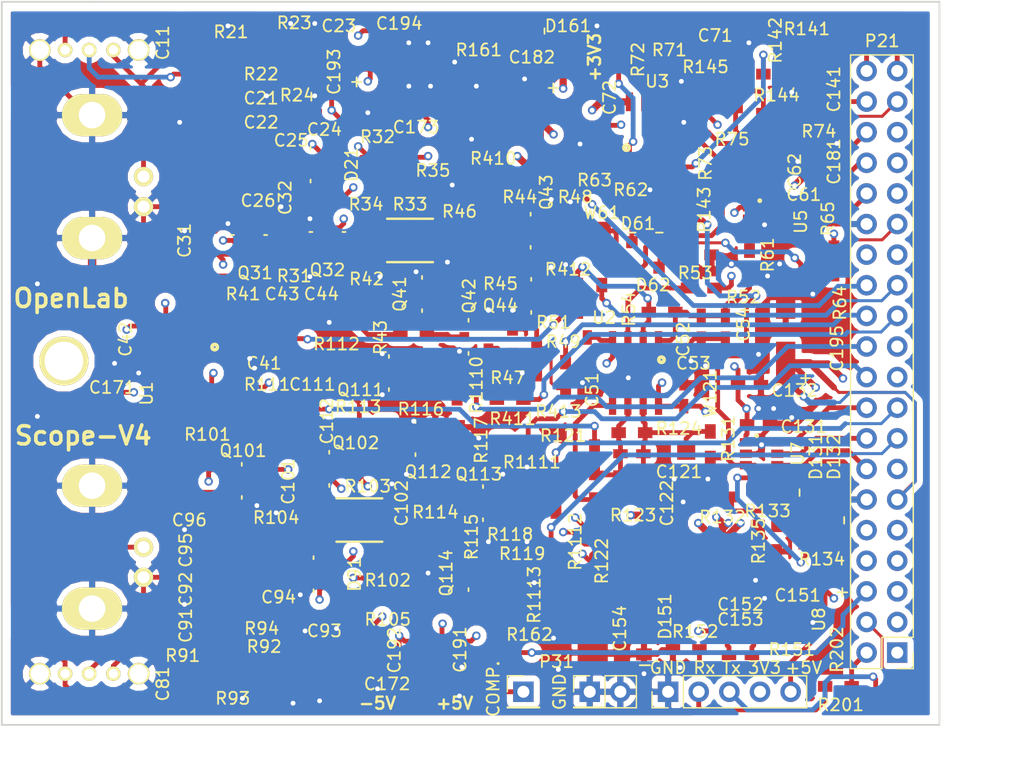
<source format=kicad_pcb>
(kicad_pcb (version 4) (host pcbnew 4.0.3-stable)
  (title_block (title "OpenLab Oscilloscope Front-End") (date 2017-12-15) (rev "4.0.5 - Fid") (company "UAS Technikum Wien"))
  (layers (0 F.Cu signal hide) (1 In1.Cu power hide) (2 In2.Cu power hide) (31 B.Cu signal hide) (34 B.Paste user) (35 F.Paste user) (36 B.SilkS user) (37 F.SilkS user) (38 B.Mask user) (39 F.Mask user) (44 Edge.Cuts user))
  (net 0 "")
  (net 1 "Net-(C11-Pad1)")
  (net 2 "Net-(C11-Pad2)")
  (net 3 "Net-(C21-Pad1)")
  (net 4 "Net-(C21-Pad2)")
  (net 5 GND)
  (net 6 +5V)
  (net 7 -5V)
  (net 8 "Net-(C43-Pad1)")
  (net 9 "Net-(C52-Pad1)")
  (net 10 "Net-(C52-Pad2)")
  (net 11 +3.3V)
  (net 12 "Net-(C71-Pad1)")
  (net 13 "Net-(C81-Pad1)")
  (net 14 "Net-(C81-Pad2)")
  (net 15 "Net-(C91-Pad1)")
  (net 16 "Net-(C91-Pad2)")
  (net 17 "Net-(C111-Pad1)")
  (net 18 "Net-(C121-Pad1)")
  (net 19 "Net-(C121-Pad2)")
  (net 20 "Net-(C141-Pad1)")
  (net 21 "Net-(C152-Pad1)")
  (net 22 "Net-(C152-Pad2)")
  (net 23 "Net-(C153-Pad1)")
  (net 24 "Net-(D61-Pad1)")
  (net 25 "Net-(D61-Pad2)")
  (net 26 "Net-(D62-Pad2)")
  (net 27 "Net-(D131-Pad1)")
  (net 28 "Net-(D131-Pad2)")
  (net 29 "Net-(D132-Pad2)")
  (net 30 "Net-(D161-Pad2)")
  (net 31 /UART_RxD)
  (net 32 /UART_TxD)
  (net 33 /TRIG_OUT_0)
  (net 34 /TRIG_OUT_1)
  (net 35 /TRIG_PWM_0)
  (net 36 /PROBE_COMP)
  (net 37 /TRIG_PWM_1)
  (net 38 /SPI_ADC_1_SCLK)
  (net 39 /SPI_ADC_1_SD)
  (net 40 /SPI_ADC_1_CS)
  (net 41 /AMP_SEL0_I1)
  (net 42 /AMP_SEL1_I1)
  (net 43 /AMP_SEL0_I2)
  (net 44 /AMP_SEL1_I2)
  (net 45 /AMP_SEL0_I3)
  (net 46 /AMP_SEL1_I3)
  (net 47 /AMP_SEL0_I4)
  (net 48 /AMP_SEL1_I4)
  (net 49 /SPI_ADC_0_SCLK)
  (net 50 /SPI_ADC_0_SD)
  (net 51 /SPI_ADC_0_CS)
  (net 52 "Net-(P22-Pad2)")
  (net 53 "Net-(P22-Pad3)")
  (net 54 "Net-(P41-Pad1)")
  (net 55 "Net-(Q31-Pad2)")
  (net 56 "Net-(Q32-Pad1)")
  (net 57 "Net-(Q32-Pad2)")
  (net 58 "Net-(Q101-Pad2)")
  (net 59 "Net-(Q102-Pad1)")
  (net 60 "Net-(Q102-Pad2)")
  (net 61 "Net-(R52-Pad1)")
  (net 62 "Net-(R72-Pad1)")
  (net 63 "Net-(R73-Pad1)")
  (net 64 "Net-(R74-Pad2)")
  (net 65 "Net-(R122-Pad1)")
  (net 66 "Net-(R142-Pad1)")
  (net 67 "Net-(R143-Pad1)")
  (net 68 "Net-(R144-Pad2)")
  (net 69 "Net-(C43-Pad2)")
  (net 70 "Net-(C111-Pad2)")
  (net 71 "Net-(Q41-Pad1)")
  (net 72 "Net-(Q41-Pad3)")
  (net 73 "Net-(Q42-Pad1)")
  (net 74 "Net-(Q42-Pad3)")
  (net 75 "Net-(Q43-Pad1)")
  (net 76 "Net-(Q43-Pad3)")
  (net 77 "Net-(Q44-Pad1)")
  (net 78 "Net-(Q44-Pad3)")
  (net 79 "Net-(Q111-Pad1)")
  (net 80 "Net-(Q111-Pad3)")
  (net 81 "Net-(Q112-Pad1)")
  (net 82 "Net-(Q112-Pad3)")
  (net 83 "Net-(Q113-Pad1)")
  (net 84 "Net-(Q113-Pad3)")
  (net 85 "Net-(Q114-Pad1)")
  (net 86 "Net-(Q114-Pad3)")
  (net 87 "Net-(R32-Pad2)")
  (net 88 "Net-(R102-Pad2)")
  (module KiCAD_Front_End_footprint:c_elec_6.3x5.8 (layer F.Cu) (at 134 70.8)
    (fp_text reference C182 (at 2.2 -4.2) (layer F.SilkS))
    (fp_text value 100u hide)
    (pad 1 smd rect (at 2.75082 0) (size 3.59918 1.6002) (layers F.Cu F.Paste F.Mask) (net 11 +3.3V))
    (pad 2 smd rect (at -2.75082 0) (size 3.59918 1.6002) (layers F.Cu F.Paste F.Mask) (net 5 GND))
  )
  (module KiCAD_Front_End_footprint:SOT-23 (layer F.Cu) (at 112.75 82)
    (fp_text reference Q31 (at 0.5 2.5 180) (layer F.SilkS))
    (fp_text value NJFET_MMBFJ112 hide)
    (pad 1 smd rect (at -0.95 1.00076) (size 0.8001 0.8001) (layers F.Cu F.Paste F.Mask) (net 6 +5V))
    (pad 2 smd rect (at 0.95 1.00076) (size 0.8001 0.8001) (layers F.Cu F.Paste F.Mask) (net 55 "Net-(Q31-Pad2)"))
    (pad 3 smd rect (at 0 -0.99822) (size 0.8001 0.8001) (layers F.Cu F.Paste F.Mask) (net 4 "Net-(C21-Pad2)"))
  )
  (module KiCAD_Front_End_footprint:Potentiometer_SMD_OpenLab (layer F.Cu) (at 125.6 81.8 270)
    (fp_text reference R33 (at -3 -0.5 360) (layer F.SilkS))
    (fp_text value 100 hide)
    (pad 1 smd rect (at -1 1.2 270) (size 1.2 1.2) (layers F.Cu F.Paste F.Mask) (net 87 "Net-(R32-Pad2)"))
    (pad 2 smd rect (at 0 -2.04 270) (size 1.6 1.5) (layers F.Cu F.Paste F.Mask) (net 87 "Net-(R32-Pad2)"))
    (pad 1 smd rect (at -1 1.2 270) (size 1.2 1.2) (layers F.Cu F.Paste F.Mask) (net 87 "Net-(R32-Pad2)"))
    (pad 3 smd rect (at 1 1.2 270) (size 1.2 1.2) (layers F.Cu F.Paste F.Mask) (net 57 "Net-(Q32-Pad2)"))
  )
  (module KiCAD_Front_End_footprint:C_1206_HandSoldering (layer F.Cu) (at 158.5 109.75 180)
    (fp_text reference C151 (at 0.25 -1.5 180) (layer F.SilkS))
    (fp_text value 22u hide)
    (pad 1 smd rect (at -2 0 180) (size 2 1.6) (layers F.Cu F.Paste F.Mask) (net 6 +5V))
    (pad 2 smd rect (at 2 0 180) (size 2 1.6) (layers F.Cu F.Paste F.Mask) (net 5 GND))
  )
  (module KiCAD_Front_End_footprint:MountingHole (layer F.Cu) (at 97.4 91.8)
    (fp_text reference REF** hide)
    (fp_text value 1pin hide)
    (pad 1 thru_hole circle (at 0 0) (size 4.064 4.064) (drill 3.2) (layers *.Cu *.Mask F.SilkS))
  )
  (module KiCAD_Front_End_footprint:Test_Pad (layer F.Cu) (at 139.2 65.6)
    (fp_text reference W152 hide)
    (fp_text value +3V3 hide)
    (pad 1 smd rect (at 0 0) (size 1.50114 1.50114) (layers F.Cu F.Paste F.Mask) (net 11 +3.3V))
  )
  (module KiCAD_Front_End_footprint:Test_Pad (layer F.Cu) (at 127.2 119.4)
    (fp_text reference W151 hide)
    (fp_text value +5V hide)
    (pad 1 smd rect (at 0 0) (size 1.50114 1.50114) (layers F.Cu F.Paste F.Mask) (net 6 +5V))
  )
  (module KiCAD_Front_End_footprint:Test_Pad (layer F.Cu) (at 149 99.25)
    (fp_text reference W121 (at 2 -4.75 90) (layer F.SilkS))
    (fp_text value TEST_1P hide)
    (pad 1 smd rect (at 0 0) (size 1.50114 1.50114) (layers F.Cu F.Paste F.Mask) (net 18 "Net-(C121-Pad1)"))
  )
  (module KiCAD_Front_End_footprint:Test_Pad (layer F.Cu) (at 142 81)
    (fp_text reference W61 (at 0 -1.5) (layer F.SilkS))
    (fp_text value TEST_1P hide)
    (pad 1 smd rect (at 0 0) (size 1.50114 1.50114) (layers F.Cu F.Paste F.Mask) (net 25 "Net-(D61-Pad2)"))
  )
  (module KiCAD_Front_End_footprint:sot23-5_LT1611 (layer F.Cu) (at 157.5 113.5 270)
    (fp_text reference U8 (at -0.25 -2.5 270) (layer F.SilkS))
    (fp_text value LT1611 hide)
    (pad 1 smd rect (at -0.9525 1.05664 270) (size 0.59944 1.00076) (layers F.Cu F.Paste F.Mask) (net 21 "Net-(C152-Pad1)"))
    (pad 3 smd rect (at 0.9525 1.05664 270) (size 0.59944 1.00076) (layers F.Cu F.Paste F.Mask) (net 23 "Net-(C153-Pad1)"))
    (pad 2 smd rect (at 0 1.05664 270) (size 0.59944 1.00076) (layers F.Cu F.Paste F.Mask) (net 5 GND))
    (pad 4 smd rect (at 0.9525 -1.05664 270) (size 0.59944 1.00076) (layers F.Cu F.Paste F.Mask) (net 6 +5V))
    (pad 5 smd rect (at -0.9525 -1.05664 270) (size 0.59944 1.00076) (layers F.Cu F.Paste F.Mask) (net 6 +5V))
  )
  (module KiCAD_Front_End_footprint:TSOT-6_ADS7885 (layer F.Cu) (at 155.25 99.5 270)
    (fp_text reference U7 (at 0 -3 270) (layer F.SilkS))
    (fp_text value ADS7885 hide)
    (pad 1 smd rect (at -0.94996 1.30048 270) (size 0.69088 1.00076) (layers F.Cu F.Paste F.Mask) (net 11 +3.3V))
    (pad 2 smd rect (at 0 1.30048 270) (size 0.69088 1.00076) (layers F.Cu F.Paste F.Mask) (net 5 GND))
    (pad 3 smd rect (at 0.94996 1.30048 270) (size 0.69088 1.00076) (layers F.Cu F.Paste F.Mask) (net 28 "Net-(D131-Pad2)"))
    (pad 4 smd rect (at 0.94996 -1.30048 270) (size 0.69088 1.00076) (layers F.Cu F.Paste F.Mask) (net 38 /SPI_ADC_1_SCLK))
    (pad 5 smd rect (at 0 -1.30048 270) (size 0.69088 1.00076) (layers F.Cu F.Paste F.Mask) (net 39 /SPI_ADC_1_SD))
    (pad 6 smd rect (at -0.94996 -1.30048 270) (size 0.69088 1.00076) (layers F.Cu F.Paste F.Mask) (net 40 /SPI_ADC_1_CS))
  )
  (module KiCAD_Front_End_footprint:TSOT-6_ADS7885 (layer F.Cu) (at 155.5 80 270)
    (fp_text reference U5 (at 0.25 -3 270) (layer F.SilkS))
    (fp_text value ADS7885 hide)
    (pad 1 smd rect (at -0.94996 1.30048 270) (size 0.69088 1.00076) (layers F.Cu F.Paste F.Mask) (net 11 +3.3V))
    (pad 2 smd rect (at 0 1.30048 270) (size 0.69088 1.00076) (layers F.Cu F.Paste F.Mask) (net 5 GND))
    (pad 3 smd rect (at 0.94996 1.30048 270) (size 0.69088 1.00076) (layers F.Cu F.Paste F.Mask) (net 25 "Net-(D61-Pad2)"))
    (pad 4 smd rect (at 0.94996 -1.30048 270) (size 0.69088 1.00076) (layers F.Cu F.Paste F.Mask) (net 49 /SPI_ADC_0_SCLK))
    (pad 5 smd rect (at 0 -1.30048 270) (size 0.69088 1.00076) (layers F.Cu F.Paste F.Mask) (net 50 /SPI_ADC_0_SD))
    (pad 6 smd rect (at -0.94996 -1.30048 270) (size 0.69088 1.00076) (layers F.Cu F.Paste F.Mask) (net 51 /SPI_ADC_0_CS))
  )
  (module KiCAD_Front_End_footprint:SOIC-8_3_LT1819 (layer F.Cu) (at 146.2 73 90)
    (fp_text reference U3 (at 4.4 0.4 180) (layer F.SilkS))
    (fp_text value LT1720 hide)
    (pad 1 smd rect (at -2.7 -1.905 90) (size 1.55 0.6) (layers F.Cu F.Paste F.Mask) (net 62 "Net-(R72-Pad1)"))
    (pad 2 smd rect (at -2.7 -0.635 90) (size 1.55 0.6) (layers F.Cu F.Paste F.Mask) (net 63 "Net-(R73-Pad1)"))
    (pad 3 smd rect (at -2.7 0.635 90) (size 1.55 0.6) (layers F.Cu F.Paste F.Mask) (net 67 "Net-(R143-Pad1)"))
    (pad 4 smd rect (at -2.7 1.905 90) (size 1.55 0.6) (layers F.Cu F.Paste F.Mask) (net 66 "Net-(R142-Pad1)"))
    (pad 5 smd rect (at 2.7 1.905 90) (size 1.55 0.6) (layers F.Cu F.Paste F.Mask) (net 5 GND))
    (pad 6 smd rect (at 2.7 0.635 90) (size 1.55 0.6) (layers F.Cu F.Paste F.Mask) (net 68 "Net-(R144-Pad2)"))
    (pad 7 smd rect (at 2.7 -0.635 90) (size 1.55 0.6) (layers F.Cu F.Paste F.Mask) (net 64 "Net-(R74-Pad2)"))
    (pad 8 smd rect (at 2.7 -1.905 90) (size 1.55 0.6) (layers F.Cu F.Paste F.Mask) (net 6 +5V))
  )
  (module KiCAD_Front_End_footprint:SOIC-8_3_LT1819 (layer F.Cu) (at 144.8 92.8 270)
    (fp_text reference U2 (at -4.6 2.6 360) (layer F.SilkS))
    (fp_text value LT1819 hide)
    (pad 1 smd rect (at -2.7 -1.905 270) (size 1.55 0.6) (layers F.Cu F.Paste F.Mask) (net 9 "Net-(C52-Pad1)"))
    (pad 2 smd rect (at -2.7 -0.635 270) (size 1.55 0.6) (layers F.Cu F.Paste F.Mask) (net 10 "Net-(C52-Pad2)"))
    (pad 3 smd rect (at -2.7 0.635 270) (size 1.55 0.6) (layers F.Cu F.Paste F.Mask) (net 61 "Net-(R52-Pad1)"))
    (pad 4 smd rect (at -2.7 1.905 270) (size 1.55 0.6) (layers F.Cu F.Paste F.Mask) (net 7 -5V))
    (pad 5 smd rect (at 2.7 1.905 270) (size 1.55 0.6) (layers F.Cu F.Paste F.Mask) (net 65 "Net-(R122-Pad1)"))
    (pad 6 smd rect (at 2.7 0.635 270) (size 1.55 0.6) (layers F.Cu F.Paste F.Mask) (net 19 "Net-(C121-Pad2)"))
    (pad 7 smd rect (at 2.7 -0.635 270) (size 1.55 0.6) (layers F.Cu F.Paste F.Mask) (net 18 "Net-(C121-Pad1)"))
    (pad 8 smd rect (at 2.7 -1.905 270) (size 1.55 0.6) (layers F.Cu F.Paste F.Mask) (net 6 +5V))
  )
  (module KiCAD_Front_End_footprint:SOIC-8_3_LT1819 (layer F.Cu) (at 107.75 91.75 270)
    (fp_text reference U1 (at 2.75 3.5 270) (layer F.SilkS))
    (fp_text value LT1819 hide)
    (pad 1 smd rect (at -2.7 -1.905 270) (size 1.55 0.6) (layers F.Cu F.Paste F.Mask) (net 8 "Net-(C43-Pad1)"))
    (pad 2 smd rect (at -2.7 -0.635 270) (size 1.55 0.6) (layers F.Cu F.Paste F.Mask) (net 69 "Net-(C43-Pad2)"))
    (pad 3 smd rect (at -2.7 0.635 270) (size 1.55 0.6) (layers F.Cu F.Paste F.Mask) (net 56 "Net-(Q32-Pad1)"))
    (pad 4 smd rect (at -2.7 1.905 270) (size 1.55 0.6) (layers F.Cu F.Paste F.Mask) (net 7 -5V))
    (pad 5 smd rect (at 2.7 1.905 270) (size 1.55 0.6) (layers F.Cu F.Paste F.Mask) (net 59 "Net-(Q102-Pad1)"))
    (pad 6 smd rect (at 2.7 0.635 270) (size 1.55 0.6) (layers F.Cu F.Paste F.Mask) (net 70 "Net-(C111-Pad2)"))
    (pad 7 smd rect (at 2.7 -0.635 270) (size 1.55 0.6) (layers F.Cu F.Paste F.Mask) (net 17 "Net-(C111-Pad1)"))
    (pad 8 smd rect (at 2.7 -1.905 270) (size 1.55 0.6) (layers F.Cu F.Paste F.Mask) (net 6 +5V))
  )
  (module KiCAD_Front_End_footprint:SWITCH-2-WAY_SPDT (layer F.Cu) (at 99.5 117.75 180)
    (fp_text reference SW2 hide)
    (fp_text value SW_SPDT_OpenLab hide)
    (pad 2 thru_hole circle (at 0 0 180) (size 1.2 1.2) (drill 0.8) (layers *.Cu *.Mask F.SilkS) (net 15 "Net-(C91-Pad1)"))
    (pad 2 thru_hole circle (at 0 0 180) (size 1.2 1.2) (drill 0.8) (layers *.Cu *.Mask F.SilkS) (net 15 "Net-(C91-Pad1)"))
    (pad 3 thru_hole circle (at 2 0 180) (size 1.2 1.2) (drill 0.8) (layers *.Cu *.Mask F.SilkS) (net 14 "Net-(C81-Pad2)"))
    (pad 1 thru_hole circle (at -2 0 180) (size 1.2 1.2) (drill 0.8) (layers *.Cu *.Mask F.SilkS) (net 13 "Net-(C81-Pad1)"))
    (pad 4 thru_hole circle (at -4.1 0 180) (size 1.8 1.8) (drill 1.5) (layers *.Cu *.Mask F.SilkS) (net 5 GND))
    (pad 4 thru_hole circle (at 4.1 0 180) (size 1.8 1.8) (drill 1.5) (layers *.Cu *.Mask F.SilkS) (net 5 GND))
  )
  (module KiCAD_Front_End_footprint:SWITCH-2-WAY_SPDT (layer F.Cu) (at 99.5 66)
    (fp_text reference SW1 hide)
    (fp_text value SW_SPDT_OpenLab hide)
    (pad 2 thru_hole circle (at 0 0) (size 1.2 1.2) (drill 0.8) (layers *.Cu *.Mask F.SilkS) (net 3 "Net-(C21-Pad1)"))
    (pad 2 thru_hole circle (at 0 0) (size 1.2 1.2) (drill 0.8) (layers *.Cu *.Mask F.SilkS) (net 3 "Net-(C21-Pad1)"))
    (pad 3 thru_hole circle (at 2 0) (size 1.2 1.2) (drill 0.8) (layers *.Cu *.Mask F.SilkS) (net 2 "Net-(C11-Pad2)"))
    (pad 1 thru_hole circle (at -2 0) (size 1.2 1.2) (drill 0.8) (layers *.Cu *.Mask F.SilkS) (net 1 "Net-(C11-Pad1)"))
    (pad 4 thru_hole circle (at -4.1 0) (size 1.8 1.8) (drill 1.5) (layers *.Cu *.Mask F.SilkS) (net 5 GND))
    (pad 4 thru_hole circle (at 4.1 0) (size 1.8 1.8) (drill 1.5) (layers *.Cu *.Mask F.SilkS) (net 5 GND))
  )
  (module KiCAD_Front_End_footprint:R_0603_HandSoldering (layer F.Cu) (at 161.6202 118.80342)
    (fp_text reference R202 (at -0.1202 -3.05342 90) (layer F.SilkS))
    (fp_text value 120 hide)
    (pad 1 smd rect (at -1.1 0) (size 1.2 0.9) (layers F.Cu F.Paste F.Mask) (net 52 "Net-(P22-Pad2)"))
    (pad 2 smd rect (at 1.1 0) (size 1.2 0.9) (layers F.Cu F.Paste F.Mask) (net 31 /UART_RxD))
  )
  (module KiCAD_Front_End_footprint:R_0603_HandSoldering (layer F.Cu) (at 165.8112 119.33682)
    (fp_text reference R201 (at -4 1 180) (layer F.SilkS))
    (fp_text value 120 hide)
    (pad 1 smd rect (at -1.1 0) (size 1.2 0.9) (layers F.Cu F.Paste F.Mask) (net 53 "Net-(P22-Pad3)"))
    (pad 2 smd rect (at 1.1 0) (size 1.2 0.9) (layers F.Cu F.Paste F.Mask) (net 32 /UART_TxD))
  )
  (module KiCAD_Front_End_footprint:R_0603_HandSoldering (layer F.Cu) (at 133 116 180)
    (fp_text reference R162 (at -3 1.5 360) (layer F.SilkS))
    (fp_text value 470 hide)
    (pad 1 smd rect (at -1.1 0 180) (size 1.2 0.9) (layers F.Cu F.Paste F.Mask) (net 36 /PROBE_COMP))
    (pad 2 smd rect (at 1.1 0 180) (size 1.2 0.9) (layers F.Cu F.Paste F.Mask) (net 54 "Net-(P41-Pad1)"))
  )
  (module KiCAD_Front_End_footprint:R_0603_HandSoldering (layer F.Cu) (at 130.8 64.4 180)
    (fp_text reference R161 (at -1 -1.6 180) (layer F.SilkS))
    (fp_text value 1k hide)
    (pad 1 smd rect (at -1.1 0 180) (size 1.2 0.9) (layers F.Cu F.Paste F.Mask) (net 30 "Net-(D161-Pad2)"))
    (pad 2 smd rect (at 1.1 0 180) (size 1.2 0.9) (layers F.Cu F.Paste F.Mask) (net 6 +5V))
  )
  (module KiCAD_Front_End_footprint:R_0603_HandSoldering (layer F.Cu) (at 149 115.75 180)
    (fp_text reference R152 (at -0.75 1.5 180) (layer F.SilkS))
    (fp_text value 10k hide)
    (pad 1 smd rect (at -1.1 0 180) (size 1.2 0.9) (layers F.Cu F.Paste F.Mask) (net 23 "Net-(C153-Pad1)"))
    (pad 2 smd rect (at 1.1 0 180) (size 1.2 0.9) (layers F.Cu F.Paste F.Mask) (net 5 GND))
  )
  (module KiCAD_Front_End_footprint:R_0603_HandSoldering (layer F.Cu) (at 153.5 114.5)
    (fp_text reference R151 (at 4.25 1.25) (layer F.SilkS))
    (fp_text value 29k4 hide)
    (pad 1 smd rect (at -1.1 0) (size 1.2 0.9) (layers F.Cu F.Paste F.Mask) (net 7 -5V))
    (pad 2 smd rect (at 1.1 0) (size 1.2 0.9) (layers F.Cu F.Paste F.Mask) (net 23 "Net-(C153-Pad1)"))
  )
  (module KiCAD_Front_End_footprint:R_0603_HandSoldering (layer F.Cu) (at 156.5 71.25 180)
    (fp_text reference R144 (at 0 1.5 180) (layer F.SilkS))
    (fp_text value 120 hide)
    (pad 1 smd rect (at -1.1 0 180) (size 1.2 0.9) (layers F.Cu F.Paste F.Mask) (net 34 /TRIG_OUT_1))
    (pad 2 smd rect (at 1.1 0 180) (size 1.2 0.9) (layers F.Cu F.Paste F.Mask) (net 68 "Net-(R144-Pad2)"))
  )
  (module KiCAD_Front_End_footprint:R_0603_HandSoldering (layer F.Cu) (at 149 79 270)
    (fp_text reference R143 (at 0.25 -1.5 450) (layer F.SilkS))
    (fp_text value 4k7 hide)
    (pad 1 smd rect (at -1.1 0 270) (size 1.2 0.9) (layers F.Cu F.Paste F.Mask) (net 67 "Net-(R143-Pad1)"))
    (pad 2 smd rect (at 1.1 0 270) (size 1.2 0.9) (layers F.Cu F.Paste F.Mask) (net 28 "Net-(D131-Pad2)"))
  )
  (module KiCAD_Front_End_footprint:R_0603_HandSoldering (layer F.Cu) (at 156.5 68)
    (fp_text reference R142 (at -0.1 -2.8 270) (layer F.SilkS))
    (fp_text value 4k7 hide)
    (pad 1 smd rect (at -1.1 0) (size 1.2 0.9) (layers F.Cu F.Paste F.Mask) (net 66 "Net-(R142-Pad1)"))
    (pad 2 smd rect (at 1.1 0) (size 1.2 0.9) (layers F.Cu F.Paste F.Mask) (net 20 "Net-(C141-Pad1)"))
  )
  (module KiCAD_Front_End_footprint:R_0603_HandSoldering (layer F.Cu) (at 159 66 180)
    (fp_text reference R141 (at 0 1.75 180) (layer F.SilkS))
    (fp_text value 33k hide)
    (pad 1 smd rect (at -1.1 0 180) (size 1.2 0.9) (layers F.Cu F.Paste F.Mask) (net 37 /TRIG_PWM_1))
    (pad 2 smd rect (at 1.1 0 180) (size 1.2 0.9) (layers F.Cu F.Paste F.Mask) (net 20 "Net-(C141-Pad1)"))
  )
  (module KiCAD_Front_End_footprint:R_0603_HandSoldering (layer F.Cu) (at 156.5 106.5 270)
    (fp_text reference R135 (at 0.25 1.5 270) (layer F.SilkS))
    (fp_text value 100 hide)
    (pad 1 smd rect (at -1.1 0 270) (size 1.2 0.9) (layers F.Cu F.Paste F.Mask) (net 29 "Net-(D132-Pad2)"))
    (pad 2 smd rect (at 1.1 0 270) (size 1.2 0.9) (layers F.Cu F.Paste F.Mask) (net 5 GND))
  )
  (module KiCAD_Front_End_footprint:R_0603_HandSoldering (layer F.Cu) (at 160 107 180)
    (fp_text reference R134 (at -0.25 -1.25 180) (layer F.SilkS))
    (fp_text value 330 hide)
    (pad 1 smd rect (at -1.1 0 180) (size 1.2 0.9) (layers F.Cu F.Paste F.Mask) (net 29 "Net-(D132-Pad2)"))
    (pad 2 smd rect (at 1.1 0 180) (size 1.2 0.9) (layers F.Cu F.Paste F.Mask) (net 11 +3.3V))
  )
  (module KiCAD_Front_End_footprint:R_0603_HandSoldering (layer F.Cu) (at 156 102.75)
    (fp_text reference R133 (at -0.25 1.5) (layer F.SilkS))
    (fp_text value 120 hide)
    (pad 1 smd rect (at -1.1 0) (size 1.2 0.9) (layers F.Cu F.Paste F.Mask) (net 11 +3.3V))
    (pad 2 smd rect (at 1.1 0) (size 1.2 0.9) (layers F.Cu F.Paste F.Mask) (net 27 "Net-(D131-Pad1)"))
  )
  (module KiCAD_Front_End_footprint:R_0603_HandSoldering (layer F.Cu) (at 151.66848 103.08336 180)
    (fp_text reference R132 (at -0.33152 -1.66664 180) (layer F.SilkS))
    (fp_text value 470 hide)
    (pad 1 smd rect (at -1.1 0 180) (size 1.2 0.9) (layers F.Cu F.Paste F.Mask) (net 27 "Net-(D131-Pad1)"))
    (pad 2 smd rect (at 1.1 0 180) (size 1.2 0.9) (layers F.Cu F.Paste F.Mask) (net 5 GND))
  )
  (module KiCAD_Front_End_footprint:R_0603_HandSoldering (layer F.Cu) (at 151 98.75 90)
    (fp_text reference R131 (at 0.5 1.5 270) (layer F.SilkS))
    (fp_text value 220 hide)
    (pad 1 smd rect (at -1.1 0 90) (size 1.2 0.9) (layers F.Cu F.Paste F.Mask) (net 28 "Net-(D131-Pad2)"))
    (pad 2 smd rect (at 1.1 0 90) (size 1.2 0.9) (layers F.Cu F.Paste F.Mask) (net 18 "Net-(C121-Pad1)"))
  )
  (module KiCAD_Front_End_footprint:R_0603_HandSoldering (layer F.Cu) (at 144.5 97.75 180)
    (fp_text reference R124 (at -3.9 0.35 180) (layer F.SilkS))
    (fp_text value 1k hide)
    (pad 1 smd rect (at -1.1 0 180) (size 1.2 0.9) (layers F.Cu F.Paste F.Mask) (net 18 "Net-(C121-Pad1)"))
    (pad 2 smd rect (at 1.1 0 180) (size 1.2 0.9) (layers F.Cu F.Paste F.Mask) (net 19 "Net-(C121-Pad2)"))
  )
  (module KiCAD_Front_End_footprint:R_0603_HandSoldering (layer F.Cu) (at 144.5 103 180)
    (fp_text reference R123 (at -0.1 -1.6 180) (layer F.SilkS))
    (fp_text value 560 hide)
    (pad 1 smd rect (at -1.1 0 180) (size 1.2 0.9) (layers F.Cu F.Paste F.Mask) (net 5 GND))
    (pad 2 smd rect (at 1.1 0 180) (size 1.2 0.9) (layers F.Cu F.Paste F.Mask) (net 65 "Net-(R122-Pad1)"))
  )
  (module KiCAD_Front_End_footprint:R_0603_HandSoldering (layer F.Cu) (at 141.4 104.4 270)
    (fp_text reference R122 (at 4 -0.6 450) (layer F.SilkS))
    (fp_text value 3k hide)
    (pad 1 smd rect (at -1.1 0 270) (size 1.2 0.9) (layers F.Cu F.Paste F.Mask) (net 65 "Net-(R122-Pad1)"))
    (pad 2 smd rect (at 1.1 0 270) (size 1.2 0.9) (layers F.Cu F.Paste F.Mask) (net 6 +5V))
  )
  (module KiCAD_Front_End_footprint:R_0603_HandSoldering (layer F.Cu) (at 141.4 100 90)
    (fp_text reference R121 (at 2 -2.6 180) (layer F.SilkS))
    (fp_text value 750 hide)
    (pad 1 smd rect (at -1.1 0 90) (size 1.2 0.9) (layers F.Cu F.Paste F.Mask) (net 19 "Net-(C121-Pad2)"))
    (pad 2 smd rect (at 1.1 0 90) (size 1.2 0.9) (layers F.Cu F.Paste F.Mask) (net 17 "Net-(C111-Pad1)"))
  )
  (module KiCAD_Front_End_footprint:R_0603_HandSoldering (layer F.Cu) (at 134.8 111.4 90)
    (fp_text reference R119 (at 3.6 0.6 180) (layer F.SilkS))
    (fp_text value 100k hide)
    (pad 1 smd rect (at -1.1 0 90) (size 1.2 0.9) (layers F.Cu F.Paste F.Mask) (net 85 "Net-(Q114-Pad1)"))
    (pad 2 smd rect (at 1.1 0 90) (size 1.2 0.9) (layers F.Cu F.Paste F.Mask) (net 5 GND))
  )
  (module KiCAD_Front_End_footprint:R_0603_HandSoldering (layer F.Cu) (at 135.8 103.4 90)
    (fp_text reference R118 (at -2.8 -1.4 360) (layer F.SilkS))
    (fp_text value 100k hide)
    (pad 1 smd rect (at -1.1 0 90) (size 1.2 0.9) (layers F.Cu F.Paste F.Mask) (net 83 "Net-(Q113-Pad1)"))
    (pad 2 smd rect (at 1.1 0 90) (size 1.2 0.9) (layers F.Cu F.Paste F.Mask) (net 5 GND))
  )
  (module KiCAD_Front_End_footprint:R_0603_HandSoldering (layer F.Cu) (at 130.2 98.4 90)
    (fp_text reference R117 (at 0 1.8 90) (layer F.SilkS))
    (fp_text value 100k hide)
    (pad 1 smd rect (at -1.1 0 90) (size 1.2 0.9) (layers F.Cu F.Paste F.Mask) (net 81 "Net-(Q112-Pad1)"))
    (pad 2 smd rect (at 1.1 0 90) (size 1.2 0.9) (layers F.Cu F.Paste F.Mask) (net 5 GND))
  )
  (module KiCAD_Front_End_footprint:R_0603_HandSoldering (layer F.Cu) (at 128 92.8 90)
    (fp_text reference R116 (at -3 -1 180) (layer F.SilkS))
    (fp_text value 100k hide)
    (pad 1 smd rect (at -1.1 0 90) (size 1.2 0.9) (layers F.Cu F.Paste F.Mask) (net 79 "Net-(Q111-Pad1)"))
    (pad 2 smd rect (at 1.1 0 90) (size 1.2 0.9) (layers F.Cu F.Paste F.Mask) (net 5 GND))
  )
  (module KiCAD_Front_End_footprint:R_0603_HandSoldering (layer F.Cu) (at 128.2 105.8)
    (fp_text reference R115 (at 3 0.6 270) (layer F.SilkS))
    (fp_text value 2k hide)
    (pad 1 smd rect (at -1.1 0) (size 1.2 0.9) (layers F.Cu F.Paste F.Mask) (net 70 "Net-(C111-Pad2)"))
    (pad 2 smd rect (at 1.1 0) (size 1.2 0.9) (layers F.Cu F.Paste F.Mask) (net 86 "Net-(Q114-Pad3)"))
  )
  (module KiCAD_Front_End_footprint:R_0603_HandSoldering (layer F.Cu) (at 128.2 102.6)
    (fp_text reference R114 (at 0 1.75 180) (layer F.SilkS))
    (fp_text value 680 hide)
    (pad 1 smd rect (at -1.1 0) (size 1.2 0.9) (layers F.Cu F.Paste F.Mask) (net 70 "Net-(C111-Pad2)"))
    (pad 2 smd rect (at 1.1 0) (size 1.2 0.9) (layers F.Cu F.Paste F.Mask) (net 84 "Net-(Q113-Pad3)"))
  )
  (module KiCAD_Front_End_footprint:R_0603_HandSoldering (layer F.Cu) (at 123 97)
    (fp_text reference R113 (at -1.2 -1.4 180) (layer F.SilkS))
    (fp_text value 220 hide)
    (pad 1 smd rect (at -1.1 0) (size 1.2 0.9) (layers F.Cu F.Paste F.Mask) (net 70 "Net-(C111-Pad2)"))
    (pad 2 smd rect (at 1.1 0) (size 1.2 0.9) (layers F.Cu F.Paste F.Mask) (net 82 "Net-(Q112-Pad3)"))
  )
  (module KiCAD_Front_End_footprint:R_0603_HandSoldering (layer F.Cu) (at 120.6 92.2)
    (fp_text reference R112 (at -0.6 -1.8) (layer F.SilkS))
    (fp_text value 100 hide)
    (pad 1 smd rect (at -1.1 0) (size 1.2 0.9) (layers F.Cu F.Paste F.Mask) (net 70 "Net-(C111-Pad2)"))
    (pad 2 smd rect (at 1.1 0) (size 1.2 0.9) (layers F.Cu F.Paste F.Mask) (net 80 "Net-(Q111-Pad3)"))
  )
  (module KiCAD_Front_End_footprint:R_0603_HandSoldering (layer F.Cu) (at 113.5 96.75 270)
    (fp_text reference R111 (at -3 -0.75 540) (layer F.SilkS))
    (fp_text value 1k2 hide)
    (pad 1 smd rect (at -1.1 0 270) (size 1.2 0.9) (layers F.Cu F.Paste F.Mask) (net 17 "Net-(C111-Pad1)"))
    (pad 2 smd rect (at 1.1 0 270) (size 1.2 0.9) (layers F.Cu F.Paste F.Mask) (net 70 "Net-(C111-Pad2)"))
  )
  (module KiCAD_Front_End_footprint:R_0603_HandSoldering (layer F.Cu) (at 124.25 108.25)
    (fp_text reference R102 (at 0 1.75) (layer F.SilkS))
    (fp_text value 270 hide)
    (pad 1 smd rect (at -1.1 0) (size 1.2 0.9) (layers F.Cu F.Paste F.Mask) (net 7 -5V))
    (pad 2 smd rect (at 1.1 0) (size 1.2 0.9) (layers F.Cu F.Paste F.Mask) (net 88 "Net-(R102-Pad2)"))
  )
  (module KiCAD_Front_End_footprint:R_0603_HandSoldering (layer F.Cu) (at 108 101.6 270)
    (fp_text reference R101 (at -3.7 -1.3 360) (layer F.SilkS))
    (fp_text value 220 hide)
    (pad 1 smd rect (at -1.1 0 270) (size 1.2 0.9) (layers F.Cu F.Paste F.Mask) (net 59 "Net-(Q102-Pad1)"))
    (pad 2 smd rect (at 1.1 0 270) (size 1.2 0.9) (layers F.Cu F.Paste F.Mask) (net 58 "Net-(Q101-Pad2)"))
  )
  (module KiCAD_Front_End_footprint:R_0603_HandSoldering (layer F.Cu) (at 116.5 116.75 270)
    (fp_text reference R94 (at -2.75 2.7 360) (layer F.SilkS))
    (fp_text value 1Meg hide)
    (pad 1 smd rect (at -1.1 0 270) (size 1.2 0.9) (layers F.Cu F.Paste F.Mask) (net 16 "Net-(C91-Pad2)"))
    (pad 2 smd rect (at 1.1 0 270) (size 1.2 0.9) (layers F.Cu F.Paste F.Mask) (net 5 GND))
  )
  (module KiCAD_Front_End_footprint:R_0603_HandSoldering (layer F.Cu) (at 114.25 118.25 270)
    (fp_text reference R93 (at 1.55 2.85 360) (layer F.SilkS))
    (fp_text value 1Meg hide)
    (pad 1 smd rect (at -1.1 0 270) (size 1.2 0.9) (layers F.Cu F.Paste F.Mask) (net 16 "Net-(C91-Pad2)"))
    (pad 2 smd rect (at 1.1 0 270) (size 1.2 0.9) (layers F.Cu F.Paste F.Mask) (net 5 GND))
  )
  (module KiCAD_Front_End_footprint:R_0603_HandSoldering (layer F.Cu) (at 110.5 115.5)
    (fp_text reference R92 (at 3.5 0) (layer F.SilkS))
    (fp_text value 1Meg hide)
    (pad 1 smd rect (at -1.1 0) (size 1.2 0.9) (layers F.Cu F.Paste F.Mask) (net 15 "Net-(C91-Pad1)"))
    (pad 2 smd rect (at 1.1 0) (size 1.2 0.9) (layers F.Cu F.Paste F.Mask) (net 16 "Net-(C91-Pad2)"))
  )
  (module KiCAD_Front_End_footprint:R_0603_HandSoldering (layer F.Cu) (at 110.5 117.75)
    (fp_text reference R91 (at -3.25 -1.5) (layer F.SilkS))
    (fp_text value 1Meg hide)
    (pad 1 smd rect (at -1.1 0) (size 1.2 0.9) (layers F.Cu F.Paste F.Mask) (net 15 "Net-(C91-Pad1)"))
    (pad 2 smd rect (at 1.1 0) (size 1.2 0.9) (layers F.Cu F.Paste F.Mask) (net 16 "Net-(C91-Pad2)"))
  )
  (module KiCAD_Front_End_footprint:R_0603_HandSoldering (layer F.Cu) (at 156.5 73.75 180)
    (fp_text reference R74 (at -3.5 1 180) (layer F.SilkS))
    (fp_text value 120 hide)
    (pad 1 smd rect (at -1.1 0 180) (size 1.2 0.9) (layers F.Cu F.Paste F.Mask) (net 33 /TRIG_OUT_0))
    (pad 2 smd rect (at 1.1 0 180) (size 1.2 0.9) (layers F.Cu F.Paste F.Mask) (net 64 "Net-(R74-Pad2)"))
  )
  (module KiCAD_Front_End_footprint:R_0603_HandSoldering (layer F.Cu) (at 152 77 270)
    (fp_text reference R73 (at -1.6 1.4 270) (layer F.SilkS))
    (fp_text value 4k7 hide)
    (pad 1 smd rect (at -1.1 0 270) (size 1.2 0.9) (layers F.Cu F.Paste F.Mask) (net 63 "Net-(R73-Pad1)"))
    (pad 2 smd rect (at 1.1 0 270) (size 1.2 0.9) (layers F.Cu F.Paste F.Mask) (net 25 "Net-(D61-Pad2)"))
  )
  (module KiCAD_Front_End_footprint:R_0603_HandSoldering (layer F.Cu) (at 143.4 66.2 90)
    (fp_text reference R72 (at -0.6 1.6 90) (layer F.SilkS))
    (fp_text value 4k7 hide)
    (pad 1 smd rect (at -1.1 0 90) (size 1.2 0.9) (layers F.Cu F.Paste F.Mask) (net 62 "Net-(R72-Pad1)"))
    (pad 2 smd rect (at 1.1 0 90) (size 1.2 0.9) (layers F.Cu F.Paste F.Mask) (net 12 "Net-(C71-Pad1)"))
  )
  (module KiCAD_Front_End_footprint:R_0603_HandSoldering (layer F.Cu) (at 147.2 64.4 180)
    (fp_text reference R71 (at -0.4 -1.6 180) (layer F.SilkS))
    (fp_text value 33k hide)
    (pad 1 smd rect (at -1.1 0 180) (size 1.2 0.9) (layers F.Cu F.Paste F.Mask) (net 35 /TRIG_PWM_0))
    (pad 2 smd rect (at 1.1 0 180) (size 1.2 0.9) (layers F.Cu F.Paste F.Mask) (net 12 "Net-(C71-Pad1)"))
  )
  (module KiCAD_Front_End_footprint:R_0603_HandSoldering (layer F.Cu) (at 159.5 83.5 90)
    (fp_text reference R65 (at 3.5 1.25 90) (layer F.SilkS))
    (fp_text value 100 hide)
    (pad 1 smd rect (at -1.1 0 90) (size 1.2 0.9) (layers F.Cu F.Paste F.Mask) (net 26 "Net-(D62-Pad2)"))
    (pad 2 smd rect (at 1.1 0 90) (size 1.2 0.9) (layers F.Cu F.Paste F.Mask) (net 5 GND))
  )
  (module KiCAD_Front_End_footprint:R_0603_HandSoldering (layer F.Cu) (at 161.25 83.5 90)
    (fp_text reference R64 (at -3.5 0.5 90) (layer F.SilkS))
    (fp_text value 330 hide)
    (pad 1 smd rect (at -1.1 0 90) (size 1.2 0.9) (layers F.Cu F.Paste F.Mask) (net 26 "Net-(D62-Pad2)"))
    (pad 2 smd rect (at 1.1 0 90) (size 1.2 0.9) (layers F.Cu F.Paste F.Mask) (net 11 +3.3V))
  )
  (module KiCAD_Front_End_footprint:R_0603_HandSoldering (layer F.Cu) (at 138 75.4)
    (fp_text reference R63 (at 3.4 1.4) (layer F.SilkS))
    (fp_text value 120 hide)
    (pad 1 smd rect (at -1.1 0) (size 1.2 0.9) (layers F.Cu F.Paste F.Mask) (net 11 +3.3V))
    (pad 2 smd rect (at 1.1 0) (size 1.2 0.9) (layers F.Cu F.Paste F.Mask) (net 24 "Net-(D61-Pad1)"))
  )
  (module KiCAD_Front_End_footprint:R_0603_HandSoldering (layer F.Cu) (at 145.2 79)
    (fp_text reference R62 (at -0.8 -1.4) (layer F.SilkS))
    (fp_text value 470 hide)
    (pad 1 smd rect (at -1.1 0) (size 1.2 0.9) (layers F.Cu F.Paste F.Mask) (net 24 "Net-(D61-Pad1)"))
    (pad 2 smd rect (at 1.1 0) (size 1.2 0.9) (layers F.Cu F.Paste F.Mask) (net 5 GND))
  )
  (module KiCAD_Front_End_footprint:R_0603_HandSoldering (layer F.Cu) (at 154.25 83.75 270)
    (fp_text reference R61 (at -0.75 -1.5 270) (layer F.SilkS))
    (fp_text value 220 hide)
    (pad 1 smd rect (at -1.1 0 270) (size 1.2 0.9) (layers F.Cu F.Paste F.Mask) (net 25 "Net-(D61-Pad2)"))
    (pad 2 smd rect (at 1.1 0 270) (size 1.2 0.9) (layers F.Cu F.Paste F.Mask) (net 9 "Net-(C52-Pad1)"))
  )
  (module KiCAD_Front_End_footprint:R_0603_HandSoldering (layer F.Cu) (at 147 87.75 180)
    (fp_text reference R54 (at 2.75 0.25 270) (layer F.SilkS))
    (fp_text value 1k hide)
    (pad 1 smd rect (at -1.1 0 180) (size 1.2 0.9) (layers F.Cu F.Paste F.Mask) (net 9 "Net-(C52-Pad1)"))
    (pad 2 smd rect (at 1.1 0 180) (size 1.2 0.9) (layers F.Cu F.Paste F.Mask) (net 10 "Net-(C52-Pad2)"))
  )
  (module KiCAD_Front_End_footprint:R_0603_HandSoldering (layer F.Cu) (at 150 83 180)
    (fp_text reference R53 (at 0.25 -1.5 360) (layer F.SilkS))
    (fp_text value 560 hide)
    (pad 1 smd rect (at -1.1 0 180) (size 1.2 0.9) (layers F.Cu F.Paste F.Mask) (net 5 GND))
    (pad 2 smd rect (at 1.1 0 180) (size 1.2 0.9) (layers F.Cu F.Paste F.Mask) (net 61 "Net-(R52-Pad1)"))
  )
  (module KiCAD_Front_End_footprint:R_0603_HandSoldering (layer F.Cu) (at 150.25 85.75)
    (fp_text reference R52 (at 3.5 0.75 180) (layer F.SilkS))
    (fp_text value 3k hide)
    (pad 1 smd rect (at -1.1 0) (size 1.2 0.9) (layers F.Cu F.Paste F.Mask) (net 61 "Net-(R52-Pad1)"))
    (pad 2 smd rect (at 1.1 0) (size 1.2 0.9) (layers F.Cu F.Paste F.Mask) (net 6 +5V))
  )
  (module KiCAD_Front_End_footprint:R_0603_HandSoldering (layer F.Cu) (at 140 86.6 270)
    (fp_text reference R51 (at 2 2 360) (layer F.SilkS))
    (fp_text value 750 hide)
    (pad 1 smd rect (at -1.1 0 270) (size 1.2 0.9) (layers F.Cu F.Paste F.Mask) (net 10 "Net-(C52-Pad2)"))
    (pad 2 smd rect (at 1.1 0 270) (size 1.2 0.9) (layers F.Cu F.Paste F.Mask) (net 8 "Net-(C43-Pad1)"))
  )
  (module KiCAD_Front_End_footprint:R_0603_HandSoldering (layer F.Cu) (at 136.6 91.8 270)
    (fp_text reference R49 (at -1.6 -2.2 360) (layer F.SilkS))
    (fp_text value 100k hide)
    (pad 1 smd rect (at -1.1 0 270) (size 1.2 0.9) (layers F.Cu F.Paste F.Mask) (net 77 "Net-(Q44-Pad1)"))
    (pad 2 smd rect (at 1.1 0 270) (size 1.2 0.9) (layers F.Cu F.Paste F.Mask) (net 5 GND))
  )
  (module KiCAD_Front_End_footprint:R_0603_HandSoldering (layer F.Cu) (at 139.5 81.25 90)
    (fp_text reference R48 (at 3.05 0.3 180) (layer F.SilkS))
    (fp_text value 100k hide)
    (pad 1 smd rect (at -1.1 0 90) (size 1.2 0.9) (layers F.Cu F.Paste F.Mask) (net 75 "Net-(Q43-Pad1)"))
    (pad 2 smd rect (at 1.1 0 90) (size 1.2 0.9) (layers F.Cu F.Paste F.Mask) (net 5 GND))
  )
  (module KiCAD_Front_End_footprint:R_0603_HandSoldering (layer F.Cu) (at 134.6 90.2 90)
    (fp_text reference R47 (at -3 -0.4 180) (layer F.SilkS))
    (fp_text value 100k hide)
    (pad 1 smd rect (at -1.1 0 90) (size 1.2 0.9) (layers F.Cu F.Paste F.Mask) (net 73 "Net-(Q42-Pad1)"))
    (pad 2 smd rect (at 1.1 0 90) (size 1.2 0.9) (layers F.Cu F.Paste F.Mask) (net 5 GND))
  )
  (module KiCAD_Front_End_footprint:R_0603_HandSoldering (layer F.Cu) (at 130.6 82.4 90)
    (fp_text reference R46 (at 3 -0.4 360) (layer F.SilkS))
    (fp_text value 100k hide)
    (pad 1 smd rect (at -1.1 0 90) (size 1.2 0.9) (layers F.Cu F.Paste F.Mask) (net 71 "Net-(Q41-Pad1)"))
    (pad 2 smd rect (at 1.1 0 90) (size 1.2 0.9) (layers F.Cu F.Paste F.Mask) (net 5 GND))
  )
  (module KiCAD_Front_End_footprint:R_0603_HandSoldering (layer F.Cu) (at 134.6 83.8)
    (fp_text reference R45 (at -1 1.6 180) (layer F.SilkS))
    (fp_text value 2k hide)
    (pad 1 smd rect (at -1.1 0) (size 1.2 0.9) (layers F.Cu F.Paste F.Mask) (net 69 "Net-(C43-Pad2)"))
    (pad 2 smd rect (at 1.1 0) (size 1.2 0.9) (layers F.Cu F.Paste F.Mask) (net 78 "Net-(Q44-Pad3)"))
  )
  (module KiCAD_Front_End_footprint:R_0603_HandSoldering (layer F.Cu) (at 133.5 80.75 90)
    (fp_text reference R44 (at 2.55 1.7 180) (layer F.SilkS))
    (fp_text value 680 hide)
    (pad 1 smd rect (at -1.1 0 90) (size 1.2 0.9) (layers F.Cu F.Paste F.Mask) (net 69 "Net-(C43-Pad2)"))
    (pad 2 smd rect (at 1.1 0 90) (size 1.2 0.9) (layers F.Cu F.Paste F.Mask) (net 76 "Net-(Q43-Pad3)"))
  )
  (module KiCAD_Front_End_footprint:R_0603_HandSoldering (layer F.Cu) (at 126.4 89.6)
    (fp_text reference R43 (at -2.75 0.25 90) (layer F.SilkS))
    (fp_text value 220 hide)
    (pad 1 smd rect (at -1.1 0) (size 1.2 0.9) (layers F.Cu F.Paste F.Mask) (net 69 "Net-(C43-Pad2)"))
    (pad 2 smd rect (at 1.1 0) (size 1.2 0.9) (layers F.Cu F.Paste F.Mask) (net 74 "Net-(Q42-Pad3)"))
  )
  (module KiCAD_Front_End_footprint:R_0603_HandSoldering (layer F.Cu) (at 122.25 86.75)
    (fp_text reference R42 (at 0.25 -1.75) (layer F.SilkS))
    (fp_text value 100 hide)
    (pad 1 smd rect (at -1.1 0) (size 1.2 0.9) (layers F.Cu F.Paste F.Mask) (net 69 "Net-(C43-Pad2)"))
    (pad 2 smd rect (at 1.1 0) (size 1.2 0.9) (layers F.Cu F.Paste F.Mask) (net 72 "Net-(Q41-Pad3)"))
  )
  (module KiCAD_Front_End_footprint:R_0603_HandSoldering (layer F.Cu) (at 112 89 90)
    (fp_text reference R41 (at 2.75 0.25 360) (layer F.SilkS))
    (fp_text value 1k2 hide)
    (pad 1 smd rect (at -1.1 0 90) (size 1.2 0.9) (layers F.Cu F.Paste F.Mask) (net 8 "Net-(C43-Pad1)"))
    (pad 2 smd rect (at 1.1 0 90) (size 1.2 0.9) (layers F.Cu F.Paste F.Mask) (net 69 "Net-(C43-Pad2)"))
  )
  (module KiCAD_Front_End_footprint:R_0603_HandSoldering (layer F.Cu) (at 123.25 76 270)
    (fp_text reference R32 (at -2.8 -0.15 360) (layer F.SilkS))
    (fp_text value 270 hide)
    (pad 1 smd rect (at -1.1 0 270) (size 1.2 0.9) (layers F.Cu F.Paste F.Mask) (net 7 -5V))
    (pad 2 smd rect (at 1.1 0 270) (size 1.2 0.9) (layers F.Cu F.Paste F.Mask) (net 87 "Net-(R32-Pad2)"))
  )
  (module KiCAD_Front_End_footprint:R_0603_HandSoldering (layer F.Cu) (at 116.25 66.75 90)
    (fp_text reference R24 (at -3 0.5 180) (layer F.SilkS))
    (fp_text value 1Meg hide)
    (pad 1 smd rect (at -1.1 0 90) (size 1.2 0.9) (layers F.Cu F.Paste F.Mask) (net 4 "Net-(C21-Pad2)"))
    (pad 2 smd rect (at 1.1 0 90) (size 1.2 0.9) (layers F.Cu F.Paste F.Mask) (net 5 GND))
  )
  (module KiCAD_Front_End_footprint:R_0603_HandSoldering (layer F.Cu) (at 114 65.25 90)
    (fp_text reference R23 (at 1.5 2.5 180) (layer F.SilkS))
    (fp_text value 1Meg hide)
    (pad 1 smd rect (at -1.1 0 90) (size 1.2 0.9) (layers F.Cu F.Paste F.Mask) (net 4 "Net-(C21-Pad2)"))
    (pad 2 smd rect (at 1.1 0 90) (size 1.2 0.9) (layers F.Cu F.Paste F.Mask) (net 5 GND))
  )
  (module KiCAD_Front_End_footprint:R_0603_HandSoldering (layer F.Cu) (at 110.25 68)
    (fp_text reference R22 (at 3.5 0) (layer F.SilkS))
    (fp_text value 1Meg hide)
    (pad 1 smd rect (at -1.1 0) (size 1.2 0.9) (layers F.Cu F.Paste F.Mask) (net 3 "Net-(C21-Pad1)"))
    (pad 2 smd rect (at 1.1 0) (size 1.2 0.9) (layers F.Cu F.Paste F.Mask) (net 4 "Net-(C21-Pad2)"))
  )
  (module KiCAD_Front_End_footprint:R_0603_HandSoldering (layer F.Cu) (at 110.25 66)
    (fp_text reference R21 (at 1 -1.5) (layer F.SilkS))
    (fp_text value 1Meg hide)
    (pad 1 smd rect (at -1.1 0) (size 1.2 0.9) (layers F.Cu F.Paste F.Mask) (net 3 "Net-(C21-Pad1)"))
    (pad 2 smd rect (at 1.1 0) (size 1.2 0.9) (layers F.Cu F.Paste F.Mask) (net 4 "Net-(C21-Pad2)"))
  )
  (module KiCAD_Front_End_footprint:SOT-23 (layer F.Cu) (at 118.75 100.75 270)
    (fp_text reference Q102 (at -2.15 -2.85 360) (layer F.SilkS))
    (fp_text value NJFET_MMBFJ112 hide)
    (pad 1 smd rect (at -0.95 1.00076 270) (size 0.8001 0.8001) (layers F.Cu F.Paste F.Mask) (net 59 "Net-(Q102-Pad1)"))
    (pad 2 smd rect (at 0.95 1.00076 270) (size 0.8001 0.8001) (layers F.Cu F.Paste F.Mask) (net 60 "Net-(Q102-Pad2)"))
    (pad 3 smd rect (at 0 -0.99822 270) (size 0.8001 0.8001) (layers F.Cu F.Paste F.Mask) (net 7 -5V))
  )
  (module KiCAD_Front_End_footprint:SOT-23 (layer F.Cu) (at 111.5 101.75 270)
    (fp_text reference Q101 (at -2.5 -0.75 540) (layer F.SilkS))
    (fp_text value NJFET_MMBFJ112 hide)
    (pad 1 smd rect (at -0.95 1.00076 270) (size 0.8001 0.8001) (layers F.Cu F.Paste F.Mask) (net 6 +5V))
    (pad 2 smd rect (at 0.95 1.00076 270) (size 0.8001 0.8001) (layers F.Cu F.Paste F.Mask) (net 58 "Net-(Q101-Pad2)"))
    (pad 3 smd rect (at 0 -0.99822 270) (size 0.8001 0.8001) (layers F.Cu F.Paste F.Mask) (net 16 "Net-(C91-Pad2)"))
  )
  (module Pin_Headers:Pin_Header_Straight_1x01_Pitch2.54mm (layer F.Cu) (at 135.5 119.25)
    (fp_text reference P41 hide)
    (fp_text value CONN_01X01 hide)
    (pad 1 thru_hole rect (at 0 0) (size 1.7 1.7) (drill 1) (layers *.Cu *.Mask) (net 54 "Net-(P41-Pad1)"))
  )
  (module Pin_Headers:Pin_Header_Straight_2x01_Pitch2.54mm (layer F.Cu) (at 141 119.25)
    (fp_text reference P31 (at -2.75 -2.5) (layer F.SilkS))
    (fp_text value CONN_01X02 hide)
    (pad 1 thru_hole rect (at 0 0) (size 1.7 1.7) (drill 1) (layers *.Cu *.Mask) (net 5 GND))
    (pad 2 thru_hole oval (at 2.54 0) (size 1.7 1.7) (drill 1) (layers *.Cu *.Mask) (net 5 GND))
  )
  (module Pin_Headers:Pin_Header_Straight_1x05_Pitch2.54mm (layer F.Cu) (at 147.5 119.25 90)
    (fp_text reference P22 hide)
    (fp_text value CONN_01X05 hide)
    (pad 1 thru_hole rect (at 0 0 90) (size 1.7 1.7) (drill 1) (layers *.Cu *.Mask) (net 5 GND))
    (pad 2 thru_hole oval (at 0 2.54 90) (size 1.7 1.7) (drill 1) (layers *.Cu *.Mask) (net 52 "Net-(P22-Pad2)"))
    (pad 3 thru_hole oval (at 0 5.08 90) (size 1.7 1.7) (drill 1) (layers *.Cu *.Mask) (net 53 "Net-(P22-Pad3)"))
    (pad 4 thru_hole oval (at 0 7.62 90) (size 1.7 1.7) (drill 1) (layers *.Cu *.Mask) (net 11 +3.3V))
    (pad 5 thru_hole oval (at 0 10.16 90) (size 1.7 1.7) (drill 1) (layers *.Cu *.Mask) (net 6 +5V))
  )
  (module Pin_Headers:Pin_Header_Straight_2x20_Pitch2.54mm (layer F.Cu) (at 166.5 116 180)
    (fp_text reference P21 (at 1.25 50.75 180) (layer F.SilkS))
    (fp_text value CONN_02X20 hide)
    (pad 1 thru_hole rect (at 0 0 180) (size 1.7 1.7) (drill 1) (layers *.Cu *.Mask))
    (pad 2 thru_hole oval (at 2.54 0 180) (size 1.7 1.7) (drill 1) (layers *.Cu *.Mask) (net 31 /UART_RxD))
    (pad 3 thru_hole oval (at 0 2.54 180) (size 1.7 1.7) (drill 1) (layers *.Cu *.Mask))
    (pad 4 thru_hole oval (at 2.54 2.54 180) (size 1.7 1.7) (drill 1) (layers *.Cu *.Mask) (net 32 /UART_TxD))
    (pad 5 thru_hole oval (at 0 5.08 180) (size 1.7 1.7) (drill 1) (layers *.Cu *.Mask))
    (pad 6 thru_hole oval (at 2.54 5.08 180) (size 1.7 1.7) (drill 1) (layers *.Cu *.Mask) (net 36 /PROBE_COMP))
    (pad 7 thru_hole oval (at 0 7.62 180) (size 1.7 1.7) (drill 1) (layers *.Cu *.Mask))
    (pad 8 thru_hole oval (at 2.54 7.62 180) (size 1.7 1.7) (drill 1) (layers *.Cu *.Mask))
    (pad 9 thru_hole oval (at 0 10.16 180) (size 1.7 1.7) (drill 1) (layers *.Cu *.Mask))
    (pad 10 thru_hole oval (at 2.54 10.16 180) (size 1.7 1.7) (drill 1) (layers *.Cu *.Mask))
    (pad 11 thru_hole oval (at 0 12.7 180) (size 1.7 1.7) (drill 1) (layers *.Cu *.Mask) (net 6 +5V))
    (pad 12 thru_hole oval (at 2.54 12.7 180) (size 1.7 1.7) (drill 1) (layers *.Cu *.Mask) (net 5 GND))
    (pad 13 thru_hole oval (at 0 15.24 180) (size 1.7 1.7) (drill 1) (layers *.Cu *.Mask))
    (pad 14 thru_hole oval (at 2.54 15.24 180) (size 1.7 1.7) (drill 1) (layers *.Cu *.Mask) (net 38 /SPI_ADC_1_SCLK))
    (pad 15 thru_hole oval (at 0 17.78 180) (size 1.7 1.7) (drill 1) (layers *.Cu *.Mask) (net 48 /AMP_SEL1_I4))
    (pad 16 thru_hole oval (at 2.54 17.78 180) (size 1.7 1.7) (drill 1) (layers *.Cu *.Mask) (net 39 /SPI_ADC_1_SD))
    (pad 17 thru_hole oval (at 0 20.32 180) (size 1.7 1.7) (drill 1) (layers *.Cu *.Mask) (net 46 /AMP_SEL1_I3))
    (pad 18 thru_hole oval (at 2.54 20.32 180) (size 1.7 1.7) (drill 1) (layers *.Cu *.Mask) (net 40 /SPI_ADC_1_CS))
    (pad 19 thru_hole oval (at 0 22.86 180) (size 1.7 1.7) (drill 1) (layers *.Cu *.Mask))
    (pad 20 thru_hole oval (at 2.54 22.86 180) (size 1.7 1.7) (drill 1) (layers *.Cu *.Mask) (net 44 /AMP_SEL1_I2))
    (pad 21 thru_hole oval (at 0 25.4 180) (size 1.7 1.7) (drill 1) (layers *.Cu *.Mask))
    (pad 22 thru_hole oval (at 2.54 25.4 180) (size 1.7 1.7) (drill 1) (layers *.Cu *.Mask) (net 42 /AMP_SEL1_I1))
    (pad 23 thru_hole oval (at 0 27.94 180) (size 1.7 1.7) (drill 1) (layers *.Cu *.Mask) (net 43 /AMP_SEL0_I2))
    (pad 24 thru_hole oval (at 2.54 27.94 180) (size 1.7 1.7) (drill 1) (layers *.Cu *.Mask) (net 47 /AMP_SEL0_I4))
    (pad 25 thru_hole oval (at 0 30.48 180) (size 1.7 1.7) (drill 1) (layers *.Cu *.Mask) (net 45 /AMP_SEL0_I3))
    (pad 26 thru_hole oval (at 2.54 30.48 180) (size 1.7 1.7) (drill 1) (layers *.Cu *.Mask) (net 41 /AMP_SEL0_I1))
    (pad 27 thru_hole oval (at 0 33.02 180) (size 1.7 1.7) (drill 1) (layers *.Cu *.Mask))
    (pad 28 thru_hole oval (at 2.54 33.02 180) (size 1.7 1.7) (drill 1) (layers *.Cu *.Mask))
    (pad 29 thru_hole oval (at 0 35.56 180) (size 1.7 1.7) (drill 1) (layers *.Cu *.Mask) (net 11 +3.3V))
    (pad 30 thru_hole oval (at 2.54 35.56 180) (size 1.7 1.7) (drill 1) (layers *.Cu *.Mask) (net 5 GND))
    (pad 31 thru_hole oval (at 0 38.1 180) (size 1.7 1.7) (drill 1) (layers *.Cu *.Mask))
    (pad 32 thru_hole oval (at 2.54 38.1 180) (size 1.7 1.7) (drill 1) (layers *.Cu *.Mask) (net 49 /SPI_ADC_0_SCLK))
    (pad 33 thru_hole oval (at 0 40.64 180) (size 1.7 1.7) (drill 1) (layers *.Cu *.Mask))
    (pad 34 thru_hole oval (at 2.54 40.64 180) (size 1.7 1.7) (drill 1) (layers *.Cu *.Mask) (net 50 /SPI_ADC_0_SD))
    (pad 35 thru_hole oval (at 0 43.18 180) (size 1.7 1.7) (drill 1) (layers *.Cu *.Mask))
    (pad 36 thru_hole oval (at 2.54 43.18 180) (size 1.7 1.7) (drill 1) (layers *.Cu *.Mask) (net 51 /SPI_ADC_0_CS))
    (pad 37 thru_hole oval (at 0 45.72 180) (size 1.7 1.7) (drill 1) (layers *.Cu *.Mask) (net 33 /TRIG_OUT_0))
    (pad 38 thru_hole oval (at 2.54 45.72 180) (size 1.7 1.7) (drill 1) (layers *.Cu *.Mask) (net 34 /TRIG_OUT_1))
    (pad 39 thru_hole oval (at 0 48.26 180) (size 1.7 1.7) (drill 1) (layers *.Cu *.Mask) (net 35 /TRIG_PWM_0))
    (pad 40 thru_hole oval (at 2.54 48.26 180) (size 1.7 1.7) (drill 1) (layers *.Cu *.Mask) (net 37 /TRIG_PWM_1))
  )
  (module KiCAD_Front_End_footprint:BNC_Socket_TYCO-AMP (layer F.Cu) (at 99 107.25 90)
    (fp_text reference P12 hide)
    (fp_text value BNC hide)
    (pad 2 thru_hole oval (at -5.09778 0.7366 90) (size 3.50012 5.00126) (drill 2.19964) (layers *.Cu *.Mask F.SilkS) (net 5 GND))
    (pad 2 thru_hole oval (at 5.10032 0.7366 90) (size 3.50012 5.00126) (drill 2.19964) (layers *.Cu *.Mask F.SilkS) (net 5 GND))
    (pad 1 thru_hole circle (at 0 5.00126 90) (size 1.6002 1.6002) (drill 1.00076) (layers *.Cu *.Mask F.SilkS) (net 14 "Net-(C81-Pad2)"))
    (pad 2 thru_hole circle (at -2.49936 5.00126 90) (size 1.6002 1.6002) (drill 1.00076) (layers *.Cu *.Mask F.SilkS) (net 5 GND))
  )
  (module KiCAD_Front_End_footprint:BNC_Socket_TYCO-AMP (layer F.Cu) (at 99 76.5 90)
    (fp_text reference P11 hide)
    (fp_text value BNC hide)
    (pad 2 thru_hole oval (at -5.09778 0.7366 90) (size 3.50012 5.00126) (drill 2.19964) (layers *.Cu *.Mask F.SilkS) (net 5 GND))
    (pad 2 thru_hole oval (at 5.10032 0.7366 90) (size 3.50012 5.00126) (drill 2.19964) (layers *.Cu *.Mask F.SilkS) (net 5 GND))
    (pad 1 thru_hole circle (at 0 5.00126 90) (size 1.6002 1.6002) (drill 1.00076) (layers *.Cu *.Mask F.SilkS) (net 2 "Net-(C11-Pad2)"))
    (pad 2 thru_hole circle (at -2.49936 5.00126 90) (size 1.6002 1.6002) (drill 1.00076) (layers *.Cu *.Mask F.SilkS) (net 5 GND))
  )
  (module KiCAD_Front_End_footprint:Choke_SMD_Bourns_SRN4026 (layer F.Cu) (at 146 108.5 90)
    (fp_text reference L152 hide)
    (fp_text value 22u hide)
    (pad 1 smd rect (at -1.5 0 90) (size 1.7 4.1) (layers F.Cu F.Paste F.Mask) (net 22 "Net-(C152-Pad2)"))
    (pad 2 smd rect (at 1.5 0 90) (size 1.7 4.1) (layers F.Cu F.Paste F.Mask) (net 7 -5V))
  )
  (module KiCAD_Front_End_footprint:Choke_SMD_Bourns_SRN4026 (layer F.Cu) (at 152 108.5 270)
    (fp_text reference L151 hide)
    (fp_text value 22u hide)
    (pad 1 smd rect (at -1.5 0 270) (size 1.7 4.1) (layers F.Cu F.Paste F.Mask) (net 6 +5V))
    (pad 2 smd rect (at 1.5 0 270) (size 1.7 4.1) (layers F.Cu F.Paste F.Mask) (net 21 "Net-(C152-Pad1)"))
  )
  (module KiCAD_Front_End_footprint:LED-0805 (layer F.Cu) (at 135.2 64.4 180)
    (fp_text reference D161 (at -4 0.4 180) (layer F.SilkS))
    (fp_text value LED hide)
    (pad 1 smd rect (at -1.04902 0 180) (size 1.19888 1.19888) (layers F.Cu F.Paste F.Mask) (net 5 GND))
    (pad 2 smd rect (at 1.04902 0 180) (size 1.19888 1.19888) (layers F.Cu F.Paste F.Mask) (net 30 "Net-(D161-Pad2)"))
  )
  (module KiCAD_Front_End_footprint:D_SOD-123 (layer F.Cu) (at 145.5 114.5 90)
    (fp_text reference D151 (at 1.5 1.75 270) (layer F.SilkS))
    (fp_text value MBR0520L hide)
    (pad 1 smd rect (at -1.65 0 90) (size 1 1.3) (layers F.Cu F.Paste F.Mask) (net 5 GND))
    (pad 2 smd rect (at 1.65 0 90) (size 1 1.3) (layers F.Cu F.Paste F.Mask) (net 22 "Net-(C152-Pad2)"))
  )
  (module KiCAD_Front_End_footprint:SOD-323_RF01VM_DIODE (layer F.Cu) (at 160.25 105 180)
    (fp_text reference D132 (at -1 5.25 270) (layer F.SilkS))
    (fp_text value RF01VM2S hide)
    (pad 1 smd rect (at -1.055 0 180) (size 1 0.95) (layers F.Cu F.Paste F.Mask) (net 28 "Net-(D131-Pad2)"))
    (pad 2 smd rect (at 1.055 0 180) (size 1 0.95) (layers F.Cu F.Paste F.Mask) (net 29 "Net-(D132-Pad2)"))
  )
  (module KiCAD_Front_End_footprint:SOD-323_RF01VM_DIODE (layer F.Cu) (at 160.25 102.75)
    (fp_text reference D131 (at -0.5 -3 270) (layer F.SilkS))
    (fp_text value RF01VM2S hide)
    (pad 1 smd rect (at -1.055 0) (size 1 0.95) (layers F.Cu F.Paste F.Mask) (net 27 "Net-(D131-Pad1)"))
    (pad 2 smd rect (at 1.055 0) (size 1 0.95) (layers F.Cu F.Paste F.Mask) (net 28 "Net-(D131-Pad2)"))
  )
  (module KiCAD_Front_End_footprint:SOD-323_RF01VM_DIODE (layer F.Cu) (at 146.75 83 270)
    (fp_text reference D62 (at 2.5 0.5 360) (layer F.SilkS))
    (fp_text value RF01VM2S hide)
    (pad 1 smd rect (at -1.055 0 270) (size 1 0.95) (layers F.Cu F.Paste F.Mask) (net 25 "Net-(D61-Pad2)"))
    (pad 2 smd rect (at 1.055 0 270) (size 1 0.95) (layers F.Cu F.Paste F.Mask) (net 26 "Net-(D62-Pad2)"))
  )
  (module KiCAD_Front_End_footprint:SOD-323_RF01VM_DIODE (layer F.Cu) (at 144.5 83 270)
    (fp_text reference D61 (at -2.6 -0.5 360) (layer F.SilkS))
    (fp_text value RF01VM2S hide)
    (pad 1 smd rect (at -1.055 0 270) (size 1 0.95) (layers F.Cu F.Paste F.Mask) (net 24 "Net-(D61-Pad1)"))
    (pad 2 smd rect (at 1.055 0 270) (size 1 0.95) (layers F.Cu F.Paste F.Mask) (net 25 "Net-(D61-Pad2)"))
  )
  (module KiCAD_Front_End_footprint:c_elec_6.3x5.8 (layer F.Cu) (at 157.25 89.25 270)
    (fp_text reference C195 (at 1.5 -4.25 270) (layer F.SilkS))
    (fp_text value 100u hide)
    (pad 1 smd rect (at 2.75082 0 270) (size 3.59918 1.6002) (layers F.Cu F.Paste F.Mask) (net 6 +5V))
    (pad 2 smd rect (at -2.75082 0 270) (size 3.59918 1.6002) (layers F.Cu F.Paste F.Mask) (net 5 GND))
  )
  (module KiCAD_Front_End_footprint:c_elec_5x5.3 (layer F.Cu) (at 125 67 180)
    (fp_text reference C194 (at -0.2 3.2 180) (layer F.SilkS))
    (fp_text value 10u hide)
    (pad 1 smd rect (at 2.19964 0 180) (size 2.99974 1.6002) (layers F.Cu F.Paste F.Mask) (net 6 +5V))
    (pad 2 smd rect (at -2.19964 0 180) (size 2.99974 1.6002) (layers F.Cu F.Paste F.Mask) (net 5 GND))
  )
  (module KiCAD_Front_End_footprint:C_0603_HandSoldering (layer F.Cu) (at 121.2 71 90)
    (fp_text reference C193 (at 3.2 -1.4 270) (layer F.SilkS))
    (fp_text value 1u hide)
    (pad 1 smd rect (at -0.95 0 90) (size 1.2 0.75) (layers F.Cu F.Paste F.Mask) (net 6 +5V))
    (pad 2 smd rect (at 0.95 0 90) (size 1.2 0.75) (layers F.Cu F.Paste F.Mask) (net 5 GND))
  )
  (module KiCAD_Front_End_footprint:C_0603_HandSoldering (layer F.Cu) (at 126.5 116 270)
    (fp_text reference C192 (at -0.2 1.7 270) (layer F.SilkS))
    (fp_text value 1u hide)
    (pad 1 smd rect (at -0.95 0 270) (size 1.2 0.75) (layers F.Cu F.Paste F.Mask) (net 6 +5V))
    (pad 2 smd rect (at 0.95 0 270) (size 1.2 0.75) (layers F.Cu F.Paste F.Mask) (net 5 GND))
  )
  (module KiCAD_Front_End_footprint:C_0603_HandSoldering (layer F.Cu) (at 128.75 116 270)
    (fp_text reference C191 (at -0.25 -1.5 270) (layer F.SilkS))
    (fp_text value 1u hide)
    (pad 1 smd rect (at -0.95 0 270) (size 1.2 0.75) (layers F.Cu F.Paste F.Mask) (net 6 +5V))
    (pad 2 smd rect (at 0.95 0 270) (size 1.2 0.75) (layers F.Cu F.Paste F.Mask) (net 5 GND))
  )
  (module KiCAD_Front_End_footprint:C_0603_HandSoldering (layer F.Cu) (at 159.75 75.25 90)
    (fp_text reference C181 (at 0 1.5 90) (layer F.SilkS))
    (fp_text value 1u hide)
    (pad 1 smd rect (at -0.95 0 90) (size 1.2 0.75) (layers F.Cu F.Paste F.Mask) (net 11 +3.3V))
    (pad 2 smd rect (at 0.95 0 90) (size 1.2 0.75) (layers F.Cu F.Paste F.Mask) (net 5 GND))
  )
  (module KiCAD_Front_End_footprint:C_0603_HandSoldering (layer F.Cu) (at 124.8 71 180)
    (fp_text reference C173 (at -1.8 -1.4 360) (layer F.SilkS))
    (fp_text value 1u hide)
    (pad 1 smd rect (at -0.95 0 180) (size 1.2 0.75) (layers F.Cu F.Paste F.Mask) (net 7 -5V))
    (pad 2 smd rect (at 0.95 0 180) (size 1.2 0.75) (layers F.Cu F.Paste F.Mask) (net 5 GND))
  )
  (module KiCAD_Front_End_footprint:C_0603_HandSoldering (layer F.Cu) (at 123.2 115.8 270)
    (fp_text reference C172 (at 2.8 -1 360) (layer F.SilkS))
    (fp_text value 1u hide)
    (pad 1 smd rect (at -0.95 0 270) (size 1.2 0.75) (layers F.Cu F.Paste F.Mask) (net 7 -5V))
    (pad 2 smd rect (at 0.95 0 270) (size 1.2 0.75) (layers F.Cu F.Paste F.Mask) (net 5 GND))
  )
  (module KiCAD_Front_End_footprint:C_0603_HandSoldering (layer F.Cu) (at 100.6 95.8 180)
    (fp_text reference C171 (at -0.8 1.8 360) (layer F.SilkS))
    (fp_text value 1u hide)
    (pad 1 smd rect (at -0.95 0 180) (size 1.2 0.75) (layers F.Cu F.Paste F.Mask) (net 7 -5V))
    (pad 2 smd rect (at 0.95 0 180) (size 1.2 0.75) (layers F.Cu F.Paste F.Mask) (net 5 GND))
  )
  (module KiCAD_Front_End_footprint:C_1210_HandSoldering (layer F.Cu) (at 141.25 114 270)
    (fp_text reference C154 (at 0 -2.25 270) (layer F.SilkS))
    (fp_text value 22u hide)
    (pad 1 smd rect (at -2 0 270) (size 2 2.5) (layers F.Cu F.Paste F.Mask) (net 7 -5V))
    (pad 2 smd rect (at 2 0 270) (size 2 2.5) (layers F.Cu F.Paste F.Mask) (net 5 GND))
  )
  (module KiCAD_Front_End_footprint:C_0603_HandSoldering (layer F.Cu) (at 153.5 116.25 180)
    (fp_text reference C153 (at 0 3 180) (layer F.SilkS))
    (fp_text value 1n hide)
    (pad 1 smd rect (at -0.95 0 180) (size 1.2 0.75) (layers F.Cu F.Paste F.Mask) (net 23 "Net-(C153-Pad1)"))
    (pad 2 smd rect (at 0.95 0 180) (size 1.2 0.75) (layers F.Cu F.Paste F.Mask) (net 7 -5V))
  )
  (module KiCAD_Front_End_footprint:C_0603_HandSoldering (layer F.Cu) (at 149.5 112.75 180)
    (fp_text reference C152 (at -4 0.75 180) (layer F.SilkS))
    (fp_text value 1u hide)
    (pad 1 smd rect (at -0.95 0 180) (size 1.2 0.75) (layers F.Cu F.Paste F.Mask) (net 21 "Net-(C152-Pad1)"))
    (pad 2 smd rect (at 0.95 0 180) (size 1.2 0.75) (layers F.Cu F.Paste F.Mask) (net 22 "Net-(C152-Pad2)"))
  )
  (module KiCAD_Front_End_footprint:C_0603_HandSoldering (layer F.Cu) (at 159.75 69.25 270)
    (fp_text reference C141 (at 0 -1.5 270) (layer F.SilkS))
    (fp_text value 470n hide)
    (pad 1 smd rect (at -0.95 0 270) (size 1.2 0.75) (layers F.Cu F.Paste F.Mask) (net 20 "Net-(C141-Pad1)"))
    (pad 2 smd rect (at 0.95 0 270) (size 1.2 0.75) (layers F.Cu F.Paste F.Mask) (net 5 GND))
  )
  (module KiCAD_Front_End_footprint:C_0603_HandSoldering (layer F.Cu) (at 154.25 93.75)
    (fp_text reference C132 (at 3.75 0.5) (layer F.SilkS))
    (fp_text value 100n hide)
    (pad 1 smd rect (at -0.95 0) (size 1.2 0.75) (layers F.Cu F.Paste F.Mask) (net 11 +3.3V))
    (pad 2 smd rect (at 0.95 0) (size 1.2 0.75) (layers F.Cu F.Paste F.Mask) (net 5 GND))
  )
  (module KiCAD_Front_End_footprint:C_0603_HandSoldering (layer F.Cu) (at 155 97)
    (fp_text reference C131 (at 3.75 0.25) (layer F.SilkS))
    (fp_text value 1u hide)
    (pad 1 smd rect (at -0.95 0) (size 1.2 0.75) (layers F.Cu F.Paste F.Mask) (net 11 +3.3V))
    (pad 2 smd rect (at 0.95 0) (size 1.2 0.75) (layers F.Cu F.Paste F.Mask) (net 5 GND))
  )
  (module KiCAD_Front_End_footprint:C_0603_HandSoldering (layer F.Cu) (at 144.5 99.5 180)
    (fp_text reference C121 (at -3.9 -1.5 360) (layer F.SilkS))
    (fp_text value 4p7 hide)
    (pad 1 smd rect (at -0.95 0 180) (size 1.2 0.75) (layers F.Cu F.Paste F.Mask) (net 18 "Net-(C121-Pad1)"))
    (pad 2 smd rect (at 0.95 0 180) (size 1.2 0.75) (layers F.Cu F.Paste F.Mask) (net 19 "Net-(C121-Pad2)"))
  )
  (module KiCAD_Front_End_footprint:C_0603_HandSoldering (layer F.Cu) (at 117.5 96.75 270)
    (fp_text reference C112 (at 0.05 -1.7 450) (layer F.SilkS))
    (fp_text value xpF hide)
    (pad 1 smd rect (at -0.95 0 270) (size 1.2 0.75) (layers F.Cu F.Paste F.Mask) (net 17 "Net-(C111-Pad1)"))
    (pad 2 smd rect (at 0.95 0 270) (size 1.2 0.75) (layers F.Cu F.Paste F.Mask) (net 70 "Net-(C111-Pad2)"))
  )
  (module KiCAD_Front_End_footprint:C_0603_HandSoldering (layer F.Cu) (at 115.5 96.75 270)
    (fp_text reference C111 (at -3 -2.5 360) (layer F.SilkS))
    (fp_text value 4p7 hide)
    (pad 1 smd rect (at -0.95 0 270) (size 1.2 0.75) (layers F.Cu F.Paste F.Mask) (net 17 "Net-(C111-Pad1)"))
    (pad 2 smd rect (at 0.95 0 270) (size 1.2 0.75) (layers F.Cu F.Paste F.Mask) (net 70 "Net-(C111-Pad2)"))
  )
  (module KiCAD_Front_End_footprint:C_0603_HandSoldering (layer F.Cu) (at 123 100.4 180)
    (fp_text reference C102 (at -2.4 -3.2 450) (layer F.SilkS))
    (fp_text value 100n hide)
    (pad 1 smd rect (at -0.95 0 180) (size 1.2 0.75) (layers F.Cu F.Paste F.Mask) (net 5 GND))
    (pad 2 smd rect (at 0.95 0 180) (size 1.2 0.75) (layers F.Cu F.Paste F.Mask) (net 7 -5V))
  )
  (module KiCAD_Front_End_footprint:C_0603_HandSoldering (layer F.Cu) (at 114.5 101.75 270)
    (fp_text reference C101 (at 0.05 -1.5 270) (layer F.SilkS))
    (fp_text value 100n hide)
    (pad 1 smd rect (at -0.95 0 270) (size 1.2 0.75) (layers F.Cu F.Paste F.Mask) (net 6 +5V))
    (pad 2 smd rect (at 0.95 0 270) (size 1.2 0.75) (layers F.Cu F.Paste F.Mask) (net 5 GND))
  )
  (module KiCAD_Front_End_footprint:TRIM_CO (layer F.Cu) (at 112.5 108)
    (fp_text reference C95 (at -5 -0.5 90) (layer F.SilkS))
    (fp_text value CTRIM_3pF-10pF hide)
    (pad 1 smd rect (at -2.35 0) (size 2.8 2.1) (layers F.Cu F.Paste F.Mask) (net 15 "Net-(C91-Pad1)"))
    (pad 2 smd rect (at 2.35 0) (size 2.8 2.1) (layers F.Cu F.Paste F.Mask) (net 16 "Net-(C91-Pad2)"))
  )
  (module KiCAD_Front_End_footprint:C_0603_HandSoldering (layer F.Cu) (at 116.4 112.8)
    (fp_text reference C94 (at -1.2 -1.4) (layer F.SilkS))
    (fp_text value xpF hide)
    (pad 1 smd rect (at -0.95 0) (size 1.2 0.75) (layers F.Cu F.Paste F.Mask) (net 16 "Net-(C91-Pad2)"))
    (pad 2 smd rect (at 0.95 0) (size 1.2 0.75) (layers F.Cu F.Paste F.Mask) (net 5 GND))
  )
  (module KiCAD_Front_End_footprint:C_0603_HandSoldering (layer F.Cu) (at 118.75 116.75 270)
    (fp_text reference C93 (at -2.55 -0.25 360) (layer F.SilkS))
    (fp_text value 22p hide)
    (pad 1 smd rect (at -0.95 0 270) (size 1.2 0.75) (layers F.Cu F.Paste F.Mask) (net 16 "Net-(C91-Pad2)"))
    (pad 2 smd rect (at 0.95 0 270) (size 1.2 0.75) (layers F.Cu F.Paste F.Mask) (net 5 GND))
  )
  (module KiCAD_Front_End_footprint:C_0603_HandSoldering (layer F.Cu) (at 110.5 111.5)
    (fp_text reference C92 (at -3 -0.75 90) (layer F.SilkS))
    (fp_text value 10p hide)
    (pad 1 smd rect (at -0.95 0) (size 1.2 0.75) (layers F.Cu F.Paste F.Mask) (net 15 "Net-(C91-Pad1)"))
    (pad 2 smd rect (at 0.95 0) (size 1.2 0.75) (layers F.Cu F.Paste F.Mask) (net 16 "Net-(C91-Pad2)"))
  )
  (module KiCAD_Front_End_footprint:C_0603_HandSoldering (layer F.Cu) (at 110.5 113.5)
    (fp_text reference C91 (at -3 0.25 270) (layer F.SilkS))
    (fp_text value 10p hide)
    (pad 1 smd rect (at -0.95 0) (size 1.2 0.75) (layers F.Cu F.Paste F.Mask) (net 15 "Net-(C91-Pad1)"))
    (pad 2 smd rect (at 0.95 0) (size 1.2 0.75) (layers F.Cu F.Paste F.Mask) (net 16 "Net-(C91-Pad2)"))
  )
  (module KiCAD_Front_End_footprint:C_0603_HandSoldering (layer F.Cu) (at 107.2 118.8 270)
    (fp_text reference C81 (at -0.2 1.6 450) (layer F.SilkS))
    (fp_text value 47n hide)
    (pad 1 smd rect (at -0.95 0 270) (size 1.2 0.75) (layers F.Cu F.Paste F.Mask) (net 13 "Net-(C81-Pad1)"))
    (pad 2 smd rect (at 0.95 0 270) (size 1.2 0.75) (layers F.Cu F.Paste F.Mask) (net 14 "Net-(C81-Pad2)"))
  )
  (module KiCAD_Front_End_footprint:C_0603_HandSoldering (layer F.Cu) (at 142.4 73.2 270)
    (fp_text reference C72 (at -3.25 -0.25 270) (layer F.SilkS))
    (fp_text value 100n hide)
    (pad 1 smd rect (at -0.95 0 270) (size 1.2 0.75) (layers F.Cu F.Paste F.Mask) (net 6 +5V))
    (pad 2 smd rect (at 0.95 0 270) (size 1.2 0.75) (layers F.Cu F.Paste F.Mask) (net 5 GND))
  )
  (module KiCAD_Front_End_footprint:C_0603_HandSoldering (layer F.Cu) (at 151.4 66.2)
    (fp_text reference C71 (at 0 -1.4) (layer F.SilkS))
    (fp_text value 470n hide)
    (pad 1 smd rect (at -0.95 0) (size 1.2 0.75) (layers F.Cu F.Paste F.Mask) (net 12 "Net-(C71-Pad1)"))
    (pad 2 smd rect (at 0.95 0) (size 1.2 0.75) (layers F.Cu F.Paste F.Mask) (net 5 GND))
  )
  (module KiCAD_Front_End_footprint:C_0603_HandSoldering (layer F.Cu) (at 155.25 75.75)
    (fp_text reference C62 (at 2.75 0.25 90) (layer F.SilkS))
    (fp_text value 100n hide)
    (pad 1 smd rect (at -0.95 0) (size 1.2 0.75) (layers F.Cu F.Paste F.Mask) (net 11 +3.3V))
    (pad 2 smd rect (at 0.95 0) (size 1.2 0.75) (layers F.Cu F.Paste F.Mask) (net 5 GND))
  )
  (module KiCAD_Front_End_footprint:C_0603_HandSoldering (layer F.Cu) (at 155.25 77.5)
    (fp_text reference C61 (at 3.5 0.5) (layer F.SilkS))
    (fp_text value 1u hide)
    (pad 1 smd rect (at -0.95 0) (size 1.2 0.75) (layers F.Cu F.Paste F.Mask) (net 11 +3.3V))
    (pad 2 smd rect (at 0.95 0) (size 1.2 0.75) (layers F.Cu F.Paste F.Mask) (net 5 GND))
  )
  (module KiCAD_Front_End_footprint:C_0603_HandSoldering (layer F.Cu) (at 148.8 94.6 90)
    (fp_text reference C53 (at 2.6 0.8 360) (layer F.SilkS))
    (fp_text value 100n hide)
    (pad 1 smd rect (at -0.95 0 90) (size 1.2 0.75) (layers F.Cu F.Paste F.Mask) (net 6 +5V))
    (pad 2 smd rect (at 0.95 0 90) (size 1.2 0.75) (layers F.Cu F.Paste F.Mask) (net 5 GND))
  )
  (module KiCAD_Front_End_footprint:C_0603_HandSoldering (layer F.Cu) (at 150.25 89 270)
    (fp_text reference C52 (at 1 1.5 450) (layer F.SilkS))
    (fp_text value 4p7 hide)
    (pad 1 smd rect (at -0.95 0 270) (size 1.2 0.75) (layers F.Cu F.Paste F.Mask) (net 9 "Net-(C52-Pad1)"))
    (pad 2 smd rect (at 0.95 0 270) (size 1.2 0.75) (layers F.Cu F.Paste F.Mask) (net 10 "Net-(C52-Pad2)"))
  )
  (module KiCAD_Front_End_footprint:C_0603_HandSoldering (layer F.Cu) (at 140.8 90.8 90)
    (fp_text reference C51 (at -3.4 0.4 270) (layer F.SilkS))
    (fp_text value 100n hide)
    (pad 1 smd rect (at -0.95 0 90) (size 1.2 0.75) (layers F.Cu F.Paste F.Mask) (net 5 GND))
    (pad 2 smd rect (at 0.95 0 90) (size 1.2 0.75) (layers F.Cu F.Paste F.Mask) (net 7 -5V))
  )
  (module KiCAD_Front_End_footprint:C_0603_HandSoldering (layer F.Cu) (at 116 89 90)
    (fp_text reference C44 (at 2.75 2.75 180) (layer F.SilkS))
    (fp_text value xpF hide)
    (pad 1 smd rect (at -0.95 0 90) (size 1.2 0.75) (layers F.Cu F.Paste F.Mask) (net 8 "Net-(C43-Pad1)"))
    (pad 2 smd rect (at 0.95 0 90) (size 1.2 0.75) (layers F.Cu F.Paste F.Mask) (net 69 "Net-(C43-Pad2)"))
  )
  (module KiCAD_Front_End_footprint:C_0603_HandSoldering (layer F.Cu) (at 114 89 90)
    (fp_text reference C43 (at 2.75 1.5 180) (layer F.SilkS))
    (fp_text value 4p7 hide)
    (pad 1 smd rect (at -0.95 0 90) (size 1.2 0.75) (layers F.Cu F.Paste F.Mask) (net 8 "Net-(C43-Pad1)"))
    (pad 2 smd rect (at 0.95 0 90) (size 1.2 0.75) (layers F.Cu F.Paste F.Mask) (net 69 "Net-(C43-Pad2)"))
  )
  (module KiCAD_Front_End_footprint:C_0603_HandSoldering (layer F.Cu) (at 103.99776 89.85504 90)
    (fp_text reference C42 (at -0.14496 -1.49776 270) (layer F.SilkS))
    (fp_text value 100n hide)
    (pad 1 smd rect (at -0.95 0 90) (size 1.2 0.75) (layers F.Cu F.Paste F.Mask) (net 5 GND))
    (pad 2 smd rect (at 0.95 0 90) (size 1.2 0.75) (layers F.Cu F.Paste F.Mask) (net 7 -5V))
  )
  (module KiCAD_Front_End_footprint:C_0603_HandSoldering (layer F.Cu) (at 111.49584 93.6498 270)
    (fp_text reference C41 (at -1.6498 -2.50416 540) (layer F.SilkS))
    (fp_text value 100n hide)
    (pad 1 smd rect (at -0.95 0 270) (size 1.2 0.75) (layers F.Cu F.Paste F.Mask) (net 5 GND))
    (pad 2 smd rect (at 0.95 0 270) (size 1.2 0.75) (layers F.Cu F.Paste F.Mask) (net 6 +5V))
  )
  (module KiCAD_Front_End_footprint:C_0603_HandSoldering (layer F.Cu) (at 118.5 78.25)
    (fp_text reference C32 (at -2.75 0 90) (layer F.SilkS))
    (fp_text value 100n hide)
    (pad 1 smd rect (at -0.95 0) (size 1.2 0.75) (layers F.Cu F.Paste F.Mask) (net 5 GND))
    (pad 2 smd rect (at 0.95 0) (size 1.2 0.75) (layers F.Cu F.Paste F.Mask) (net 7 -5V))
  )
  (module KiCAD_Front_End_footprint:C_0603_HandSoldering (layer F.Cu) (at 109.2 82 90)
    (fp_text reference C31 (at 0.2 -1.8 270) (layer F.SilkS))
    (fp_text value 100n hide)
    (pad 1 smd rect (at -0.95 0 90) (size 1.2 0.75) (layers F.Cu F.Paste F.Mask) (net 6 +5V))
    (pad 2 smd rect (at 0.95 0 90) (size 1.2 0.75) (layers F.Cu F.Paste F.Mask) (net 5 GND))
  )
  (module KiCAD_Front_End_footprint:TRIM_CO (layer F.Cu) (at 112.25 75.5)
    (fp_text reference C25 (at 4 -2) (layer F.SilkS))
    (fp_text value CTRIM_3pF-10pF hide)
    (pad 1 smd rect (at -2.35 0) (size 2.8 2.1) (layers F.Cu F.Paste F.Mask) (net 3 "Net-(C21-Pad1)"))
    (pad 2 smd rect (at 2.35 0) (size 2.8 2.1) (layers F.Cu F.Paste F.Mask) (net 4 "Net-(C21-Pad2)"))
  )
  (module KiCAD_Front_End_footprint:C_0603_HandSoldering (layer F.Cu) (at 117.25 71.25)
    (fp_text reference C24 (at 1.75 1.35) (layer F.SilkS))
    (fp_text value xpF hide)
    (pad 1 smd rect (at -0.95 0) (size 1.2 0.75) (layers F.Cu F.Paste F.Mask) (net 4 "Net-(C21-Pad2)"))
    (pad 2 smd rect (at 0.95 0) (size 1.2 0.75) (layers F.Cu F.Paste F.Mask) (net 5 GND))
  )
  (module KiCAD_Front_End_footprint:C_0603_HandSoldering (layer F.Cu) (at 118.25 66.75 90)
    (fp_text reference C23 (at 2.75 1.95 180) (layer F.SilkS))
    (fp_text value 22p hide)
    (pad 1 smd rect (at -0.95 0 90) (size 1.2 0.75) (layers F.Cu F.Paste F.Mask) (net 4 "Net-(C21-Pad2)"))
    (pad 2 smd rect (at 0.95 0 90) (size 1.2 0.75) (layers F.Cu F.Paste F.Mask) (net 5 GND))
  )
  (module KiCAD_Front_End_footprint:C_0603_HandSoldering (layer F.Cu) (at 110.25 72)
    (fp_text reference C22 (at 3.5 0) (layer F.SilkS))
    (fp_text value 10p hide)
    (pad 1 smd rect (at -0.95 0) (size 1.2 0.75) (layers F.Cu F.Paste F.Mask) (net 3 "Net-(C21-Pad1)"))
    (pad 2 smd rect (at 0.95 0) (size 1.2 0.75) (layers F.Cu F.Paste F.Mask) (net 4 "Net-(C21-Pad2)"))
  )
  (module KiCAD_Front_End_footprint:C_0603_HandSoldering (layer F.Cu) (at 110.25 70)
    (fp_text reference C21 (at 3.5 0) (layer F.SilkS))
    (fp_text value 10p hide)
    (pad 1 smd rect (at -0.95 0) (size 1.2 0.75) (layers F.Cu F.Paste F.Mask) (net 3 "Net-(C21-Pad1)"))
    (pad 2 smd rect (at 0.95 0) (size 1.2 0.75) (layers F.Cu F.Paste F.Mask) (net 4 "Net-(C21-Pad2)"))
  )
  (module KiCAD_Front_End_footprint:C_0603_HandSoldering (layer F.Cu) (at 107 65 270)
    (fp_text reference C11 (at 0.4 1.4 450) (layer F.SilkS))
    (fp_text value 47n hide)
    (pad 1 smd rect (at -0.95 0 270) (size 1.2 0.75) (layers F.Cu F.Paste F.Mask) (net 1 "Net-(C11-Pad1)"))
    (pad 2 smd rect (at 0.95 0 270) (size 1.2 0.75) (layers F.Cu F.Paste F.Mask) (net 2 "Net-(C11-Pad2)"))
  )
  (module KiCAD_Front_End_footprint:R_0603_HandSoldering (layer F.Cu) (at 116 82 90)
    (fp_text reference R31 (at -2.75 0.5 180) (layer F.SilkS))
    (fp_text value 220 hide)
    (pad 1 smd rect (at -1.1 0 90) (size 1.2 0.9) (layers F.Cu F.Paste F.Mask) (net 56 "Net-(Q32-Pad1)"))
    (pad 2 smd rect (at 1.1 0 90) (size 1.2 0.9) (layers F.Cu F.Paste F.Mask) (net 55 "Net-(Q31-Pad2)"))
  )
  (module KiCAD_Front_End_footprint:SOT-23 (layer F.Cu) (at 119.25 81.75)
    (fp_text reference Q32 (at 0 2.5) (layer F.SilkS))
    (fp_text value NJFET_MMBFJ112 hide)
    (pad 1 smd rect (at -0.95 1.00076) (size 0.8001 0.8001) (layers F.Cu F.Paste F.Mask) (net 56 "Net-(Q32-Pad1)"))
    (pad 2 smd rect (at 0.95 1.00076) (size 0.8001 0.8001) (layers F.Cu F.Paste F.Mask) (net 57 "Net-(Q32-Pad2)"))
    (pad 3 smd rect (at 0 -0.99822) (size 0.8001 0.8001) (layers F.Cu F.Paste F.Mask) (net 7 -5V))
  )
  (module KiCAD_Front_End_footprint:SOT-23 (layer F.Cu) (at 118.5 75.5 90)
    (fp_text reference D21 (at 0 2.75 90) (layer F.SilkS))
    (fp_text value BAV99 hide)
    (pad 1 smd rect (at -0.95 1.00076 90) (size 0.8001 0.8001) (layers F.Cu F.Paste F.Mask) (net 7 -5V))
    (pad 2 smd rect (at 0.95 1.00076 90) (size 0.8001 0.8001) (layers F.Cu F.Paste F.Mask) (net 6 +5V))
    (pad 3 smd rect (at 0 -0.99822 90) (size 0.8001 0.8001) (layers F.Cu F.Paste F.Mask) (net 4 "Net-(C21-Pad2)"))
  )
  (module KiCAD_Front_End_footprint:SOT-23 (layer F.Cu) (at 118.75 109.5 90)
    (fp_text reference D91 (at 0 2.75 90) (layer F.SilkS))
    (fp_text value BAV99 hide)
    (pad 1 smd rect (at -0.95 1.00076 90) (size 0.8001 0.8001) (layers F.Cu F.Paste F.Mask) (net 7 -5V))
    (pad 2 smd rect (at 0.95 1.00076 90) (size 0.8001 0.8001) (layers F.Cu F.Paste F.Mask) (net 6 +5V))
    (pad 3 smd rect (at 0 -0.99822 90) (size 0.8001 0.8001) (layers F.Cu F.Paste F.Mask) (net 16 "Net-(C91-Pad2)"))
  )
  (module KiCAD_Front_End_footprint:C_0603_HandSoldering (layer F.Cu) (at 110.25 78.75)
    (fp_text reference C26 (at 3.25 -0.25) (layer F.SilkS))
    (fp_text value 10pF hide)
    (pad 1 smd rect (at -0.95 0) (size 1.2 0.75) (layers F.Cu F.Paste F.Mask) (net 3 "Net-(C21-Pad1)"))
    (pad 2 smd rect (at 0.95 0) (size 1.2 0.75) (layers F.Cu F.Paste F.Mask) (net 4 "Net-(C21-Pad2)"))
  )
  (module KiCAD_Front_End_footprint:C_0603_HandSoldering (layer F.Cu) (at 152.25 89 270)
    (fp_text reference C54 (at -0.25 -1.5 270) (layer F.SilkS))
    (fp_text value xpF hide)
    (pad 1 smd rect (at -0.95 0 270) (size 1.2 0.75) (layers F.Cu F.Paste F.Mask) (net 9 "Net-(C52-Pad1)"))
    (pad 2 smd rect (at 0.95 0 270) (size 1.2 0.75) (layers F.Cu F.Paste F.Mask) (net 10 "Net-(C52-Pad2)"))
  )
  (module KiCAD_Front_End_footprint:C_0603_HandSoldering (layer F.Cu) (at 111.2 104.8)
    (fp_text reference C96 (at -3.4 0.2) (layer F.SilkS))
    (fp_text value 10p hide)
    (pad 1 smd rect (at -0.95 0) (size 1.2 0.75) (layers F.Cu F.Paste F.Mask) (net 15 "Net-(C91-Pad1)"))
    (pad 2 smd rect (at 0.95 0) (size 1.2 0.75) (layers F.Cu F.Paste F.Mask) (net 16 "Net-(C91-Pad2)"))
  )
  (module KiCAD_Front_End_footprint:C_0603_HandSoldering (layer F.Cu) (at 144.5 101.25 180)
    (fp_text reference C122 (at -2.9 -2.35 270) (layer F.SilkS))
    (fp_text value xpF hide)
    (pad 1 smd rect (at -0.95 0 180) (size 1.2 0.75) (layers F.Cu F.Paste F.Mask) (net 18 "Net-(C121-Pad1)"))
    (pad 2 smd rect (at 0.95 0 180) (size 1.2 0.75) (layers F.Cu F.Paste F.Mask) (net 19 "Net-(C121-Pad2)"))
  )
  (module KiCAD_Front_End_footprint:SOT-23 (layer F.Cu) (at 127.75 86.25 90)
    (fp_text reference Q41 (at 0 -2.5 90) (layer F.SilkS))
    (fp_text value BC848 hide)
    (pad 1 smd rect (at -0.95 1.00076 90) (size 0.8001 0.8001) (layers F.Cu F.Paste F.Mask) (net 71 "Net-(Q41-Pad1)"))
    (pad 2 smd rect (at 0.95 1.00076 90) (size 0.8001 0.8001) (layers F.Cu F.Paste F.Mask) (net 5 GND))
    (pad 3 smd rect (at 0 -0.99822 90) (size 0.8001 0.8001) (layers F.Cu F.Paste F.Mask) (net 72 "Net-(Q41-Pad3)"))
  )
  (module KiCAD_Front_End_footprint:SOT-23 (layer F.Cu) (at 131.6 89.8 90)
    (fp_text reference Q42 (at 3.4 -0.6 90) (layer F.SilkS))
    (fp_text value BC848 hide)
    (pad 1 smd rect (at -0.95 1.00076 90) (size 0.8001 0.8001) (layers F.Cu F.Paste F.Mask) (net 73 "Net-(Q42-Pad1)"))
    (pad 2 smd rect (at 0.95 1.00076 90) (size 0.8001 0.8001) (layers F.Cu F.Paste F.Mask) (net 5 GND))
    (pad 3 smd rect (at 0 -0.99822 90) (size 0.8001 0.8001) (layers F.Cu F.Paste F.Mask) (net 74 "Net-(Q42-Pad3)"))
  )
  (module KiCAD_Front_End_footprint:SOT-23 (layer F.Cu) (at 136.75 81 90)
    (fp_text reference Q43 (at 3.2 0.65 270) (layer F.SilkS))
    (fp_text value BC848 hide)
    (pad 1 smd rect (at -0.95 1.00076 90) (size 0.8001 0.8001) (layers F.Cu F.Paste F.Mask) (net 75 "Net-(Q43-Pad1)"))
    (pad 2 smd rect (at 0.95 1.00076 90) (size 0.8001 0.8001) (layers F.Cu F.Paste F.Mask) (net 5 GND))
    (pad 3 smd rect (at 0 -0.99822 90) (size 0.8001 0.8001) (layers F.Cu F.Paste F.Mask) (net 76 "Net-(Q43-Pad3)"))
  )
  (module KiCAD_Front_End_footprint:SOT-23 (layer F.Cu) (at 136.8 86.4 90)
    (fp_text reference Q44 (at -0.8 -3.2 180) (layer F.SilkS))
    (fp_text value BC848 hide)
    (pad 1 smd rect (at -0.95 1.00076 90) (size 0.8001 0.8001) (layers F.Cu F.Paste F.Mask) (net 77 "Net-(Q44-Pad1)"))
    (pad 2 smd rect (at 0.95 1.00076 90) (size 0.8001 0.8001) (layers F.Cu F.Paste F.Mask) (net 5 GND))
    (pad 3 smd rect (at 0 -0.99822 90) (size 0.8001 0.8001) (layers F.Cu F.Paste F.Mask) (net 78 "Net-(Q44-Pad3)"))
  )
  (module KiCAD_Front_End_footprint:SOT-23 (layer F.Cu) (at 125 92.8 90)
    (fp_text reference Q111 (at -1.4 -3 360) (layer F.SilkS))
    (fp_text value BC848 hide)
    (pad 1 smd rect (at -0.95 1.00076 90) (size 0.8001 0.8001) (layers F.Cu F.Paste F.Mask) (net 79 "Net-(Q111-Pad1)"))
    (pad 2 smd rect (at 0.95 1.00076 90) (size 0.8001 0.8001) (layers F.Cu F.Paste F.Mask) (net 5 GND))
    (pad 3 smd rect (at 0 -0.99822 90) (size 0.8001 0.8001) (layers F.Cu F.Paste F.Mask) (net 80 "Net-(Q111-Pad3)"))
  )
  (module KiCAD_Front_End_footprint:SOT-23 (layer F.Cu) (at 127.2 98.2 90)
    (fp_text reference Q112 (at -2.8 0.4 180) (layer F.SilkS))
    (fp_text value BC848 hide)
    (pad 1 smd rect (at -0.95 1.00076 90) (size 0.8001 0.8001) (layers F.Cu F.Paste F.Mask) (net 81 "Net-(Q112-Pad1)"))
    (pad 2 smd rect (at 0.95 1.00076 90) (size 0.8001 0.8001) (layers F.Cu F.Paste F.Mask) (net 5 GND))
    (pad 3 smd rect (at 0 -0.99822 90) (size 0.8001 0.8001) (layers F.Cu F.Paste F.Mask) (net 82 "Net-(Q112-Pad3)"))
  )
  (module KiCAD_Front_End_footprint:SOT-23 (layer F.Cu) (at 132.8 103.6 90)
    (fp_text reference Q113 (at 2.4 -1 180) (layer F.SilkS))
    (fp_text value BC848 hide)
    (pad 1 smd rect (at -0.95 1.00076 90) (size 0.8001 0.8001) (layers F.Cu F.Paste F.Mask) (net 83 "Net-(Q113-Pad1)"))
    (pad 2 smd rect (at 0.95 1.00076 90) (size 0.8001 0.8001) (layers F.Cu F.Paste F.Mask) (net 5 GND))
    (pad 3 smd rect (at 0 -0.99822 90) (size 0.8001 0.8001) (layers F.Cu F.Paste F.Mask) (net 84 "Net-(Q113-Pad3)"))
  )
  (module KiCAD_Front_End_footprint:SOT-23 (layer F.Cu) (at 131.6 109.4 90)
    (fp_text reference Q114 (at 0 -2.5 90) (layer F.SilkS))
    (fp_text value BC848 hide)
    (pad 1 smd rect (at -0.95 1.00076 90) (size 0.8001 0.8001) (layers F.Cu F.Paste F.Mask) (net 85 "Net-(Q114-Pad1)"))
    (pad 2 smd rect (at 0.95 1.00076 90) (size 0.8001 0.8001) (layers F.Cu F.Paste F.Mask) (net 5 GND))
    (pad 3 smd rect (at 0 -0.99822 90) (size 0.8001 0.8001) (layers F.Cu F.Paste F.Mask) (net 86 "Net-(Q114-Pad3)"))
  )
  (module KiCAD_Front_End_footprint:R_0603_HandSoldering (layer F.Cu) (at 122.2 81.8 90)
    (fp_text reference R34 (at 3 0.25 180) (layer F.SilkS))
    (fp_text value 27 hide)
    (pad 1 smd rect (at -1.1 0 90) (size 1.2 0.9) (layers F.Cu F.Paste F.Mask) (net 57 "Net-(Q32-Pad2)"))
    (pad 2 smd rect (at 1.1 0 90) (size 1.2 0.9) (layers F.Cu F.Paste F.Mask) (net 87 "Net-(R32-Pad2)"))
  )
  (module KiCAD_Front_End_footprint:R_0603_HandSoldering (layer F.Cu) (at 125.75 76 90)
    (fp_text reference R35 (at 0 2.25 180) (layer F.SilkS))
    (fp_text value 1k hide)
    (pad 1 smd rect (at -1.1 0 90) (size 1.2 0.9) (layers F.Cu F.Paste F.Mask) (net 87 "Net-(R32-Pad2)"))
    (pad 2 smd rect (at 1.1 0 90) (size 1.2 0.9) (layers F.Cu F.Paste F.Mask) (net 7 -5V))
  )
  (module KiCAD_Front_End_footprint:Potentiometer_SMD_OpenLab (layer F.Cu) (at 121.4 105 270)
    (fp_text reference R103 (at -2.8 -1.2 360) (layer F.SilkS))
    (fp_text value 100 hide)
    (pad 1 smd rect (at -1 1.2 270) (size 1.2 1.2) (layers F.Cu F.Paste F.Mask) (net 88 "Net-(R102-Pad2)"))
    (pad 2 smd rect (at 0 -2.04 270) (size 1.6 1.5) (layers F.Cu F.Paste F.Mask) (net 88 "Net-(R102-Pad2)"))
    (pad 1 smd rect (at -1 1.2 270) (size 1.2 1.2) (layers F.Cu F.Paste F.Mask) (net 88 "Net-(R102-Pad2)"))
    (pad 3 smd rect (at 1 1.2 270) (size 1.2 1.2) (layers F.Cu F.Paste F.Mask) (net 60 "Net-(Q102-Pad2)"))
  )
  (module KiCAD_Front_End_footprint:R_0603_HandSoldering (layer F.Cu) (at 117.8 105.2 90)
    (fp_text reference R104 (at 0.4 -2.8 180) (layer F.SilkS))
    (fp_text value 27 hide)
    (pad 1 smd rect (at -1.1 0 90) (size 1.2 0.9) (layers F.Cu F.Paste F.Mask) (net 60 "Net-(Q102-Pad2)"))
    (pad 2 smd rect (at 1.1 0 90) (size 1.2 0.9) (layers F.Cu F.Paste F.Mask) (net 88 "Net-(R102-Pad2)"))
  )
  (module KiCAD_Front_End_footprint:R_0603_HandSoldering (layer F.Cu) (at 124.25 111.5 180)
    (fp_text reference R105 (at 0 -1.75 180) (layer F.SilkS))
    (fp_text value 1k hide)
    (pad 1 smd rect (at -1.1 0 180) (size 1.2 0.9) (layers F.Cu F.Paste F.Mask) (net 88 "Net-(R102-Pad2)"))
    (pad 2 smd rect (at 1.1 0 180) (size 1.2 0.9) (layers F.Cu F.Paste F.Mask) (net 7 -5V))
  )
  (module KiCAD_Front_End_footprint:R_0603_HandSoldering (layer F.Cu) (at 133.2 76.6)
    (fp_text reference R410 (at -0.2 -1.6 180) (layer F.SilkS))
    (fp_text value 10k hide)
    (pad 1 smd rect (at -1.1 0) (size 1.2 0.9) (layers F.Cu F.Paste F.Mask) (net 71 "Net-(Q41-Pad1)"))
    (pad 2 smd rect (at 1.1 0) (size 1.2 0.9) (layers F.Cu F.Paste F.Mask) (net 41 /AMP_SEL0_I1))
  )
  (module KiCAD_Front_End_footprint:R_0603_HandSoldering (layer F.Cu) (at 134.4 95)
    (fp_text reference R411 (at 0.2 1.6) (layer F.SilkS))
    (fp_text value 10k hide)
    (pad 1 smd rect (at -1.1 0) (size 1.2 0.9) (layers F.Cu F.Paste F.Mask) (net 73 "Net-(Q42-Pad1)"))
    (pad 2 smd rect (at 1.1 0) (size 1.2 0.9) (layers F.Cu F.Paste F.Mask) (net 43 /AMP_SEL0_I2))
  )
  (module KiCAD_Front_End_footprint:R_0603_HandSoldering (layer F.Cu) (at 142 84.4 270)
    (fp_text reference R412 (at -0.2 2.8 360) (layer F.SilkS))
    (fp_text value 10k hide)
    (pad 1 smd rect (at -1.1 0 270) (size 1.2 0.9) (layers F.Cu F.Paste F.Mask) (net 75 "Net-(Q43-Pad1)"))
    (pad 2 smd rect (at 1.1 0 270) (size 1.2 0.9) (layers F.Cu F.Paste F.Mask) (net 45 /AMP_SEL0_I3))
  )
  (module KiCAD_Front_End_footprint:R_0603_HandSoldering (layer F.Cu) (at 139 93 90)
    (fp_text reference R413 (at -3 -0.6 180) (layer F.SilkS))
    (fp_text value 10k hide)
    (pad 1 smd rect (at -1.1 0 90) (size 1.2 0.9) (layers F.Cu F.Paste F.Mask) (net 77 "Net-(Q44-Pad1)"))
    (pad 2 smd rect (at 1.1 0 90) (size 1.2 0.9) (layers F.Cu F.Paste F.Mask) (net 47 /AMP_SEL0_I4))
  )
  (module KiCAD_Front_End_footprint:R_0603_HandSoldering (layer F.Cu) (at 130 93.8 90)
    (fp_text reference R1110 (at 0 1.6 90) (layer F.SilkS))
    (fp_text value 10k hide)
    (pad 1 smd rect (at -1.1 0 90) (size 1.2 0.9) (layers F.Cu F.Paste F.Mask) (net 79 "Net-(Q111-Pad1)"))
    (pad 2 smd rect (at 1.1 0 90) (size 1.2 0.9) (layers F.Cu F.Paste F.Mask) (net 42 /AMP_SEL1_I1))
  )
  (module KiCAD_Front_End_footprint:R_0603_HandSoldering (layer F.Cu) (at 134.8 98.4)
    (fp_text reference R1111 (at 1.4 1.8) (layer F.SilkS))
    (fp_text value 10k hide)
    (pad 1 smd rect (at -1.1 0) (size 1.2 0.9) (layers F.Cu F.Paste F.Mask) (net 81 "Net-(Q112-Pad1)"))
    (pad 2 smd rect (at 1.1 0) (size 1.2 0.9) (layers F.Cu F.Paste F.Mask) (net 44 /AMP_SEL1_I2))
  )
  (module KiCAD_Front_End_footprint:R_0603_HandSoldering (layer F.Cu) (at 138.2 103.2 90)
    (fp_text reference R1112 (at -3.6 1.6 90) (layer F.SilkS))
    (fp_text value 10k hide)
    (pad 1 smd rect (at -1.1 0 90) (size 1.2 0.9) (layers F.Cu F.Paste F.Mask) (net 83 "Net-(Q113-Pad1)"))
    (pad 2 smd rect (at 1.1 0 90) (size 1.2 0.9) (layers F.Cu F.Paste F.Mask) (net 46 /AMP_SEL1_I3))
  )
  (module KiCAD_Front_End_footprint:R_0603_HandSoldering (layer F.Cu) (at 137.8 111.4 90)
    (fp_text reference R1113 (at 0.2 -1.4 90) (layer F.SilkS))
    (fp_text value 10k hide)
    (pad 1 smd rect (at -1.1 0 90) (size 1.2 0.9) (layers F.Cu F.Paste F.Mask) (net 85 "Net-(Q114-Pad1)"))
    (pad 2 smd rect (at 1.1 0 90) (size 1.2 0.9) (layers F.Cu F.Paste F.Mask) (net 48 /AMP_SEL1_I4))
  )
  (module KiCAD_Front_End_footprint:Test_Pad (layer F.Cu) (at 121 119.4)
    (fp_text reference W153 hide)
    (fp_text value -5V hide)
    (pad 1 smd rect (at 0 0) (size 1.50114 1.50114) (layers F.Cu F.Paste F.Mask) (net 7 -5V))
  )
  (module KiCAD_Front_End_footprint:R_0603_HandSoldering (layer F.Cu) (at 152 70.8)
    (fp_text reference R75 (at 0.8 2.6) (layer F.SilkS))
    (fp_text value 820 hide)
    (pad 1 smd rect (at -1.1 0) (size 1.2 0.9) (layers F.Cu F.Paste F.Mask) (net 11 +3.3V))
    (pad 2 smd rect (at 1.1 0) (size 1.2 0.9) (layers F.Cu F.Paste F.Mask) (net 64 "Net-(R74-Pad2)"))
  )
  (module KiCAD_Front_End_footprint:R_0603_HandSoldering (layer F.Cu) (at 151.6 68.8)
    (fp_text reference R145 (at -1 -1.4) (layer F.SilkS))
    (fp_text value 820 hide)
    (pad 1 smd rect (at -1.1 0) (size 1.2 0.9) (layers F.Cu F.Paste F.Mask) (net 11 +3.3V))
    (pad 2 smd rect (at 1.1 0) (size 1.2 0.9) (layers F.Cu F.Paste F.Mask) (net 68 "Net-(R144-Pad2)"))
  )
  (module KiCAD_Front_End_footprint:Fiducial_1.5mm_Dia_2.54mm_Outer_CopperTop (layer F.Cu) (at 93.9 113.4)
    (fp_text reference FID3)
    (fp_text value Fiducial hide)
    (pad ~ smd circle (at 0 0) (size 1.5 1.5) (layers F.Cu F.Mask) (clearance 0.77))
  )
  (module KiCAD_Front_End_footprint:Fiducial_1.5mm_Dia_2.54mm_Outer_CopperTop (layer F.Cu) (at 93.9 70.35)
    (fp_text reference FID2)
    (fp_text value Fiducial hide)
    (pad ~ smd circle (at 0 0) (size 1.5 1.5) (layers F.Cu F.Mask) (clearance 0.77))
  )
  (module KiCAD_Front_End_footprint:Fiducial_1.5mm_Dia_2.54mm_Outer_CopperTop (layer F.Cu) (at 167.6 64.4)
    (fp_text reference FID1)
    (fp_text value Fiducial hide)
    (pad ~ smd circle (at 0 0) (size 1.5 1.5) (layers F.Cu F.Mask) (clearance 0.77))
  )
  (gr_text +3V3 (at 141.4 66.6 90) (layer F.SilkS) (effects (font (size 1 1) (thickness 0.2))))
  (gr_text +5V (at 129.8 120.2) (layer F.SilkS) (effects (font (size 1 1) (thickness 0.2))))
  (gr_text -5V (at 123.4 120.2) (layer F.SilkS) (effects (font (size 1 1) (thickness 0.2))))
  (gr_line (start 92.25 62) (end 92.25 122) (angle 90) (layer Edge.Cuts) (width 0.15))
  (gr_line (start 100 62) (end 92.25 62) (angle 90) (layer Edge.Cuts) (width 0.15))
  (gr_line (start 100 122) (end 92.25 122) (angle 90) (layer Edge.Cuts) (width 0.15))
  (gr_line (start 100 122) (end 170 122) (angle 90) (layer Edge.Cuts) (width 0.15))
  (gr_line (start 170 122) (end 170 62) (angle 90) (layer Edge.Cuts) (width 0.15))
  (gr_text OpenLab (at 98 86.6) (layer F.SilkS) (effects (font (size 1.5 1.5) (thickness 0.3))))
  (gr_text "Scope-V4\n" (at 99 98) (layer F.SilkS) (effects (font (size 1.5 1.5) (thickness 0.3))))
  (gr_text +5V (at 158.75 117.25) (layer F.SilkS) (effects (font (size 1 1))))
  (gr_text 3V3 (at 155.5 117.25) (layer F.SilkS) (effects (font (size 1 1))))
  (gr_text COMP. (at 133 119 90) (layer F.SilkS) (effects (font (size 1 1))))
  (gr_text GND (at 138.5 119.25 90) (layer F.SilkS) (effects (font (size 1 1))))
  (gr_text Tx (at 152.75 117.25) (layer F.SilkS) (effects (font (size 1 1))))
  (gr_text Rx (at 150.5 117.25) (layer F.SilkS) (effects (font (size 1 1))))
  (gr_text GND (at 147.5 117.25) (layer F.SilkS) (effects (font (size 1 1))))
  (gr_line (start 170 62) (end 100 62) (angle 90) (layer Edge.Cuts) (width 0.15))
  (segment (start 98.35 64.05) (end 107 64.05) (width 0.4) (layer F.Cu) (net 1))
  (segment (start 97.5 64.9) (end 98.35 64.05) (width 0.4) (layer F.Cu) (net 1))
  (segment (start 97.5 66) (end 97.5 64.9) (width 0.4) (layer F.Cu) (net 1))
  (segment (start 105.4 67.2) (end 103.8 68.8) (width 0.4) (layer F.Cu) (net 2))
  (segment (start 105.4 66.4) (end 105.4 67.2) (width 0.4) (layer F.Cu) (net 2))
  (segment (start 105.85 65.95) (end 105.4 66.4) (width 0.4) (layer F.Cu) (net 2))
  (segment (start 107 65.95) (end 105.85 65.95) (width 0.4) (layer F.Cu) (net 2))
  (segment (start 103.8 68.8) (end 101.5 66.5) (width 0.4) (layer F.Cu) (net 2))
  (segment (start 104.00126 76.5) (end 104.00126 69.00126) (width 0.4) (layer F.Cu) (net 2))
  (segment (start 104.00126 69.00126) (end 103.8 68.8) (width 0.4) (layer F.Cu) (net 2))
  (segment (start 101.5 66) (end 101.5 66.5) (width 0.4) (layer F.Cu) (net 2))
  (segment (start 109.9 75.5) (end 109.9 74.1) (width 0.4) (layer F.Cu) (net 3))
  (segment (start 109.3 73.5) (end 109.3 72) (width 0.4) (layer F.Cu) (net 3))
  (segment (start 109.9 74.1) (end 109.3 73.5) (width 0.4) (layer F.Cu) (net 3))
  (segment (start 109.15 68) (end 106.5 68) (width 0.4) (layer F.Cu) (net 3))
  (segment (start 99.5 67.5) (end 100.25 68.25) (width 0.4) (layer B.Cu) (net 3))
  (segment (start 100.25 68.25) (end 106.25 68.25) (width 0.4) (layer B.Cu) (net 3))
  (via (at 106.25 68.25) (size 0.7) (drill 0.4) (layers F.Cu B.Cu) (net 3))
  (segment (start 106.25 68.25) (end 106.5 68) (width 0.4) (layer F.Cu) (net 3))
  (segment (start 99.5 67.5) (end 99.5 66) (width 0.4) (layer B.Cu) (net 3))
  (segment (start 109.15 66) (end 109.15 68) (width 0.4) (layer F.Cu) (net 3))
  (segment (start 109.15 68) (end 109.15 69.15) (width 0.4) (layer F.Cu) (net 3))
  (segment (start 109.3 69.3) (end 109.3 70) (width 0.4) (layer F.Cu) (net 3))
  (segment (start 109.15 69.15) (end 109.3 69.3) (width 0.4) (layer F.Cu) (net 3))
  (segment (start 109.3 70) (end 109.3 72) (width 0.4) (layer F.Cu) (net 3))
  (segment (start 109.3 78.75) (end 109.3 77.7) (width 0.4) (layer F.Cu) (net 3))
  (segment (start 109.9 77.1) (end 109.9 75.5) (width 0.4) (layer F.Cu) (net 3))
  (segment (start 109.3 77.7) (end 109.9 77.1) (width 0.4) (layer F.Cu) (net 3))
  (segment (start 112.75 81.00178) (end 112.75 79.75) (width 0.4) (layer F.Cu) (net 4))
  (segment (start 112.75 79.75) (end 114 78.5) (width 0.4) (layer F.Cu) (net 4))
  (segment (start 116.25 67.85) (end 117.4 67.85) (width 0.4) (layer F.Cu) (net 4))
  (segment (start 117.55 67.7) (end 118.25 67.7) (width 0.4) (layer F.Cu) (net 4))
  (segment (start 117.4 67.85) (end 117.55 67.7) (width 0.4) (layer F.Cu) (net 4))
  (segment (start 114 66.35) (end 114 67.5) (width 0.4) (layer F.Cu) (net 4))
  (segment (start 114.35 67.85) (end 116.25 67.85) (width 0.4) (layer F.Cu) (net 4))
  (segment (start 114 67.5) (end 114.35 67.85) (width 0.4) (layer F.Cu) (net 4))
  (segment (start 111.35 66) (end 112.25 66) (width 0.4) (layer F.Cu) (net 4))
  (segment (start 112.6 66.35) (end 114 66.35) (width 0.4) (layer F.Cu) (net 4))
  (segment (start 112.25 66) (end 112.6 66.35) (width 0.4) (layer F.Cu) (net 4))
  (segment (start 111.35 66) (end 111.35 68) (width 0.4) (layer F.Cu) (net 4))
  (segment (start 111.35 68) (end 111.35 68.9) (width 0.4) (layer F.Cu) (net 4))
  (segment (start 111.2 69.05) (end 111.2 70) (width 0.4) (layer F.Cu) (net 4))
  (segment (start 111.35 68.9) (end 111.2 69.05) (width 0.4) (layer F.Cu) (net 4))
  (segment (start 111.2 70) (end 111.2 72) (width 0.4) (layer F.Cu) (net 4))
  (segment (start 111.2 72) (end 113.75 72) (width 0.4) (layer F.Cu) (net 4))
  (segment (start 114.6 72.85) (end 114.6 75.5) (width 0.4) (layer F.Cu) (net 4))
  (segment (start 113.75 72) (end 114.6 72.85) (width 0.4) (layer F.Cu) (net 4))
  (segment (start 116.3 71.25) (end 116.3 72.55) (width 0.4) (layer F.Cu) (net 4))
  (segment (start 114.6 74.25) (end 114.6 75.5) (width 0.4) (layer F.Cu) (net 4))
  (segment (start 116.3 72.55) (end 114.6 74.25) (width 0.4) (layer F.Cu) (net 4))
  (segment (start 117.50178 75.5) (end 114.6 75.5) (width 0.4) (layer F.Cu) (net 4))
  (segment (start 111.2 78.75) (end 113.75 78.75) (width 0.4) (layer F.Cu) (net 4))
  (segment (start 114.6 77.9) (end 114.6 75.5) (width 0.4) (layer F.Cu) (net 4))
  (segment (start 113.75 78.75) (end 114 78.5) (width 0.4) (layer F.Cu) (net 4))
  (segment (start 114 78.5) (end 114.6 77.9) (width 0.4) (layer F.Cu) (net 4))
  (segment (start 136.24902 64.4) (end 137.4 64.4) (width 0.4) (layer F.Cu) (net 5))
  (via (at 141.6 64) (size 0.7) (drill 0.4) (layers F.Cu B.Cu) (net 5))
  (segment (start 141.2 63.6) (end 141.6 64) (width 0.4) (layer F.Cu) (net 5))
  (segment (start 138.2 63.6) (end 141.2 63.6) (width 0.4) (layer F.Cu) (net 5))
  (segment (start 137.4 64.4) (end 138.2 63.6) (width 0.4) (layer F.Cu) (net 5))
  (segment (start 148.105 70.3) (end 148.105 71.305) (width 0.4) (layer F.Cu) (net 5))
  (via (at 148.8 72) (size 0.7) (drill 0.4) (layers F.Cu B.Cu) (net 5))
  (segment (start 148.105 71.305) (end 148.8 72) (width 0.4) (layer F.Cu) (net 5))
  (segment (start 148.105 70.3) (end 148.105 69.095) (width 0.4) (layer F.Cu) (net 5))
  (via (at 148.6 68.6) (size 0.7) (drill 0.4) (layers F.Cu B.Cu) (net 5))
  (segment (start 148.105 69.095) (end 148.6 68.6) (width 0.4) (layer F.Cu) (net 5))
  (segment (start 152.35 66.2) (end 153.4 66.2) (width 0.4) (layer F.Cu) (net 5))
  (via (at 154.2 65.4) (size 0.7) (drill 0.4) (layers F.Cu B.Cu) (net 5))
  (segment (start 153.4 66.2) (end 154.2 65.4) (width 0.4) (layer F.Cu) (net 5))
  (via (at 129.6 77.2) (size 0.7) (drill 0.4) (layers F.Cu B.Cu) (net 5))
  (segment (start 130.6 78.2) (end 129.6 77.2) (width 0.4) (layer F.Cu) (net 5))
  (segment (start 130.6 81.3) (end 130.6 78.2) (width 0.4) (layer F.Cu) (net 5))
  (segment (start 136.24902 64.4) (end 136.24902 67.75098) (width 0.4) (layer F.Cu) (net 5))
  (via (at 135.6 68.4) (size 0.7) (drill 0.4) (layers F.Cu B.Cu) (net 5))
  (segment (start 136.24902 67.75098) (end 135.6 68.4) (width 0.4) (layer F.Cu) (net 5))
  (segment (start 136.24902 64.4) (end 136.24902 65.75098) (width 0.4) (layer F.Cu) (net 5))
  (segment (start 136.24902 65.75098) (end 133.8 68.2) (width 0.4) (layer F.Cu) (net 5))
  (segment (start 133.8 68.2) (end 132.4 68.2) (width 0.4) (layer F.Cu) (net 5))
  (segment (start 132.4 68.2) (end 131.6 69) (width 0.4) (layer F.Cu) (net 5))
  (via (at 131.6 69) (size 0.7) (drill 0.4) (layers F.Cu B.Cu) (net 5))
  (segment (start 131.24918 69.35082) (end 131.24918 70.8) (width 0.6) (layer F.Cu) (net 5))
  (segment (start 132.4 68.2) (end 131.24918 69.35082) (width 0.4) (layer F.Cu) (net 5))
  (segment (start 133.8 68.2) (end 132.4 68.2) (width 0.4) (layer F.Cu) (net 5))
  (segment (start 136.24902 65.75098) (end 133.8 68.2) (width 0.4) (layer F.Cu) (net 5))
  (segment (start 131.24918 70.8) (end 131.24918 73.35082) (width 0.6) (layer F.Cu) (net 5))
  (via (at 131.2 73.4) (size 0.7) (drill 0.4) (layers F.Cu B.Cu) (net 5))
  (segment (start 131.24918 73.35082) (end 131.2 73.4) (width 0.4) (layer F.Cu) (net 5))
  (segment (start 146.3 79) (end 146.3 77.9) (width 0.4) (layer F.Cu) (net 5))
  (segment (start 146.3 77.9) (end 146 77.6) (width 0.4) (layer F.Cu) (net 5))
  (via (at 146 77.6) (size 0.7) (drill 0.4) (layers F.Cu B.Cu) (net 5))
  (segment (start 142.4 74.15) (end 142.4 75.6) (width 0.4) (layer F.Cu) (net 5))
  (segment (start 146 77.6) (end 146.3 77.9) (width 0.4) (layer F.Cu) (net 5))
  (segment (start 143.8 77.6) (end 146 77.6) (width 0.4) (layer F.Cu) (net 5))
  (segment (start 143 76.8) (end 143.8 77.6) (width 0.4) (layer F.Cu) (net 5))
  (segment (start 143 76.2) (end 143 76.8) (width 0.4) (layer F.Cu) (net 5))
  (segment (start 142.4 75.6) (end 143 76.2) (width 0.4) (layer F.Cu) (net 5))
  (segment (start 142.4 74.15) (end 140.55 74.15) (width 0.4) (layer F.Cu) (net 5))
  (via (at 140.2 73.8) (size 0.7) (drill 0.4) (layers F.Cu B.Cu) (net 5))
  (segment (start 140.55 74.15) (end 140.2 73.8) (width 0.4) (layer F.Cu) (net 5))
  (segment (start 140.8 91.75) (end 140.8 92.6) (width 0.4) (layer F.Cu) (net 5))
  (via (at 144.2 93.2) (size 0.7) (drill 0.4) (layers F.Cu B.Cu) (net 5))
  (segment (start 141.4 93.2) (end 144.2 93.2) (width 0.4) (layer F.Cu) (net 5))
  (segment (start 140.8 92.6) (end 141.4 93.2) (width 0.4) (layer F.Cu) (net 5))
  (via (at 117.8 84.8) (size 0.7) (drill 0.4) (layers F.Cu B.Cu) (net 5))
  (segment (start 127.2 84.8) (end 117.8 84.8) (width 0.4) (layer F.Cu) (net 5))
  (segment (start 127.7 85.3) (end 127.2 84.8) (width 0.4) (layer F.Cu) (net 5))
  (segment (start 128.75076 85.3) (end 127.7 85.3) (width 0.4) (layer F.Cu) (net 5))
  (via (at 123.6 84.8) (size 0.7) (drill 0.4) (layers F.Cu B.Cu) (net 5))
  (segment (start 127.2 84.8) (end 123.6 84.8) (width 0.4) (layer F.Cu) (net 5))
  (segment (start 127.7 85.3) (end 127.2 84.8) (width 0.4) (layer F.Cu) (net 5))
  (via (at 127.6 109.4) (size 0.7) (drill 0.4) (layers F.Cu B.Cu) (net 5))
  (segment (start 130.6 112.4) (end 127.6 109.4) (width 0.4) (layer F.Cu) (net 5))
  (segment (start 131.4 112.4) (end 130.6 112.4) (width 0.4) (layer F.Cu) (net 5))
  (segment (start 133.4 114.4) (end 131.4 112.4) (width 0.4) (layer F.Cu) (net 5))
  (segment (start 136.2 114.4) (end 133.4 114.4) (width 0.4) (layer F.Cu) (net 5))
  (segment (start 137.8 116) (end 136.2 114.4) (width 0.4) (layer F.Cu) (net 5))
  (segment (start 141.25 116) (end 137.8 116) (width 0.4) (layer F.Cu) (net 5))
  (segment (start 128.20076 97.25) (end 127.45 97.25) (width 0.4) (layer F.Cu) (net 5))
  (segment (start 127.45 97.25) (end 125.4 95.2) (width 0.4) (layer F.Cu) (net 5))
  (via (at 123.8 94.6) (size 0.7) (drill 0.4) (layers F.Cu B.Cu) (net 5))
  (segment (start 124.4 95.2) (end 123.8 94.6) (width 0.4) (layer F.Cu) (net 5))
  (segment (start 125.4 95.2) (end 124.4 95.2) (width 0.4) (layer F.Cu) (net 5))
  (segment (start 126.00076 91.85) (end 125.25 91.85) (width 0.4) (layer F.Cu) (net 5))
  (segment (start 125.25 91.85) (end 124.6 91.2) (width 0.4) (layer F.Cu) (net 5))
  (segment (start 124.6 91.2) (end 122.8 91.2) (width 0.4) (layer F.Cu) (net 5))
  (segment (start 122.8 91.2) (end 121.2 89.6) (width 0.4) (layer F.Cu) (net 5))
  (segment (start 121.2 89.6) (end 120.4 89.6) (width 0.4) (layer F.Cu) (net 5))
  (segment (start 120.4 89.6) (end 119.4 88.6) (width 0.4) (layer F.Cu) (net 5))
  (via (at 119.4 88.6) (size 0.7) (drill 0.4) (layers F.Cu B.Cu) (net 5))
  (segment (start 99.7366 112.34778) (end 107.05222 112.34778) (width 0.4) (layer F.Cu) (net 5))
  (via (at 107.4 112) (size 0.7) (drill 0.4) (layers F.Cu B.Cu) (net 5))
  (segment (start 107.05222 112.34778) (end 107.4 112) (width 0.4) (layer F.Cu) (net 5))
  (segment (start 104.00126 109.74936) (end 106.45064 109.74936) (width 0.4) (layer F.Cu) (net 5))
  (via (at 107.4 105.8) (size 0.7) (drill 0.4) (layers F.Cu B.Cu) (net 5))
  (segment (start 107.4 108.8) (end 107.4 105.8) (width 0.4) (layer F.Cu) (net 5))
  (segment (start 106.45064 109.74936) (end 107.4 108.8) (width 0.4) (layer F.Cu) (net 5))
  (segment (start 104.00126 78.99936) (end 105.80064 78.99936) (width 0.4) (layer F.Cu) (net 5))
  (via (at 107 72) (size 0.7) (drill 0.4) (layers F.Cu B.Cu) (net 5))
  (segment (start 107 77.8) (end 107 72) (width 0.4) (layer F.Cu) (net 5))
  (segment (start 105.80064 78.99936) (end 107 77.8) (width 0.4) (layer F.Cu) (net 5))
  (segment (start 99.65 95.8) (end 95.8 95.8) (width 0.4) (layer F.Cu) (net 5))
  (via (at 95.2 96.4) (size 0.7) (drill 0.4) (layers F.Cu B.Cu) (net 5))
  (segment (start 95.8 95.8) (end 95.2 96.4) (width 0.4) (layer F.Cu) (net 5))
  (via (at 95.2 85.4) (size 0.7) (drill 0.4) (layers F.Cu B.Cu) (net 5))
  (segment (start 99.7366 81.59778) (end 99.7366 84.4634) (width 0.7) (layer F.Cu) (net 5))
  (segment (start 98.8 85.4) (end 99.7366 84.4634) (width 0.7) (layer F.Cu) (net 5))
  (segment (start 98.8 85.4) (end 95.2 85.4) (width 0.7) (layer F.Cu) (net 5))
  (segment (start 150.56848 103.08336) (end 150.56848 101.83152) (width 0.4) (layer F.Cu) (net 5))
  (via (at 150.8 101.6) (size 0.7) (drill 0.4) (layers F.Cu B.Cu) (net 5))
  (segment (start 150.56848 101.83152) (end 150.8 101.6) (width 0.4) (layer F.Cu) (net 5))
  (segment (start 145.6 103) (end 146.6 103) (width 0.4) (layer F.Cu) (net 5))
  (via (at 148 101.6) (size 0.7) (drill 0.4) (layers F.Cu B.Cu) (net 5))
  (segment (start 146.6 103) (end 148 101.6) (width 0.4) (layer F.Cu) (net 5))
  (segment (start 118.2 71.25) (end 118.2 70.4) (width 0.4) (layer F.Cu) (net 5))
  (via (at 114.2 69.8) (size 0.7) (drill 0.4) (layers F.Cu B.Cu) (net 5))
  (segment (start 117.6 69.8) (end 114.2 69.8) (width 0.4) (layer F.Cu) (net 5))
  (segment (start 118.2 70.4) (end 117.6 69.8) (width 0.4) (layer F.Cu) (net 5))
  (segment (start 109.2 81.05) (end 107.45 81.05) (width 0.4) (layer F.Cu) (net 5))
  (via (at 107.4 81) (size 0.7) (drill 0.4) (layers F.Cu B.Cu) (net 5))
  (segment (start 107.45 81.05) (end 107.4 81) (width 0.4) (layer F.Cu) (net 5))
  (segment (start 109.2 81.05) (end 109.95 81.05) (width 0.4) (layer F.Cu) (net 5))
  (via (at 111 80.4) (size 0.7) (drill 0.4) (layers F.Cu B.Cu) (net 5))
  (segment (start 110.6 80.4) (end 111 80.4) (width 0.4) (layer F.Cu) (net 5))
  (segment (start 109.95 81.05) (end 110.6 80.4) (width 0.4) (layer F.Cu) (net 5))
  (segment (start 132.60076 108.45) (end 134.15 108.45) (width 0.4) (layer F.Cu) (net 5))
  (via (at 135.8 106.8) (size 0.7) (drill 0.4) (layers F.Cu B.Cu) (net 5))
  (segment (start 134.15 108.45) (end 135.8 106.8) (width 0.4) (layer F.Cu) (net 5))
  (segment (start 111.49584 92.6998) (end 111.49584 91.70416) (width 0.4) (layer F.Cu) (net 5))
  (via (at 112.8 91.6) (size 0.7) (drill 0.4) (layers F.Cu B.Cu) (net 5))
  (segment (start 111.6 91.6) (end 112.8 91.6) (width 0.4) (layer F.Cu) (net 5))
  (segment (start 111.49584 91.70416) (end 111.6 91.6) (width 0.4) (layer F.Cu) (net 5))
  (segment (start 111.49584 92.6998) (end 112.9002 92.6998) (width 0.4) (layer F.Cu) (net 5))
  (via (at 113.2 92.4) (size 0.7) (drill 0.4) (layers F.Cu B.Cu) (net 5))
  (segment (start 112.9002 92.6998) (end 113.2 92.4) (width 0.4) (layer F.Cu) (net 5))
  (segment (start 103.99776 90.80504) (end 102.79496 90.80504) (width 0.4) (layer F.Cu) (net 5))
  (via (at 101.6 92) (size 0.7) (drill 0.4) (layers F.Cu B.Cu) (net 5))
  (segment (start 102.79496 90.80504) (end 101.6 92) (width 0.4) (layer F.Cu) (net 5))
  (segment (start 103.99776 90.80504) (end 103.99776 92.40224) (width 0.4) (layer F.Cu) (net 5))
  (via (at 103.6 92.8) (size 0.7) (drill 0.4) (layers F.Cu B.Cu) (net 5))
  (segment (start 103.99776 92.40224) (end 103.6 92.8) (width 0.4) (layer F.Cu) (net 5))
  (segment (start 134.8 110.3) (end 136.3 110.3) (width 0.4) (layer F.Cu) (net 5))
  (via (at 136.4 110.2) (size 0.7) (drill 0.4) (layers F.Cu B.Cu) (net 5))
  (segment (start 136.3 110.3) (end 136.4 110.2) (width 0.4) (layer F.Cu) (net 5))
  (segment (start 141.25 116) (end 139.2 116) (width 0.4) (layer F.Cu) (net 5))
  (via (at 138 114.8) (size 0.7) (drill 0.4) (layers F.Cu B.Cu) (net 5))
  (segment (start 139.2 116) (end 138 114.8) (width 0.4) (layer F.Cu) (net 5))
  (segment (start 141.25 116) (end 139.4 116) (width 0.4) (layer F.Cu) (net 5))
  (via (at 138.4 117.4) (size 0.7) (drill 0.4) (layers F.Cu B.Cu) (net 5))
  (segment (start 138.4 117) (end 138.4 117.4) (width 0.4) (layer F.Cu) (net 5))
  (segment (start 139.4 116) (end 138.4 117) (width 0.4) (layer F.Cu) (net 5))
  (segment (start 128.75 116.95) (end 128.75 118.15) (width 0.4) (layer F.Cu) (net 5))
  (via (at 130.2 119.6) (size 0.7) (drill 0.4) (layers F.Cu B.Cu) (net 5))
  (segment (start 128.75 118.15) (end 130.2 119.6) (width 0.4) (layer F.Cu) (net 5))
  (segment (start 128.75 116.95) (end 130.15 116.95) (width 0.4) (layer F.Cu) (net 5))
  (via (at 130.4 117.2) (size 0.7) (drill 0.4) (layers F.Cu B.Cu) (net 5))
  (segment (start 130.15 116.95) (end 130.4 117.2) (width 0.4) (layer F.Cu) (net 5))
  (segment (start 123.2 116.75) (end 123.2 118.8) (width 0.4) (layer F.Cu) (net 5))
  (via (at 123.4 119) (size 0.7) (drill 0.4) (layers F.Cu B.Cu) (net 5))
  (segment (start 123.2 118.8) (end 123.4 119) (width 0.4) (layer F.Cu) (net 5))
  (segment (start 117.35 112.8) (end 118.4 112.8) (width 0.4) (layer F.Cu) (net 5))
  (via (at 120 114) (size 0.7) (drill 0.4) (layers F.Cu B.Cu) (net 5))
  (segment (start 119.6 114) (end 120 114) (width 0.4) (layer F.Cu) (net 5))
  (segment (start 118.4 112.8) (end 119.6 114) (width 0.4) (layer F.Cu) (net 5))
  (segment (start 117.35 112.8) (end 117.35 114.15) (width 0.4) (layer F.Cu) (net 5))
  (via (at 117.4 114.2) (size 0.7) (drill 0.4) (layers F.Cu B.Cu) (net 5))
  (segment (start 117.35 114.15) (end 117.4 114.2) (width 0.4) (layer F.Cu) (net 5))
  (segment (start 117.35 112.8) (end 117.35 111.55) (width 0.4) (layer F.Cu) (net 5))
  (via (at 117 111.2) (size 0.7) (drill 0.4) (layers F.Cu B.Cu) (net 5))
  (segment (start 117.35 111.55) (end 117 111.2) (width 0.4) (layer F.Cu) (net 5))
  (segment (start 114.25 119.35) (end 112.65 119.35) (width 0.4) (layer F.Cu) (net 5))
  (via (at 112.2 119.8) (size 0.7) (drill 0.4) (layers F.Cu B.Cu) (net 5))
  (segment (start 112.65 119.35) (end 112.2 119.8) (width 0.4) (layer F.Cu) (net 5))
  (segment (start 116.5 117.85) (end 116.5 120.1) (width 0.4) (layer F.Cu) (net 5))
  (via (at 116.4 120.2) (size 0.7) (drill 0.4) (layers F.Cu B.Cu) (net 5))
  (segment (start 116.5 120.1) (end 116.4 120.2) (width 0.4) (layer F.Cu) (net 5))
  (segment (start 118.75 117.7) (end 118.75 119.85) (width 0.4) (layer F.Cu) (net 5))
  (via (at 118.6 120) (size 0.7) (drill 0.4) (layers F.Cu B.Cu) (net 5))
  (segment (start 118.75 119.85) (end 118.6 120) (width 0.4) (layer F.Cu) (net 5))
  (segment (start 114 64.15) (end 111.15 64.15) (width 0.4) (layer F.Cu) (net 5))
  (via (at 111 64) (size 0.7) (drill 0.4) (layers F.Cu B.Cu) (net 5))
  (segment (start 111.15 64.15) (end 111 64) (width 0.4) (layer F.Cu) (net 5))
  (segment (start 118.25 65.8) (end 118.25 63.85) (width 0.4) (layer F.Cu) (net 5))
  (via (at 118.2 63.8) (size 0.7) (drill 0.4) (layers F.Cu B.Cu) (net 5))
  (segment (start 118.25 63.85) (end 118.2 63.8) (width 0.4) (layer F.Cu) (net 5))
  (segment (start 116.25 65.65) (end 116.25 63.85) (width 0.4) (layer F.Cu) (net 5))
  (via (at 116.2 63.8) (size 0.7) (drill 0.4) (layers F.Cu B.Cu) (net 5))
  (segment (start 116.25 63.85) (end 116.2 63.8) (width 0.4) (layer F.Cu) (net 5))
  (segment (start 148.8 93.65) (end 150.35 93.65) (width 0.4) (layer F.Cu) (net 5))
  (via (at 150.6 92.2) (size 0.7) (drill 0.4) (layers F.Cu B.Cu) (net 5))
  (segment (start 150.6 93.4) (end 150.6 92.2) (width 0.4) (layer F.Cu) (net 5))
  (segment (start 150.35 93.65) (end 150.6 93.4) (width 0.4) (layer F.Cu) (net 5))
  (segment (start 148.8 93.65) (end 148.8 92.4) (width 0.4) (layer F.Cu) (net 5))
  (via (at 149.4 91.8) (size 0.7) (drill 0.4) (layers F.Cu B.Cu) (net 5))
  (segment (start 148.8 92.4) (end 149.4 91.8) (width 0.4) (layer F.Cu) (net 5))
  (via (at 140.4 93.6) (size 0.7) (drill 0.4) (layers F.Cu B.Cu) (net 5))
  (segment (start 140.8 93.2) (end 140.4 93.6) (width 0.4) (layer F.Cu) (net 5))
  (segment (start 140.8 91.75) (end 140.8 93.2) (width 0.4) (layer F.Cu) (net 5))
  (segment (start 139.5 80.15) (end 139.5 78.7) (width 0.4) (layer F.Cu) (net 5))
  (via (at 139.4 78.6) (size 0.7) (drill 0.4) (layers F.Cu B.Cu) (net 5))
  (segment (start 139.5 78.7) (end 139.4 78.6) (width 0.4) (layer F.Cu) (net 5))
  (segment (start 137.75076 80.05) (end 137.75076 78.44924) (width 0.4) (layer F.Cu) (net 5))
  (via (at 137.8 78.4) (size 0.7) (drill 0.4) (layers F.Cu B.Cu) (net 5))
  (segment (start 137.75076 78.44924) (end 137.8 78.4) (width 0.4) (layer F.Cu) (net 5))
  (segment (start 123.95 100.4) (end 123.95 101.35) (width 0.4) (layer F.Cu) (net 5))
  (via (at 124.6 102) (size 0.7) (drill 0.4) (layers F.Cu B.Cu) (net 5))
  (segment (start 123.95 101.35) (end 124.6 102) (width 0.4) (layer F.Cu) (net 5))
  (segment (start 123.95 100.4) (end 125 100.4) (width 0.4) (layer F.Cu) (net 5))
  (via (at 125.8 101.2) (size 0.7) (drill 0.4) (layers F.Cu B.Cu) (net 5))
  (segment (start 125 100.4) (end 125.8 101.2) (width 0.4) (layer F.Cu) (net 5))
  (segment (start 114.5 102.7) (end 113.7 102.7) (width 0.4) (layer F.Cu) (net 5))
  (via (at 113.4 103.8) (size 0.7) (drill 0.4) (layers F.Cu B.Cu) (net 5))
  (segment (start 113.4 103) (end 113.4 103.8) (width 0.4) (layer F.Cu) (net 5))
  (segment (start 113.7 102.7) (end 113.4 103) (width 0.4) (layer F.Cu) (net 5))
  (segment (start 114.5 102.7) (end 114.5 103.9) (width 0.4) (layer F.Cu) (net 5))
  (via (at 115 104.4) (size 0.7) (drill 0.4) (layers F.Cu B.Cu) (net 5))
  (segment (start 114.5 103.9) (end 115 104.4) (width 0.4) (layer F.Cu) (net 5))
  (segment (start 132.60076 108.45) (end 132.60076 106.80076) (width 0.4) (layer F.Cu) (net 5))
  (via (at 132.6 106.8) (size 0.7) (drill 0.4) (layers F.Cu B.Cu) (net 5))
  (segment (start 132.60076 106.80076) (end 132.6 106.8) (width 0.4) (layer F.Cu) (net 5))
  (segment (start 135.8 102.3) (end 135.8 100.6) (width 0.4) (layer F.Cu) (net 5))
  (via (at 135.8 100.6) (size 0.7) (drill 0.4) (layers F.Cu B.Cu) (net 5))
  (segment (start 133.80076 102.65) (end 133.80076 101.20076) (width 0.4) (layer F.Cu) (net 5))
  (via (at 133.8 101.2) (size 0.7) (drill 0.4) (layers F.Cu B.Cu) (net 5))
  (segment (start 133.80076 101.20076) (end 133.8 101.2) (width 0.4) (layer F.Cu) (net 5))
  (segment (start 133.80076 102.65) (end 134.35 102.65) (width 0.4) (layer F.Cu) (net 5))
  (segment (start 134.7 102.3) (end 135.8 102.3) (width 0.4) (layer F.Cu) (net 5))
  (segment (start 134.35 102.65) (end 134.7 102.3) (width 0.4) (layer F.Cu) (net 5))
  (segment (start 130.2 97.3) (end 131.3 97.3) (width 0.4) (layer F.Cu) (net 5))
  (via (at 131.8 98.2) (size 0.7) (drill 0.4) (layers F.Cu B.Cu) (net 5))
  (segment (start 131.8 97.8) (end 131.8 98.2) (width 0.4) (layer F.Cu) (net 5))
  (segment (start 131.3 97.3) (end 131.8 97.8) (width 0.4) (layer F.Cu) (net 5))
  (via (at 126.4 96.8) (size 0.7) (drill 0.4) (layers F.Cu B.Cu) (net 5))
  (segment (start 127 96.8) (end 126.4 96.8) (width 0.4) (layer F.Cu) (net 5))
  (segment (start 127.45 97.25) (end 127 96.8) (width 0.4) (layer F.Cu) (net 5))
  (segment (start 128.20076 97.25) (end 130.15 97.25) (width 0.4) (layer F.Cu) (net 5))
  (segment (start 130.15 97.25) (end 130.2 97.3) (width 0.4) (layer F.Cu) (net 5))
  (segment (start 136.6 92.9) (end 135.5 92.9) (width 0.4) (layer F.Cu) (net 5))
  (via (at 135.4 92.8) (size 0.7) (drill 0.4) (layers F.Cu B.Cu) (net 5))
  (segment (start 135.5 92.9) (end 135.4 92.8) (width 0.4) (layer F.Cu) (net 5))
  (segment (start 137.80076 85.45) (end 137.80076 84.99924) (width 0.4) (layer F.Cu) (net 5))
  (via (at 139 83.8) (size 0.7) (drill 0.4) (layers F.Cu B.Cu) (net 5))
  (segment (start 137.80076 84.99924) (end 139 83.8) (width 0.4) (layer F.Cu) (net 5))
  (segment (start 137.80076 85.45) (end 137.80076 84.00076) (width 0.4) (layer F.Cu) (net 5))
  (via (at 137.8 84) (size 0.7) (drill 0.4) (layers F.Cu B.Cu) (net 5))
  (segment (start 137.80076 84.00076) (end 137.8 84) (width 0.4) (layer F.Cu) (net 5))
  (segment (start 134.6 89.1) (end 134.6 87.6) (width 0.4) (layer F.Cu) (net 5))
  (via (at 134.6 87.6) (size 0.7) (drill 0.4) (layers F.Cu B.Cu) (net 5))
  (segment (start 132.60076 88.85) (end 132.60076 87.60076) (width 0.4) (layer F.Cu) (net 5))
  (via (at 132.6 87.6) (size 0.7) (drill 0.4) (layers F.Cu B.Cu) (net 5))
  (segment (start 132.60076 87.60076) (end 132.6 87.6) (width 0.4) (layer F.Cu) (net 5))
  (segment (start 134.6 89.1) (end 133.9 89.1) (width 0.4) (layer F.Cu) (net 5))
  (segment (start 133.65 88.85) (end 132.60076 88.85) (width 0.4) (layer F.Cu) (net 5))
  (segment (start 133.9 89.1) (end 133.65 88.85) (width 0.4) (layer F.Cu) (net 5))
  (segment (start 128 91.7) (end 128.9 91.7) (width 0.4) (layer F.Cu) (net 5))
  (via (at 130.2 91) (size 0.7) (drill 0.4) (layers F.Cu B.Cu) (net 5))
  (segment (start 129.6 91) (end 130.2 91) (width 0.4) (layer F.Cu) (net 5))
  (segment (start 128.9 91.7) (end 129.6 91) (width 0.4) (layer F.Cu) (net 5))
  (via (at 123.8 91.2) (size 0.7) (drill 0.4) (layers F.Cu B.Cu) (net 5))
  (segment (start 124.6 91.2) (end 123.8 91.2) (width 0.4) (layer F.Cu) (net 5))
  (segment (start 125.25 91.85) (end 124.6 91.2) (width 0.4) (layer F.Cu) (net 5))
  (segment (start 128 91.7) (end 127.1 91.7) (width 0.4) (layer F.Cu) (net 5))
  (segment (start 126.95 91.85) (end 126.00076 91.85) (width 0.4) (layer F.Cu) (net 5))
  (segment (start 127.1 91.7) (end 126.95 91.85) (width 0.4) (layer F.Cu) (net 5))
  (segment (start 128.75076 85.3) (end 127.9 85.3) (width 0.4) (layer F.Cu) (net 5))
  (via (at 126.6 84.4) (size 0.7) (drill 0.4) (layers F.Cu B.Cu) (net 5))
  (segment (start 127 84.4) (end 126.6 84.4) (width 0.4) (layer F.Cu) (net 5))
  (segment (start 127.9 85.3) (end 127 84.4) (width 0.4) (layer F.Cu) (net 5))
  (segment (start 128.75076 85.3) (end 128.75076 84.04924) (width 0.4) (layer F.Cu) (net 5))
  (segment (start 128.75076 84.04924) (end 129.2 83.6) (width 0.4) (layer F.Cu) (net 5))
  (via (at 129.2 83.6) (size 0.7) (drill 0.4) (layers F.Cu B.Cu) (net 5))
  (segment (start 117.55 78.25) (end 116.15 78.25) (width 0.4) (layer F.Cu) (net 5))
  (via (at 115.4 79) (size 0.7) (drill 0.4) (layers F.Cu B.Cu) (net 5))
  (segment (start 116.15 78.25) (end 115.4 79) (width 0.4) (layer F.Cu) (net 5))
  (segment (start 117.55 78.25) (end 117.55 79.75) (width 0.4) (layer F.Cu) (net 5))
  (via (at 117.8 80) (size 0.7) (drill 0.4) (layers F.Cu B.Cu) (net 5))
  (segment (start 117.55 79.75) (end 117.8 80) (width 0.4) (layer F.Cu) (net 5))
  (segment (start 118.2 71.25) (end 118.2 69.8) (width 0.4) (layer F.Cu) (net 5))
  (via (at 118.2 69.8) (size 0.7) (drill 0.4) (layers F.Cu B.Cu) (net 5))
  (segment (start 121.2 70.05) (end 122.45 70.05) (width 0.4) (layer F.Cu) (net 5))
  (segment (start 122.45 70.05) (end 122.6 70.2) (width 0.4) (layer F.Cu) (net 5))
  (via (at 122.6 71.2) (size 0.7) (drill 0.4) (layers F.Cu B.Cu) (net 5))
  (segment (start 122.6 70.2) (end 122.6 71.2) (width 0.4) (layer F.Cu) (net 5))
  (segment (start 123.85 71) (end 123.4 71) (width 0.4) (layer F.Cu) (net 5))
  (segment (start 123.4 71) (end 122.45 70.05) (width 0.4) (layer F.Cu) (net 5))
  (segment (start 127.19964 67) (end 127.19964 66.59964) (width 0.4) (layer F.Cu) (net 5))
  (segment (start 127.19964 66.59964) (end 126 65.4) (width 0.4) (layer F.Cu) (net 5))
  (via (at 126 65.4) (size 0.7) (drill 0.4) (layers F.Cu B.Cu) (net 5))
  (segment (start 127.19964 67) (end 127.19964 67.80036) (width 0.4) (layer F.Cu) (net 5))
  (via (at 126 69) (size 0.7) (drill 0.4) (layers F.Cu B.Cu) (net 5))
  (segment (start 127.19964 67.80036) (end 126 69) (width 0.4) (layer F.Cu) (net 5))
  (segment (start 127.19964 67) (end 129.8 67) (width 0.4) (layer F.Cu) (net 5))
  (via (at 129.8 67) (size 0.7) (drill 0.4) (layers F.Cu B.Cu) (net 5))
  (segment (start 127.19964 67) (end 127.19964 68.39964) (width 0.4) (layer F.Cu) (net 5))
  (via (at 127.8 69) (size 0.7) (drill 0.4) (layers F.Cu B.Cu) (net 5))
  (segment (start 127.19964 68.39964) (end 127.8 69) (width 0.4) (layer F.Cu) (net 5))
  (segment (start 127.19964 67) (end 127.19964 65.80036) (width 0.4) (layer F.Cu) (net 5))
  (via (at 127.6 65.4) (size 0.7) (drill 0.4) (layers F.Cu B.Cu) (net 5))
  (segment (start 127.19964 65.80036) (end 127.6 65.4) (width 0.4) (layer F.Cu) (net 5))
  (segment (start 99.7366 112.34778) (end 103.45222 112.34778) (width 0.4) (layer F.Cu) (net 5))
  (segment (start 104.00126 111.79874) (end 104.00126 109.74936) (width 0.4) (layer F.Cu) (net 5))
  (segment (start 103.45222 112.34778) (end 104.00126 111.79874) (width 0.4) (layer F.Cu) (net 5))
  (segment (start 99.7366 81.59778) (end 103.20222 81.59778) (width 0.4) (layer F.Cu) (net 5))
  (segment (start 104.00126 80.79874) (end 104.00126 78.99936) (width 0.4) (layer F.Cu) (net 5))
  (segment (start 103.20222 81.59778) (end 104.00126 80.79874) (width 0.4) (layer F.Cu) (net 5))
  (segment (start 99.7366 81.59778) (end 99.7366 71.39968) (width 0.4) (layer F.Cu) (net 5))
  (segment (start 95.4 66) (end 95.4 67.4) (width 0.4) (layer F.Cu) (net 5))
  (segment (start 95.4 67.4) (end 99.39968 71.39968) (width 0.4) (layer F.Cu) (net 5))
  (segment (start 99.39968 71.39968) (end 99.7366 71.39968) (width 0.4) (layer F.Cu) (net 5))
  (segment (start 128.75 116.95) (end 126.5 116.95) (width 0.4) (layer F.Cu) (net 5))
  (segment (start 141.4 116.15) (end 145.5 116.15) (width 0.4) (layer F.Cu) (net 5))
  (segment (start 141.4 116.15) (end 141.25 116) (width 0.4) (layer F.Cu) (net 5))
  (segment (start 141 119.25) (end 143.54 119.25) (width 0.4) (layer F.Cu) (net 5))
  (segment (start 141.25 116) (end 141.25 117.35) (width 0.4) (layer F.Cu) (net 5))
  (segment (start 141 117.6) (end 141 119.25) (width 0.4) (layer F.Cu) (net 5))
  (segment (start 141.25 117.35) (end 141 117.6) (width 0.4) (layer F.Cu) (net 5))
  (segment (start 134.8 110.3) (end 134.8 109.2) (width 0.4) (layer F.Cu) (net 5))
  (segment (start 134.05 108.45) (end 132.60076 108.45) (width 0.4) (layer F.Cu) (net 5))
  (segment (start 134.8 109.2) (end 134.05 108.45) (width 0.4) (layer F.Cu) (net 5))
  (segment (start 129.7 81.3) (end 130.6 81.3) (width 0.4) (layer F.Cu) (net 5))
  (segment (start 129.2 81.8) (end 129.7 81.3) (width 0.4) (layer F.Cu) (net 5))
  (segment (start 129.2 83.6) (end 129.2 81.8) (width 0.4) (layer F.Cu) (net 5))
  (segment (start 128.75076 84.04924) (end 129.2 83.6) (width 0.4) (layer F.Cu) (net 5))
  (segment (start 137.75076 80.05) (end 139.4 80.05) (width 0.4) (layer F.Cu) (net 5))
  (segment (start 139.4 80.05) (end 139.5 80.15) (width 0.4) (layer F.Cu) (net 5))
  (segment (start 147.25 103.5) (end 148.75 103.5) (width 0.4) (layer F.Cu) (net 5))
  (segment (start 149.16664 103.08336) (end 148.75 103.5) (width 0.4) (layer F.Cu) (net 5))
  (segment (start 145.6 103) (end 146.75 103) (width 0.4) (layer F.Cu) (net 5))
  (via (at 148.75 103.5) (size 0.7) (drill 0.4) (layers F.Cu B.Cu) (net 5))
  (segment (start 146.75 103) (end 147.25 103.5) (width 0.4) (layer F.Cu) (net 5))
  (segment (start 149.16664 103.08336) (end 150.56848 103.08336) (width 0.4) (layer F.Cu) (net 5))
  (segment (start 156.5 109.75) (end 155 109.75) (width 0.4) (layer F.Cu) (net 5))
  (via (at 154.75 110) (size 0.7) (drill 0.4) (layers F.Cu B.Cu) (net 5))
  (segment (start 155 109.75) (end 154.75 110) (width 0.4) (layer F.Cu) (net 5))
  (segment (start 156.44336 113.5) (end 159.5 113.5) (width 0.4) (layer F.Cu) (net 5))
  (via (at 159.5 113.5) (size 0.7) (drill 0.4) (layers F.Cu B.Cu) (net 5))
  (segment (start 157.125 111.375) (end 155.625 111.375) (width 0.4) (layer F.Cu) (net 5))
  (via (at 155.5 111.5) (size 0.7) (drill 0.4) (layers F.Cu B.Cu) (net 5))
  (segment (start 155.625 111.375) (end 155.5 111.5) (width 0.4) (layer F.Cu) (net 5))
  (segment (start 147.9 115.75) (end 147.9 116.65) (width 0.4) (layer F.Cu) (net 5))
  (via (at 148.5 117.25) (size 0.7) (drill 0.4) (layers F.Cu B.Cu) (net 5))
  (segment (start 147.9 116.65) (end 148.5 117.25) (width 0.4) (layer F.Cu) (net 5))
  (segment (start 145.5 116.15) (end 145.5 117.75) (width 0.4) (layer F.Cu) (net 5))
  (via (at 145.5 117.75) (size 0.7) (drill 0.4) (layers F.Cu B.Cu) (net 5))
  (segment (start 157.25 86.49918) (end 157.25 86.25) (width 0.4) (layer F.Cu) (net 5))
  (segment (start 157.25 86.25) (end 155.75 84.75) (width 0.4) (layer F.Cu) (net 5))
  (via (at 155.75 84.75) (size 0.7) (drill 0.4) (layers F.Cu B.Cu) (net 5))
  (segment (start 159.75 70.2) (end 158.95 70.2) (width 0.4) (layer F.Cu) (net 5))
  (via (at 157.75 69.5) (size 0.7) (drill 0.4) (layers F.Cu B.Cu) (net 5))
  (segment (start 158.25 69.5) (end 157.75 69.5) (width 0.4) (layer F.Cu) (net 5))
  (segment (start 158.95 70.2) (end 158.25 69.5) (width 0.4) (layer F.Cu) (net 5))
  (segment (start 155.2 93.75) (end 155.2 95.55) (width 0.4) (layer F.Cu) (net 5))
  (via (at 155 95.75) (size 0.7) (drill 0.4) (layers F.Cu B.Cu) (net 5))
  (segment (start 155.2 95.55) (end 155 95.75) (width 0.4) (layer F.Cu) (net 5))
  (segment (start 151.1 83) (end 152 83) (width 0.4) (layer F.Cu) (net 5))
  (via (at 152.75 83.75) (size 0.7) (drill 0.4) (layers F.Cu B.Cu) (net 5))
  (segment (start 152 83) (end 152.75 83.75) (width 0.4) (layer F.Cu) (net 5))
  (segment (start 155.95 97) (end 157.25 97) (width 0.4) (layer F.Cu) (net 5))
  (via (at 157.75 96.5) (size 0.7) (drill 0.4) (layers F.Cu B.Cu) (net 5))
  (segment (start 157.25 97) (end 157.75 96.5) (width 0.4) (layer F.Cu) (net 5))
  (via (at 156.25 95.75) (size 0.7) (drill 0.4) (layers F.Cu B.Cu) (net 5))
  (segment (start 155.95 96.05) (end 156.25 95.75) (width 0.4) (layer F.Cu) (net 5))
  (segment (start 155.95 97) (end 155.95 96.05) (width 0.4) (layer F.Cu) (net 5))
  (segment (start 155.25 98) (end 155.25 98.75) (width 0.4) (layer F.Cu) (net 5))
  (segment (start 155.95 97.3) (end 155.25 98) (width 0.4) (layer F.Cu) (net 5))
  (segment (start 155.95 97) (end 155.95 97.3) (width 0.4) (layer F.Cu) (net 5))
  (via (at 155.25 98.75) (size 0.7) (drill 0.4) (layers F.Cu B.Cu) (net 5))
  (segment (start 155.25 99.25) (end 155.25 98.75) (width 0.4) (layer F.Cu) (net 5))
  (segment (start 155 99.5) (end 155.25 99.25) (width 0.4) (layer F.Cu) (net 5))
  (segment (start 153.94952 99.5) (end 155 99.5) (width 0.4) (layer F.Cu) (net 5))
  (segment (start 160.31 80.44) (end 163.96 80.44) (width 0.4) (layer F.Cu) (net 5))
  (segment (start 159.5 81.25) (end 160.31 80.44) (width 0.4) (layer F.Cu) (net 5))
  (segment (start 159.5 82.4) (end 159.5 81.25) (width 0.4) (layer F.Cu) (net 5))
  (segment (start 156.2 77.5) (end 156.2 76.8) (width 0.4) (layer F.Cu) (net 5))
  (segment (start 154.19952 80) (end 155 80) (width 0.4) (layer F.Cu) (net 5))
  (via (at 155.5 80.5) (size 0.7) (drill 0.4) (layers F.Cu B.Cu) (net 5))
  (segment (start 155 80) (end 155.5 80.5) (width 0.4) (layer F.Cu) (net 5))
  (segment (start 159.75 74.3) (end 159.2 74.3) (width 0.4) (layer F.Cu) (net 5))
  (segment (start 157.75 75.75) (end 158.25 75.25) (width 0.4) (layer F.Cu) (net 5))
  (via (at 158.25 75.25) (size 0.7) (drill 0.4) (layers F.Cu B.Cu) (net 5))
  (segment (start 157.75 75.75) (end 156.2 75.75) (width 0.4) (layer F.Cu) (net 5))
  (segment (start 159.2 74.3) (end 158.25 75.25) (width 0.4) (layer F.Cu) (net 5))
  (segment (start 159.75 74.3) (end 160.95 74.3) (width 0.4) (layer F.Cu) (net 5))
  (via (at 161.5 73.75) (size 0.7) (drill 0.4) (layers F.Cu B.Cu) (net 5))
  (segment (start 160.95 74.3) (end 161.5 73.75) (width 0.4) (layer F.Cu) (net 5))
  (segment (start 156.5 107.6) (end 156.5 109.75) (width 0.4) (layer F.Cu) (net 5))
  (segment (start 154.19952 80) (end 155.25 80) (width 0.4) (layer F.Cu) (net 5))
  (segment (start 156.2 78.05) (end 156.2 77.5) (width 0.4) (layer F.Cu) (net 5))
  (segment (start 156 78.25) (end 156.2 78.05) (width 0.4) (layer F.Cu) (net 5))
  (segment (start 155.75 78.25) (end 156 78.25) (width 0.4) (layer F.Cu) (net 5))
  (segment (start 155.5 78.5) (end 155.75 78.25) (width 0.4) (layer F.Cu) (net 5))
  (segment (start 155.5 79.75) (end 155.5 78.5) (width 0.4) (layer F.Cu) (net 5))
  (segment (start 155.25 80) (end 155.5 79.75) (width 0.4) (layer F.Cu) (net 5))
  (segment (start 156.2 75.75) (end 156.2 77.5) (width 0.4) (layer F.Cu) (net 5))
  (segment (start 157.25 86.49918) (end 156.00082 86.49918) (width 0.4) (layer F.Cu) (net 5))
  (via (at 155 91.25) (size 0.7) (drill 0.4) (layers F.Cu B.Cu) (net 5))
  (segment (start 155 87.5) (end 155 91.25) (width 0.4) (layer F.Cu) (net 5))
  (segment (start 156.00082 86.49918) (end 155 87.5) (width 0.4) (layer F.Cu) (net 5))
  (segment (start 157.25 86.49918) (end 157.25 84.25) (width 0.4) (layer F.Cu) (net 5))
  (via (at 156.75 83.75) (size 0.7) (drill 0.4) (layers F.Cu B.Cu) (net 5))
  (segment (start 157.25 84.25) (end 156.75 83.75) (width 0.4) (layer F.Cu) (net 5))
  (segment (start 157.25 86.49918) (end 159.25082 86.49918) (width 0.4) (layer F.Cu) (net 5))
  (via (at 159.5 86.25) (size 0.7) (drill 0.4) (layers F.Cu B.Cu) (net 5))
  (segment (start 159.25082 86.49918) (end 159.5 86.25) (width 0.4) (layer F.Cu) (net 5))
  (segment (start 147.5 119.25) (end 143.54 119.25) (width 0.4) (layer F.Cu) (net 5))
  (segment (start 156.5 109.75) (end 156.5 110.75) (width 0.4) (layer F.Cu) (net 5))
  (segment (start 157.25 113.5) (end 156.44336 113.5) (width 0.4) (layer F.Cu) (net 5))
  (segment (start 157.5 113.25) (end 157.25 113.5) (width 0.4) (layer F.Cu) (net 5))
  (segment (start 157.5 111.75) (end 157.5 113.25) (width 0.4) (layer F.Cu) (net 5))
  (segment (start 156.5 110.75) (end 157.125 111.375) (width 0.4) (layer F.Cu) (net 5))
  (segment (start 157.125 111.375) (end 157.5 111.75) (width 0.4) (layer F.Cu) (net 5))
  (segment (start 145.5 116.15) (end 146.6 116.15) (width 0.4) (layer F.Cu) (net 5))
  (segment (start 146.6 116.15) (end 147 115.75) (width 0.4) (layer F.Cu) (net 5))
  (segment (start 147 115.75) (end 147.9 115.75) (width 0.4) (layer F.Cu) (net 5))
  (segment (start 142.4 72.25) (end 143.55 72.25) (width 0.4) (layer F.Cu) (net 6))
  (via (at 143.6 72.2) (size 0.7) (drill 0.4) (layers F.Cu B.Cu) (net 6))
  (segment (start 143.55 72.25) (end 143.6 72.2) (width 0.4) (layer F.Cu) (net 6))
  (segment (start 141.9 70.3) (end 144.295 70.3) (width 0.6) (layer F.Cu) (net 6))
  (segment (start 141.2 71) (end 141.9 70.3) (width 0.6) (layer F.Cu) (net 6))
  (via (at 141.2 71) (size 0.7) (drill 0.4) (layers F.Cu B.Cu) (net 6))
  (segment (start 144.295 70.3) (end 142.9 70.3) (width 0.4) (layer F.Cu) (net 6))
  (segment (start 142.9 70.3) (end 142.4 70.8) (width 0.4) (layer F.Cu) (net 6))
  (segment (start 142.4 70.8) (end 142.4 72.25) (width 0.4) (layer F.Cu) (net 6))
  (segment (start 109.4 101.8) (end 109.4 101) (width 0.4) (layer F.Cu) (net 6))
  (via (at 109.4 101.8) (size 0.7) (drill 0.4) (layers F.Cu B.Cu) (net 6))
  (segment (start 109.6 100.8) (end 110.49924 100.8) (width 0.4) (layer F.Cu) (net 6))
  (segment (start 109.4 101) (end 109.6 100.8) (width 0.4) (layer F.Cu) (net 6))
  (segment (start 127.2 119.4) (end 125.4 119.4) (width 0.4) (layer F.Cu) (net 6))
  (segment (start 125.2 119.2) (end 125.2 114.6) (width 0.4) (layer F.Cu) (net 6))
  (segment (start 125.4 119.4) (end 125.2 119.2) (width 0.4) (layer F.Cu) (net 6))
  (segment (start 129.7 64.4) (end 122.2 64.4) (width 0.4) (layer F.Cu) (net 6))
  (via (at 121.8 64.8) (size 0.7) (drill 0.4) (layers F.Cu B.Cu) (net 6))
  (segment (start 122.2 64.4) (end 121.8 64.8) (width 0.4) (layer F.Cu) (net 6))
  (segment (start 122.80036 67) (end 122.80036 68.39964) (width 0.4) (layer F.Cu) (net 6))
  (via (at 122.6 68.6) (size 0.7) (drill 0.4) (layers F.Cu B.Cu) (net 6))
  (segment (start 122.80036 68.39964) (end 122.6 68.6) (width 0.4) (layer F.Cu) (net 6))
  (segment (start 129.7 64.4) (end 123.8 64.4) (width 0.4) (layer F.Cu) (net 6))
  (segment (start 122.80036 65.39964) (end 122.80036 67) (width 0.4) (layer F.Cu) (net 6))
  (segment (start 123.8 64.4) (end 122.80036 65.39964) (width 0.4) (layer F.Cu) (net 6))
  (segment (start 119.6 71) (end 119.6 67.8) (width 0.4) (layer F.Cu) (net 6))
  (segment (start 120.4 67) (end 119.6 67.8) (width 0.4) (layer F.Cu) (net 6))
  (segment (start 122.80036 67) (end 120.4 67) (width 0.4) (layer F.Cu) (net 6))
  (segment (start 120.4 67) (end 119.6 67.8) (width 0.4) (layer F.Cu) (net 6))
  (segment (start 121.2 71.95) (end 120.55 71.95) (width 0.4) (layer F.Cu) (net 6))
  (segment (start 120.55 71.95) (end 119.6 71) (width 0.4) (layer F.Cu) (net 6))
  (via (at 119.6 71) (size 0.7) (drill 0.4) (layers F.Cu B.Cu) (net 6))
  (segment (start 119.50076 74.55) (end 118.75 74.55) (width 0.4) (layer F.Cu) (net 6))
  (segment (start 118.75 74.55) (end 118 73.8) (width 0.4) (layer F.Cu) (net 6))
  (via (at 118 73.8) (size 0.7) (drill 0.4) (layers F.Cu B.Cu) (net 6))
  (segment (start 119.50076 74.55) (end 119.50076 72.69924) (width 0.4) (layer F.Cu) (net 6))
  (segment (start 120.25 71.95) (end 121.2 71.95) (width 0.4) (layer F.Cu) (net 6))
  (segment (start 119.50076 72.69924) (end 120.25 71.95) (width 0.4) (layer F.Cu) (net 6))
  (segment (start 111.8 83.00076) (end 111.8 82.2) (width 0.4) (layer F.Cu) (net 6))
  (via (at 110.6 81.8) (size 0.7) (drill 0.4) (layers F.Cu B.Cu) (net 6))
  (segment (start 111.4 81.8) (end 110.6 81.8) (width 0.4) (layer F.Cu) (net 6))
  (segment (start 111.8 82.2) (end 111.4 81.8) (width 0.4) (layer F.Cu) (net 6))
  (segment (start 109.2 82.95) (end 110.15 82.95) (width 0.4) (layer F.Cu) (net 6))
  (via (at 110.6 83.8) (size 0.7) (drill 0.4) (layers F.Cu B.Cu) (net 6))
  (segment (start 110.6 83.4) (end 110.6 83.8) (width 0.4) (layer F.Cu) (net 6))
  (segment (start 110.15 82.95) (end 110.6 83.4) (width 0.4) (layer F.Cu) (net 6))
  (segment (start 109.2 82.95) (end 111.74924 82.95) (width 0.4) (layer F.Cu) (net 6))
  (segment (start 111.74924 82.95) (end 111.8 83.00076) (width 0.4) (layer F.Cu) (net 6))
  (segment (start 114.5 100.8) (end 116 100.8) (width 0.4) (layer F.Cu) (net 6))
  (via (at 116 100.8) (size 0.7) (drill 0.4) (layers F.Cu B.Cu) (net 6))
  (segment (start 110.49924 100.8) (end 110.4 100.8) (width 0.4) (layer F.Cu) (net 6))
  (segment (start 109.655 94.45) (end 109.655 92.945) (width 0.4) (layer F.Cu) (net 6))
  (via (at 109.8 92.8) (size 0.7) (drill 0.4) (layers F.Cu B.Cu) (net 6))
  (segment (start 109.655 92.945) (end 109.8 92.8) (width 0.4) (layer F.Cu) (net 6))
  (segment (start 148.8 95.55) (end 150.15 95.55) (width 0.4) (layer F.Cu) (net 6))
  (via (at 150.6 96) (size 0.7) (drill 0.4) (layers F.Cu B.Cu) (net 6))
  (segment (start 150.15 95.55) (end 150.6 96) (width 0.4) (layer F.Cu) (net 6))
  (segment (start 146.705 95.5) (end 146.705 93.895) (width 0.4) (layer F.Cu) (net 6))
  (via (at 147 93.6) (size 0.7) (drill 0.4) (layers F.Cu B.Cu) (net 6))
  (segment (start 146.705 93.895) (end 147 93.6) (width 0.4) (layer F.Cu) (net 6))
  (via (at 114.4 93.6) (size 0.7) (drill 0.4) (layers F.Cu B.Cu) (net 6))
  (segment (start 112.2002 94.5998) (end 111.49584 94.5998) (width 0.4) (layer F.Cu) (net 6))
  (segment (start 112.8 94) (end 112.2002 94.5998) (width 0.4) (layer F.Cu) (net 6))
  (segment (start 114 94) (end 112.8 94) (width 0.4) (layer F.Cu) (net 6))
  (segment (start 114.4 93.6) (end 114 94) (width 0.4) (layer F.Cu) (net 6))
  (via (at 121.4 107.6) (size 0.7) (drill 0.4) (layers F.Cu B.Cu) (net 6))
  (segment (start 121.4 108) (end 121.4 107.6) (width 0.4) (layer F.Cu) (net 6))
  (segment (start 120.85 108.55) (end 121.4 108) (width 0.4) (layer F.Cu) (net 6))
  (segment (start 119.75076 108.55) (end 120.85 108.55) (width 0.4) (layer F.Cu) (net 6))
  (via (at 128.8 113.6) (size 0.7) (drill 0.4) (layers F.Cu B.Cu) (net 6))
  (segment (start 128.75 113.65) (end 128.8 113.6) (width 0.4) (layer F.Cu) (net 6))
  (segment (start 128.75 115.05) (end 128.75 113.65) (width 0.4) (layer F.Cu) (net 6))
  (segment (start 128.75 115.05) (end 131.15 115.05) (width 0.4) (layer F.Cu) (net 6))
  (via (at 131.6 114.6) (size 0.7) (drill 0.4) (layers F.Cu B.Cu) (net 6))
  (segment (start 131.15 115.05) (end 131.6 114.6) (width 0.4) (layer F.Cu) (net 6))
  (segment (start 126.5 115.05) (end 125.65 115.05) (width 0.4) (layer F.Cu) (net 6))
  (segment (start 125.65 115.05) (end 125.2 114.6) (width 0.4) (layer F.Cu) (net 6))
  (via (at 125.2 114.6) (size 0.7) (drill 0.4) (layers F.Cu B.Cu) (net 6))
  (segment (start 140.5 105.5) (end 141.4 105.5) (width 0.4) (layer F.Cu) (net 6))
  (segment (start 139.8 104.8) (end 140.5 105.5) (width 0.4) (layer F.Cu) (net 6))
  (via (at 139.8 104.8) (size 0.7) (drill 0.4) (layers F.Cu B.Cu) (net 6))
  (segment (start 109.655 94.45) (end 110.45 94.45) (width 0.4) (layer F.Cu) (net 6))
  (segment (start 110.45 94.45) (end 110.5998 94.5998) (width 0.4) (layer F.Cu) (net 6))
  (segment (start 110.5998 94.5998) (end 111.49584 94.5998) (width 0.4) (layer F.Cu) (net 6))
  (segment (start 128.75 115.05) (end 126.5 115.05) (width 0.4) (layer F.Cu) (net 6))
  (segment (start 148.8 95.55) (end 146.755 95.55) (width 0.4) (layer F.Cu) (net 6))
  (segment (start 146.755 95.55) (end 146.705 95.5) (width 0.4) (layer F.Cu) (net 6))
  (segment (start 110.49924 100.8) (end 111.2 100.8) (width 0.4) (layer F.Cu) (net 6))
  (segment (start 111.2 100.8) (end 111.75 100.25) (width 0.4) (layer F.Cu) (net 6))
  (segment (start 111.75 100.25) (end 113 100.25) (width 0.4) (layer F.Cu) (net 6))
  (segment (start 113 100.25) (end 113.55 100.8) (width 0.4) (layer F.Cu) (net 6))
  (segment (start 113.55 100.8) (end 114.5 100.8) (width 0.4) (layer F.Cu) (net 6))
  (segment (start 160.5 109.75) (end 160.5 110.75) (width 0.4) (layer F.Cu) (net 6))
  (segment (start 160.5 110.75) (end 161.25 111.5) (width 0.4) (layer F.Cu) (net 6))
  (via (at 161.25 111.5) (size 0.7) (drill 0.4) (layers F.Cu B.Cu) (net 6))
  (segment (start 151.35 85.75) (end 152.5 85.75) (width 0.4) (layer F.Cu) (net 6))
  (via (at 152.75 84.75) (size 0.7) (drill 0.4) (layers F.Cu B.Cu) (net 6))
  (segment (start 152.75 85.5) (end 152.75 84.75) (width 0.4) (layer F.Cu) (net 6))
  (segment (start 152.5 85.75) (end 152.75 85.5) (width 0.4) (layer F.Cu) (net 6))
  (via (at 153.5 105.25) (size 0.7) (drill 0.4) (layers F.Cu B.Cu) (net 6))
  (segment (start 153.5 105.25) (end 152 106.75) (width 0.6) (layer F.Cu) (net 6))
  (segment (start 152 107) (end 151.75 107) (width 0.6) (layer F.Cu) (net 6))
  (segment (start 151.75 107) (end 150 105.25) (width 0.6) (layer F.Cu) (net 6))
  (via (at 150 105.25) (size 0.7) (drill 0.4) (layers F.Cu B.Cu) (net 6))
  (segment (start 152 107) (end 152 105.75) (width 0.6) (layer F.Cu) (net 6))
  (via (at 152.5 105.25) (size 0.7) (drill 0.4) (layers F.Cu B.Cu) (net 6))
  (segment (start 152 105.75) (end 152.5 105.25) (width 0.6) (layer F.Cu) (net 6))
  (segment (start 152 107) (end 152 106.75) (width 0.6) (layer F.Cu) (net 6))
  (segment (start 152 107) (end 152 105.25) (width 0.6) (layer F.Cu) (net 6))
  (via (at 151.5 104.75) (size 0.7) (drill 0.4) (layers F.Cu B.Cu) (net 6))
  (segment (start 152 105.25) (end 151.5 104.75) (width 0.6) (layer F.Cu) (net 6))
  (segment (start 157.66 119.25) (end 157.66 116.84) (width 0.4) (layer F.Cu) (net 6))
  (segment (start 157.66 116.84) (end 160.5 114) (width 0.4) (layer F.Cu) (net 6))
  (segment (start 160.5 114) (end 160.5 109.75) (width 0.4) (layer F.Cu) (net 6))
  (segment (start 158.55664 114.4525) (end 160.0475 114.4525) (width 0.4) (layer F.Cu) (net 6))
  (segment (start 160.0475 114.4525) (end 160.5 114) (width 0.4) (layer F.Cu) (net 6))
  (segment (start 158.55664 112.5475) (end 159.9525 112.5475) (width 0.4) (layer F.Cu) (net 6))
  (segment (start 160.5 112) (end 160.5 109.75) (width 0.4) (layer F.Cu) (net 6))
  (segment (start 159.9525 112.5475) (end 160.5 112) (width 0.4) (layer F.Cu) (net 6))
  (segment (start 168 101.8) (end 166.5 103.3) (width 0.25) (layer B.Cu) (net 6))
  (segment (start 168 95.25) (end 168 101.8) (width 0.25) (layer B.Cu) (net 6))
  (segment (start 167.1618 94.4118) (end 168 95.25) (width 0.25) (layer B.Cu) (net 6))
  (segment (start 162.5882 94.4118) (end 167.1618 94.4118) (width 0.25) (layer B.Cu) (net 6))
  (segment (start 161.75 95.25) (end 162.5882 94.4118) (width 0.25) (layer B.Cu) (net 6))
  (segment (start 161.25 95.25) (end 161.75 95.25) (width 0.25) (layer B.Cu) (net 6))
  (segment (start 159.25 95.25) (end 161.25 95.25) (width 0.5) (layer B.Cu) (net 6))
  (segment (start 158.75 94.75) (end 159.25 95.25) (width 0.5) (layer B.Cu) (net 6))
  (via (at 158.75 94.75) (size 0.7) (drill 0.4) (layers F.Cu B.Cu) (net 6))
  (segment (start 157.25 93.25) (end 158.75 94.75) (width 0.5) (layer F.Cu) (net 6))
  (segment (start 157.25 92.00082) (end 157.25 93.25) (width 0.7) (layer F.Cu) (net 6))
  (segment (start 157.75082 92.00082) (end 159.75 94) (width 0.5) (layer F.Cu) (net 6))
  (via (at 159.75 94) (size 0.7) (drill 0.4) (layers F.Cu B.Cu) (net 6))
  (segment (start 157.25 92.00082) (end 157.75082 92.00082) (width 0.7) (layer F.Cu) (net 6))
  (segment (start 160.75082 92.00082) (end 162 93.25) (width 0.5) (layer F.Cu) (net 6))
  (segment (start 157.25 92.00082) (end 160.75082 92.00082) (width 0.5) (layer F.Cu) (net 6))
  (via (at 162 93.25) (size 0.7) (drill 0.4) (layers F.Cu B.Cu) (net 6))
  (segment (start 157.25 92.00082) (end 159.25082 92.00082) (width 0.7) (layer F.Cu) (net 6))
  (segment (start 159.25082 92.00082) (end 161.25 94) (width 0.5) (layer F.Cu) (net 6))
  (segment (start 166.5 103.3) (end 166.5 103.25) (width 0.25) (layer F.Cu) (net 6))
  (segment (start 166.5 103.25) (end 168 101.75) (width 0.25) (layer F.Cu) (net 6))
  (segment (start 161.6618 94.4118) (end 161.25 94) (width 0.25) (layer F.Cu) (net 6))
  (segment (start 161.25 94) (end 160.25 93) (width 0.25) (layer F.Cu) (net 6))
  (segment (start 167.1618 94.4118) (end 161.6618 94.4118) (width 0.25) (layer F.Cu) (net 6))
  (segment (start 168 95.25) (end 167.1618 94.4118) (width 0.25) (layer F.Cu) (net 6))
  (segment (start 168 101.75) (end 168 95.25) (width 0.25) (layer F.Cu) (net 6))
  (segment (start 159.25082 92.00082) (end 160.25 93) (width 0.5) (layer F.Cu) (net 6))
  (segment (start 121 119.4) (end 121 115.4) (width 0.4) (layer F.Cu) (net 7))
  (segment (start 121.55 114.85) (end 123.2 114.85) (width 0.4) (layer F.Cu) (net 7))
  (segment (start 121 115.4) (end 121.55 114.85) (width 0.4) (layer F.Cu) (net 7))
  (segment (start 141.9 90.1) (end 142.895 90.1) (width 0.4) (layer F.Cu) (net 7))
  (segment (start 141.65 89.85) (end 141.9 90.1) (width 0.4) (layer F.Cu) (net 7))
  (segment (start 140.8 89.85) (end 141.65 89.85) (width 0.4) (layer F.Cu) (net 7))
  (segment (start 125.75 74.9) (end 125.75 71) (width 0.4) (layer F.Cu) (net 7))
  (segment (start 125.75 71) (end 126.8 71) (width 0.4) (layer F.Cu) (net 7))
  (segment (start 126.8 71) (end 127.6 71.8) (width 0.4) (layer F.Cu) (net 7))
  (segment (start 127.6 71.8) (end 127.6 72.4) (width 0.4) (layer F.Cu) (net 7))
  (via (at 127.6 72.4) (size 0.7) (drill 0.4) (layers F.Cu B.Cu) (net 7))
  (segment (start 122.05 100.4) (end 122.05 101.65) (width 0.4) (layer F.Cu) (net 7))
  (via (at 122.6 102.2) (size 0.7) (drill 0.4) (layers F.Cu B.Cu) (net 7))
  (segment (start 122.05 101.65) (end 122.6 102.2) (width 0.4) (layer F.Cu) (net 7))
  (segment (start 101.55 95.8) (end 101.55 94.85) (width 0.4) (layer F.Cu) (net 7))
  (via (at 103.2 94.4) (size 0.7) (drill 0.4) (layers F.Cu B.Cu) (net 7))
  (segment (start 102 94.4) (end 103.2 94.4) (width 0.4) (layer F.Cu) (net 7))
  (segment (start 101.55 94.85) (end 102 94.4) (width 0.4) (layer F.Cu) (net 7))
  (segment (start 103.99776 88.90504) (end 102.89496 88.90504) (width 0.4) (layer F.Cu) (net 7))
  (via (at 102.6 89.2) (size 0.7) (drill 0.4) (layers F.Cu B.Cu) (net 7))
  (segment (start 102.89496 88.90504) (end 102.6 89.2) (width 0.4) (layer F.Cu) (net 7))
  (segment (start 105.845 89.05) (end 105.845 87.045) (width 0.4) (layer F.Cu) (net 7))
  (segment (start 105.845 87.045) (end 105.8 87) (width 0.4) (layer F.Cu) (net 7))
  (via (at 105.8 87) (size 0.7) (drill 0.4) (layers F.Cu B.Cu) (net 7))
  (segment (start 103.99776 88.90504) (end 105.70004 88.90504) (width 0.4) (layer F.Cu) (net 7))
  (segment (start 105.70004 88.90504) (end 105.845 89.05) (width 0.4) (layer F.Cu) (net 7))
  (segment (start 101.55 95.8) (end 103.6 95.8) (width 0.4) (layer F.Cu) (net 7))
  (segment (start 105.845 92.155) (end 105.845 89.05) (width 0.4) (layer F.Cu) (net 7))
  (segment (start 104.6 93.4) (end 105.845 92.155) (width 0.4) (layer F.Cu) (net 7))
  (segment (start 104.6 94.8) (end 104.6 93.4) (width 0.4) (layer F.Cu) (net 7))
  (segment (start 103.6 95.8) (end 104.6 94.8) (width 0.4) (layer F.Cu) (net 7))
  (segment (start 119.74822 100.75) (end 119.74822 101.74822) (width 0.4) (layer F.Cu) (net 7))
  (segment (start 119.74822 101.74822) (end 120.4 102.4) (width 0.4) (layer F.Cu) (net 7))
  (via (at 120.4 102.4) (size 0.7) (drill 0.4) (layers F.Cu B.Cu) (net 7))
  (segment (start 144.4 104.6) (end 145.6 104.6) (width 0.6) (layer F.Cu) (net 7))
  (via (at 144.4 104.6) (size 0.7) (drill 0.4) (layers F.Cu B.Cu) (net 7))
  (segment (start 146 105) (end 146 107) (width 0.6) (layer F.Cu) (net 7))
  (segment (start 145.6 104.6) (end 146 105) (width 0.6) (layer F.Cu) (net 7))
  (via (at 120.6 80) (size 0.7) (drill 0.4) (layers F.Cu B.Cu) (net 7))
  (segment (start 120.6 80.4) (end 120.6 80) (width 0.4) (layer F.Cu) (net 7))
  (segment (start 120.24822 80.75178) (end 120.6 80.4) (width 0.4) (layer F.Cu) (net 7))
  (segment (start 119.25 80.75178) (end 120.24822 80.75178) (width 0.4) (layer F.Cu) (net 7))
  (via (at 121.8 74) (size 0.7) (drill 0.4) (layers F.Cu B.Cu) (net 7))
  (segment (start 122.7 74.9) (end 121.8 74) (width 0.4) (layer F.Cu) (net 7))
  (segment (start 123.25 74.9) (end 122.7 74.9) (width 0.4) (layer F.Cu) (net 7))
  (segment (start 119.45 78.25) (end 120.55 78.25) (width 0.4) (layer F.Cu) (net 7))
  (segment (start 120.55 78.25) (end 121.4 77.4) (width 0.4) (layer F.Cu) (net 7))
  (via (at 121.4 77.4) (size 0.7) (drill 0.4) (layers F.Cu B.Cu) (net 7))
  (segment (start 127.5 74.9) (end 125.75 74.9) (width 0.4) (layer F.Cu) (net 7))
  (segment (start 127.6 74.8) (end 127.5 74.9) (width 0.4) (layer F.Cu) (net 7))
  (via (at 127.6 74.8) (size 0.7) (drill 0.4) (layers F.Cu B.Cu) (net 7))
  (segment (start 119.74822 100.75) (end 120.65 100.75) (width 0.4) (layer F.Cu) (net 7))
  (segment (start 121 100.4) (end 122.05 100.4) (width 0.4) (layer F.Cu) (net 7))
  (segment (start 120.65 100.75) (end 121 100.4) (width 0.4) (layer F.Cu) (net 7))
  (segment (start 123.15 111.5) (end 123.15 110.75) (width 0.4) (layer F.Cu) (net 7))
  (via (at 121.4 109.8) (size 0.7) (drill 0.4) (layers F.Cu B.Cu) (net 7))
  (segment (start 122.2 109.8) (end 121.4 109.8) (width 0.4) (layer F.Cu) (net 7))
  (segment (start 123.15 110.75) (end 122.2 109.8) (width 0.4) (layer F.Cu) (net 7))
  (via (at 118.6 111.6) (size 0.7) (drill 0.4) (layers F.Cu B.Cu) (net 7))
  (segment (start 118.6 110.8) (end 118.6 111.6) (width 0.4) (layer F.Cu) (net 7))
  (segment (start 118.95 110.45) (end 118.6 110.8) (width 0.4) (layer F.Cu) (net 7))
  (segment (start 119.75076 110.45) (end 118.95 110.45) (width 0.4) (layer F.Cu) (net 7))
  (segment (start 123.2 114.85) (end 123.2 113.6) (width 0.4) (layer F.Cu) (net 7))
  (segment (start 123.2 113.6) (end 123.8 113) (width 0.4) (layer F.Cu) (net 7))
  (via (at 123.8 113) (size 0.7) (drill 0.4) (layers F.Cu B.Cu) (net 7))
  (segment (start 146 107) (end 140.6 107) (width 0.4) (layer F.Cu) (net 7))
  (segment (start 140.6 107) (end 139.6 106) (width 0.4) (layer F.Cu) (net 7))
  (segment (start 139.6 106) (end 138.8 106) (width 0.4) (layer F.Cu) (net 7))
  (via (at 138.8 106) (size 0.7) (drill 0.4) (layers F.Cu B.Cu) (net 7))
  (segment (start 152.4 114.5) (end 151.3 114.5) (width 0.4) (layer F.Cu) (net 7))
  (via (at 150 114.2) (size 0.7) (drill 0.4) (layers F.Cu B.Cu) (net 7))
  (segment (start 151 114.2) (end 150 114.2) (width 0.4) (layer F.Cu) (net 7))
  (segment (start 151.3 114.5) (end 151 114.2) (width 0.4) (layer F.Cu) (net 7))
  (segment (start 141.25 108.65) (end 141.25 112) (width 0.4) (layer F.Cu) (net 7))
  (segment (start 140.4 107.8) (end 141.25 108.65) (width 0.4) (layer F.Cu) (net 7))
  (via (at 140.4 107.8) (size 0.7) (drill 0.4) (layers F.Cu B.Cu) (net 7))
  (via (at 142.4 92) (size 0.7) (drill 0.4) (layers F.Cu B.Cu) (net 7))
  (segment (start 141.25 112) (end 141.25 107.95) (width 0.6) (layer F.Cu) (net 7))
  (segment (start 142.2 107) (end 146 107) (width 0.6) (layer F.Cu) (net 7))
  (segment (start 141.25 107.95) (end 142.2 107) (width 0.6) (layer F.Cu) (net 7))
  (segment (start 146 107) (end 146 106.2) (width 0.4) (layer F.Cu) (net 7))
  (segment (start 142.4 92) (end 142.895 91.505) (width 0.4) (layer F.Cu) (net 7))
  (segment (start 142.895 91.505) (end 142.895 90.1) (width 0.4) (layer F.Cu) (net 7))
  (segment (start 123.15 111.5) (end 123.15 108.25) (width 0.4) (layer F.Cu) (net 7))
  (segment (start 119.75076 110.45) (end 119.75076 111.25076) (width 0.4) (layer F.Cu) (net 7))
  (segment (start 120 111.5) (end 123.15 111.5) (width 0.4) (layer F.Cu) (net 7))
  (segment (start 119.75076 111.25076) (end 120 111.5) (width 0.4) (layer F.Cu) (net 7))
  (segment (start 119.25 80.75178) (end 119.25 80) (width 0.4) (layer F.Cu) (net 7))
  (segment (start 119.45 79.8) (end 119.45 78.25) (width 0.4) (layer F.Cu) (net 7))
  (segment (start 119.25 80) (end 119.45 79.8) (width 0.4) (layer F.Cu) (net 7))
  (segment (start 119.50076 76.45) (end 119.50076 78.19924) (width 0.4) (layer F.Cu) (net 7))
  (segment (start 119.50076 78.19924) (end 119.45 78.25) (width 0.4) (layer F.Cu) (net 7))
  (segment (start 123.25 74.9) (end 125.75 74.9) (width 0.4) (layer F.Cu) (net 7))
  (segment (start 119.50076 76.45) (end 120.55 76.45) (width 0.4) (layer F.Cu) (net 7))
  (segment (start 122.1 74.9) (end 123.25 74.9) (width 0.4) (layer F.Cu) (net 7))
  (segment (start 120.55 76.45) (end 122.1 74.9) (width 0.4) (layer F.Cu) (net 7))
  (segment (start 152.55 116.25) (end 152.55 115.55) (width 0.4) (layer F.Cu) (net 7))
  (segment (start 152.4 115.4) (end 152.4 114.5) (width 0.4) (layer F.Cu) (net 7))
  (segment (start 152.55 115.55) (end 152.4 115.4) (width 0.4) (layer F.Cu) (net 7))
  (segment (start 140 87.7) (end 139.1 87.7) (width 0.4) (layer F.Cu) (net 8))
  (segment (start 139.1 87.7) (end 138 88.8) (width 0.4) (layer F.Cu) (net 8))
  (segment (start 117.55 89.95) (end 116 89.95) (width 0.4) (layer F.Cu) (net 8))
  (segment (start 117.6 90) (end 117.55 89.95) (width 0.4) (layer F.Cu) (net 8))
  (via (at 117.6 90) (size 0.7) (drill 0.4) (layers F.Cu B.Cu) (net 8))
  (segment (start 136.8 90) (end 117.6 90) (width 0.4) (layer B.Cu) (net 8))
  (segment (start 138 88.8) (end 136.8 90) (width 0.4) (layer B.Cu) (net 8))
  (via (at 138 88.8) (size 0.7) (drill 0.4) (layers F.Cu B.Cu) (net 8))
  (segment (start 112 90.1) (end 112.9 90.1) (width 0.4) (layer F.Cu) (net 8))
  (segment (start 113.05 89.95) (end 114 89.95) (width 0.4) (layer F.Cu) (net 8))
  (segment (start 112.9 90.1) (end 113.05 89.95) (width 0.4) (layer F.Cu) (net 8))
  (segment (start 114 89.95) (end 116 89.95) (width 0.4) (layer F.Cu) (net 8))
  (segment (start 109.655 89.05) (end 110.55 89.05) (width 0.4) (layer F.Cu) (net 8))
  (segment (start 110.85 90.1) (end 112 90.1) (width 0.4) (layer F.Cu) (net 8))
  (segment (start 110.75 90) (end 110.85 90.1) (width 0.4) (layer F.Cu) (net 8))
  (segment (start 110.75 89.25) (end 110.75 90) (width 0.4) (layer F.Cu) (net 8))
  (segment (start 110.55 89.05) (end 110.75 89.25) (width 0.4) (layer F.Cu) (net 8))
  (segment (start 146.705 90.1) (end 147.7 90.1) (width 0.4) (layer F.Cu) (net 9))
  (segment (start 148.1 89.7) (end 148.1 87.75) (width 0.4) (layer F.Cu) (net 9))
  (segment (start 147.7 90.1) (end 148.1 89.7) (width 0.4) (layer F.Cu) (net 9))
  (segment (start 152.25 88.05) (end 152.25 87.25) (width 0.4) (layer F.Cu) (net 9))
  (segment (start 154.25 85.75) (end 154.25 84.85) (width 0.4) (layer F.Cu) (net 9))
  (segment (start 153 87) (end 154.25 85.75) (width 0.4) (layer F.Cu) (net 9))
  (segment (start 152.5 87) (end 153 87) (width 0.4) (layer F.Cu) (net 9))
  (segment (start 152.25 87.25) (end 152.5 87) (width 0.4) (layer F.Cu) (net 9))
  (segment (start 150.25 88.05) (end 152.25 88.05) (width 0.4) (layer F.Cu) (net 9))
  (segment (start 148.1 87.75) (end 149 87.75) (width 0.4) (layer F.Cu) (net 9))
  (segment (start 149.3 88.05) (end 150.25 88.05) (width 0.4) (layer F.Cu) (net 9))
  (segment (start 149 87.75) (end 149.3 88.05) (width 0.4) (layer F.Cu) (net 9))
  (segment (start 140 85.5) (end 140 84.4) (width 0.4) (layer F.Cu) (net 10))
  (segment (start 145.9 86.7) (end 145.9 87.75) (width 0.4) (layer F.Cu) (net 10))
  (segment (start 145.8 86.6) (end 145.9 86.7) (width 0.4) (layer F.Cu) (net 10))
  (via (at 145.8 86.6) (size 0.7) (drill 0.4) (layers F.Cu B.Cu) (net 10))
  (segment (start 144.8 85.6) (end 145.8 86.6) (width 0.4) (layer B.Cu) (net 10))
  (segment (start 142 85.6) (end 144.8 85.6) (width 0.4) (layer B.Cu) (net 10))
  (segment (start 140.4 84) (end 142 85.6) (width 0.4) (layer B.Cu) (net 10))
  (via (at 140.4 84) (size 0.7) (drill 0.4) (layers F.Cu B.Cu) (net 10))
  (segment (start 140 84.4) (end 140.4 84) (width 0.4) (layer F.Cu) (net 10))
  (segment (start 150.25 89.95) (end 149.65 89.95) (width 0.4) (layer F.Cu) (net 10))
  (segment (start 145.435 91.635) (end 145.435 90.1) (width 0.4) (layer F.Cu) (net 10))
  (segment (start 145.8 92) (end 145.435 91.635) (width 0.4) (layer F.Cu) (net 10))
  (segment (start 147.6 92) (end 145.8 92) (width 0.4) (layer F.Cu) (net 10))
  (segment (start 149.65 89.95) (end 147.6 92) (width 0.4) (layer F.Cu) (net 10))
  (segment (start 150.25 89.95) (end 152.25 89.95) (width 0.4) (layer F.Cu) (net 10))
  (segment (start 145.9 87.75) (end 145.9 88.5) (width 0.4) (layer F.Cu) (net 10))
  (segment (start 145.9 88.5) (end 145.435 88.965) (width 0.4) (layer F.Cu) (net 10))
  (segment (start 145.435 88.965) (end 145.435 90.1) (width 0.4) (layer F.Cu) (net 10))
  (segment (start 136.75082 70.8) (end 136.75082 71.75082) (width 0.4) (layer F.Cu) (net 11))
  (segment (start 136.75082 71.75082) (end 138 73) (width 0.6) (layer F.Cu) (net 11))
  (via (at 138 73) (size 0.7) (drill 0.4) (layers F.Cu B.Cu) (net 11))
  (segment (start 139.2 65.6) (end 139.2 67.2) (width 0.6) (layer F.Cu) (net 11))
  (segment (start 139.2 67.2) (end 138.8 67.6) (width 0.4) (layer F.Cu) (net 11))
  (via (at 138.8 69.2) (size 0.7) (drill 0.4) (layers F.Cu B.Cu) (net 11))
  (segment (start 138.8 67.6) (end 138.8 69.2) (width 0.6) (layer F.Cu) (net 11))
  (segment (start 136.9 75.4) (end 135.6 75.4) (width 0.6) (layer F.Cu) (net 11))
  (via (at 135 74.8) (size 0.7) (drill 0.4) (layers F.Cu B.Cu) (net 11))
  (segment (start 135.6 75.4) (end 135 74.8) (width 0.6) (layer F.Cu) (net 11))
  (segment (start 136.75082 69.64918) (end 136.75082 70.8) (width 0.6) (layer F.Cu) (net 11))
  (segment (start 139.2 67.2) (end 136.75082 69.64918) (width 0.6) (layer F.Cu) (net 11))
  (segment (start 136.9 75.4) (end 136.9 70.94918) (width 0.6) (layer F.Cu) (net 11))
  (segment (start 136.9 70.94918) (end 136.75082 70.8) (width 0.4) (layer F.Cu) (net 11))
  (segment (start 150.5 68.8) (end 150.5 69.5) (width 0.4) (layer F.Cu) (net 11))
  (segment (start 150.9 69.9) (end 150.9 70.8) (width 0.4) (layer F.Cu) (net 11))
  (segment (start 150.5 69.5) (end 150.9 69.9) (width 0.4) (layer F.Cu) (net 11))
  (segment (start 150.9 70.8) (end 150.9 71.5) (width 0.4) (layer F.Cu) (net 11))
  (via (at 151.6 72.2) (size 0.7) (drill 0.4) (layers F.Cu B.Cu) (net 11))
  (segment (start 150.9 71.5) (end 151.6 72.2) (width 0.4) (layer F.Cu) (net 11))
  (via (at 153 92.25) (size 0.7) (drill 0.4) (layers F.Cu B.Cu) (net 11))
  (segment (start 153.3 92.55) (end 153 92.25) (width 0.4) (layer F.Cu) (net 11))
  (segment (start 153.3 93.75) (end 153.3 92.55) (width 0.4) (layer F.Cu) (net 11))
  (segment (start 154.05 97) (end 154.05 95.8) (width 0.4) (layer F.Cu) (net 11))
  (segment (start 154.05 95.8) (end 154 95.75) (width 0.4) (layer F.Cu) (net 11))
  (segment (start 153.3 95.05) (end 153.3 93.75) (width 0.4) (layer F.Cu) (net 11))
  (segment (start 154 95.75) (end 153.3 95.05) (width 0.4) (layer F.Cu) (net 11))
  (via (at 154 95.75) (size 0.7) (drill 0.4) (layers F.Cu B.Cu) (net 11))
  (segment (start 153.25 93.8) (end 153.3 93.75) (width 0.4) (layer F.Cu) (net 11))
  (segment (start 154.25 101.5) (end 153.25 101.5) (width 0.4) (layer F.Cu) (net 11))
  (segment (start 154.9 102.15) (end 154.25 101.5) (width 0.4) (layer F.Cu) (net 11))
  (segment (start 154.9 102.75) (end 154.9 102.15) (width 0.4) (layer F.Cu) (net 11))
  (segment (start 161.25 82.4) (end 161.25 81.25) (width 0.4) (layer F.Cu) (net 11))
  (segment (start 162.1 82.4) (end 162.25 82.25) (width 0.4) (layer F.Cu) (net 11))
  (segment (start 161.25 82.4) (end 162.1 82.4) (width 0.4) (layer F.Cu) (net 11))
  (segment (start 162.25 82.25) (end 162.75 81.75) (width 0.4) (layer F.Cu) (net 11))
  (segment (start 158.9 107) (end 158.9 108.1) (width 0.4) (layer F.Cu) (net 11))
  (segment (start 158.9 108.1) (end 158.5 108.5) (width 0.4) (layer F.Cu) (net 11))
  (via (at 158.5 108.5) (size 0.7) (drill 0.4) (layers F.Cu B.Cu) (net 11))
  (segment (start 158.5 108.5) (end 153.25 103.25) (width 0.4) (layer B.Cu) (net 11))
  (segment (start 153.25 103.25) (end 153.25 101.5) (width 0.4) (layer B.Cu) (net 11))
  (via (at 153.25 101.5) (size 0.7) (drill 0.4) (layers F.Cu B.Cu) (net 11))
  (segment (start 163 81.75) (end 165.25 81.75) (width 0.25) (layer F.Cu) (net 11))
  (segment (start 162.1 82.4) (end 162.25 82.25) (width 0.4) (layer F.Cu) (net 11))
  (segment (start 162.75 81.75) (end 163 81.75) (width 0.4) (layer F.Cu) (net 11))
  (segment (start 165.25 81.75) (end 166.5 80.5) (width 0.25) (layer F.Cu) (net 11))
  (via (at 161.25 81.25) (size 0.7) (drill 0.4) (layers F.Cu B.Cu) (net 11))
  (segment (start 159.75 76.2) (end 159.05 76.2) (width 0.6) (layer F.Cu) (net 11))
  (via (at 158 77.25) (size 0.7) (drill 0.4) (layers F.Cu B.Cu) (net 11))
  (segment (start 159.05 76.2) (end 158 77.25) (width 0.6) (layer F.Cu) (net 11))
  (segment (start 153.44996 79.05004) (end 154.19952 79.05004) (width 0.4) (layer F.Cu) (net 11))
  (segment (start 153 79.5) (end 153.44996 79.05004) (width 0.4) (layer F.Cu) (net 11))
  (via (at 153 79.5) (size 0.7) (drill 0.4) (layers F.Cu B.Cu) (net 11))
  (segment (start 154.3 77.5) (end 154.3 75.75) (width 0.6) (layer F.Cu) (net 11))
  (segment (start 154.19952 79.05004) (end 154.19952 77.60048) (width 0.6) (layer F.Cu) (net 11))
  (segment (start 154.19952 77.60048) (end 154.3 77.5) (width 0.4) (layer F.Cu) (net 11))
  (segment (start 153.94952 98.55004) (end 153.94952 97.94952) (width 0.4) (layer F.Cu) (net 11))
  (segment (start 153.94952 97.94952) (end 154.05 97.84904) (width 0.4) (layer F.Cu) (net 11))
  (segment (start 154.05 97.84904) (end 154.05 97) (width 0.4) (layer F.Cu) (net 11))
  (segment (start 146.1 64.4) (end 145.4 64.4) (width 0.4) (layer F.Cu) (net 12))
  (segment (start 146.1 64.4) (end 146.1 65.5) (width 0.4) (layer F.Cu) (net 12))
  (segment (start 146.8 66.2) (end 150.45 66.2) (width 0.4) (layer F.Cu) (net 12))
  (segment (start 146.1 65.5) (end 146.8 66.2) (width 0.4) (layer F.Cu) (net 12))
  (segment (start 144.7 65.1) (end 143.4 65.1) (width 0.4) (layer F.Cu) (net 12))
  (segment (start 145.4 64.4) (end 144.7 65.1) (width 0.4) (layer F.Cu) (net 12))
  (segment (start 101.5 117.1) (end 101.5 117.75) (width 0.4) (layer F.Cu) (net 13))
  (segment (start 102.6 116) (end 101.5 117.1) (width 0.4) (layer F.Cu) (net 13))
  (segment (start 106.4 116) (end 102.6 116) (width 0.4) (layer F.Cu) (net 13))
  (segment (start 107.2 116.8) (end 106.4 116) (width 0.4) (layer F.Cu) (net 13))
  (segment (start 107.2 117.85) (end 107.2 116.8) (width 0.4) (layer F.Cu) (net 13))
  (segment (start 97.5 118.7) (end 97.5 117.75) (width 0.4) (layer F.Cu) (net 14))
  (segment (start 98.55 119.75) (end 97.5 118.7) (width 0.4) (layer F.Cu) (net 14))
  (segment (start 107.2 119.75) (end 98.55 119.75) (width 0.4) (layer F.Cu) (net 14))
  (segment (start 104.00126 107.25) (end 99.75 107.25) (width 0.4) (layer F.Cu) (net 14))
  (segment (start 97.5 116.75) (end 97.5 117.75) (width 0.4) (layer F.Cu) (net 14))
  (segment (start 96.25 115.5) (end 97.5 116.75) (width 0.4) (layer F.Cu) (net 14))
  (segment (start 96.25 110.75) (end 96.25 115.5) (width 0.4) (layer F.Cu) (net 14))
  (segment (start 99.75 107.25) (end 96.25 110.75) (width 0.4) (layer F.Cu) (net 14))
  (segment (start 110.15 108) (end 110.15 106.25) (width 0.4) (layer F.Cu) (net 15))
  (segment (start 110.25 106.15) (end 110.25 104.8) (width 0.4) (layer F.Cu) (net 15))
  (segment (start 110.15 106.25) (end 110.25 106.15) (width 0.4) (layer F.Cu) (net 15))
  (segment (start 99.5 117.75) (end 99.5 117.5) (width 0.4) (layer F.Cu) (net 15))
  (segment (start 99.5 117.5) (end 102 115) (width 0.4) (layer F.Cu) (net 15))
  (segment (start 107.5 115.5) (end 109.4 115.5) (width 0.4) (layer F.Cu) (net 15))
  (segment (start 107 115) (end 107.5 115.5) (width 0.4) (layer F.Cu) (net 15))
  (segment (start 102 115) (end 107 115) (width 0.4) (layer F.Cu) (net 15))
  (segment (start 110.15 108) (end 110.15 109.6) (width 0.4) (layer F.Cu) (net 15))
  (segment (start 109.55 110.2) (end 109.55 111.5) (width 0.4) (layer F.Cu) (net 15))
  (segment (start 110.15 109.6) (end 109.55 110.2) (width 0.4) (layer F.Cu) (net 15))
  (segment (start 109.55 113.5) (end 109.55 111.5) (width 0.4) (layer F.Cu) (net 15))
  (segment (start 109.4 115.5) (end 109.4 114.6) (width 0.4) (layer F.Cu) (net 15))
  (segment (start 109.55 114.45) (end 109.55 113.5) (width 0.4) (layer F.Cu) (net 15))
  (segment (start 109.4 114.6) (end 109.55 114.45) (width 0.4) (layer F.Cu) (net 15))
  (segment (start 109.4 117.75) (end 109.4 115.5) (width 0.4) (layer F.Cu) (net 15))
  (segment (start 115.45 112.8) (end 115.45 111.05) (width 0.4) (layer F.Cu) (net 16))
  (segment (start 115.45 111.05) (end 114.825 110.425) (width 0.4) (layer F.Cu) (net 16))
  (segment (start 112.15 104.8) (end 114 104.8) (width 0.4) (layer F.Cu) (net 16))
  (segment (start 114.85 105.65) (end 114.85 108) (width 0.4) (layer F.Cu) (net 16))
  (segment (start 114 104.8) (end 114.85 105.65) (width 0.4) (layer F.Cu) (net 16))
  (segment (start 112.15 104.8) (end 112.15 103.45) (width 0.4) (layer F.Cu) (net 16))
  (segment (start 112.49822 103.10178) (end 112.49822 101.75) (width 0.4) (layer F.Cu) (net 16))
  (segment (start 112.15 103.45) (end 112.49822 103.10178) (width 0.4) (layer F.Cu) (net 16))
  (segment (start 117.75178 109.5) (end 117.75178 108.75178) (width 0.4) (layer F.Cu) (net 16))
  (segment (start 117.75178 108.75178) (end 117 108) (width 0.4) (layer F.Cu) (net 16))
  (segment (start 117 108) (end 114.85 108) (width 0.4) (layer F.Cu) (net 16))
  (segment (start 116.5 115.65) (end 117.4 115.65) (width 0.4) (layer F.Cu) (net 16))
  (segment (start 117.55 115.8) (end 118.75 115.8) (width 0.4) (layer F.Cu) (net 16))
  (segment (start 117.4 115.65) (end 117.55 115.8) (width 0.4) (layer F.Cu) (net 16))
  (segment (start 114.25 117.15) (end 114.25 116) (width 0.4) (layer F.Cu) (net 16))
  (segment (start 114.25 116) (end 114.6 115.65) (width 0.4) (layer F.Cu) (net 16))
  (segment (start 114.6 115.65) (end 116.5 115.65) (width 0.4) (layer F.Cu) (net 16))
  (segment (start 113.75 115.5) (end 111.6 115.5) (width 0.4) (layer F.Cu) (net 16))
  (segment (start 114.25 116) (end 113.75 115.5) (width 0.4) (layer F.Cu) (net 16))
  (segment (start 111.45 111.5) (end 113.75 111.5) (width 0.4) (layer F.Cu) (net 16))
  (segment (start 113.75 111.5) (end 114.825 110.425) (width 0.4) (layer F.Cu) (net 16))
  (segment (start 114.825 110.425) (end 114.85 110.4) (width 0.4) (layer F.Cu) (net 16))
  (segment (start 114.85 110.4) (end 114.85 108) (width 0.4) (layer F.Cu) (net 16))
  (segment (start 111.45 113.5) (end 111.45 111.5) (width 0.4) (layer F.Cu) (net 16))
  (segment (start 111.6 115.5) (end 111.6 114.6) (width 0.4) (layer F.Cu) (net 16))
  (segment (start 111.45 114.45) (end 111.45 113.5) (width 0.4) (layer F.Cu) (net 16))
  (segment (start 111.6 114.6) (end 111.45 114.45) (width 0.4) (layer F.Cu) (net 16))
  (segment (start 111.6 117.75) (end 111.6 115.5) (width 0.4) (layer F.Cu) (net 16))
  (segment (start 119.4 95.8) (end 130.2 95.8) (width 0.4) (layer B.Cu) (net 17))
  (via (at 141.4 97.2) (size 0.7) (drill 0.4) (layers F.Cu B.Cu) (net 17))
  (via (at 119.4 95.8) (size 0.7) (drill 0.4) (layers F.Cu B.Cu) (net 17))
  (segment (start 117.5 95.8) (end 119.4 95.8) (width 0.4) (layer F.Cu) (net 17))
  (segment (start 141.4 97.2) (end 141.4 98.9) (width 0.4) (layer F.Cu) (net 17))
  (segment (start 131.6 97.2) (end 141.4 97.2) (width 0.4) (layer B.Cu) (net 17))
  (segment (start 130.2 95.8) (end 131.6 97.2) (width 0.4) (layer B.Cu) (net 17))
  (segment (start 113.5 95.65) (end 112.6 95.65) (width 0.4) (layer F.Cu) (net 17))
  (segment (start 108.385 95.385) (end 108.385 94.45) (width 0.4) (layer F.Cu) (net 17))
  (segment (start 109.25 96.25) (end 108.385 95.385) (width 0.4) (layer F.Cu) (net 17))
  (segment (start 112 96.25) (end 109.25 96.25) (width 0.4) (layer F.Cu) (net 17))
  (segment (start 112.6 95.65) (end 112 96.25) (width 0.4) (layer F.Cu) (net 17))
  (segment (start 115.5 95.8) (end 117.5 95.8) (width 0.4) (layer F.Cu) (net 17))
  (segment (start 113.5 95.65) (end 114.15 95.65) (width 0.4) (layer F.Cu) (net 17))
  (segment (start 114.3 95.8) (end 115.5 95.8) (width 0.4) (layer F.Cu) (net 17))
  (segment (start 114.15 95.65) (end 114.3 95.8) (width 0.4) (layer F.Cu) (net 17))
  (segment (start 145.435 95.5) (end 145.435 96.835) (width 0.4) (layer F.Cu) (net 18))
  (segment (start 145.6 97) (end 145.6 97.75) (width 0.4) (layer F.Cu) (net 18))
  (segment (start 145.435 96.835) (end 145.6 97) (width 0.4) (layer F.Cu) (net 18))
  (segment (start 149 99.25) (end 149 98.25) (width 0.4) (layer F.Cu) (net 18))
  (segment (start 149 98.25) (end 149.5 97.75) (width 0.4) (layer F.Cu) (net 18))
  (segment (start 150 97.75) (end 149.5 97.75) (width 0.4) (layer F.Cu) (net 18))
  (segment (start 149.5 97.75) (end 145.6 97.75) (width 0.4) (layer F.Cu) (net 18))
  (segment (start 150 97.75) (end 150.1 97.65) (width 0.4) (layer F.Cu) (net 18))
  (segment (start 145.45 99.5) (end 145.45 101.25) (width 0.4) (layer F.Cu) (net 18))
  (segment (start 150.1 97.65) (end 150 97.75) (width 0.4) (layer F.Cu) (net 18))
  (segment (start 151 97.65) (end 150.1 97.65) (width 0.4) (layer F.Cu) (net 18))
  (segment (start 145.6 97.75) (end 145.6 98.4) (width 0.4) (layer F.Cu) (net 18))
  (segment (start 145.6 98.4) (end 145.45 98.55) (width 0.4) (layer F.Cu) (net 18))
  (segment (start 145.45 98.55) (end 145.45 99.5) (width 0.4) (layer F.Cu) (net 18))
  (segment (start 141.4 101.1) (end 142.1 101.1) (width 0.4) (layer F.Cu) (net 19))
  (segment (start 142.25 101.25) (end 143.55 101.25) (width 0.4) (layer F.Cu) (net 19))
  (segment (start 142.1 101.1) (end 142.25 101.25) (width 0.4) (layer F.Cu) (net 19))
  (segment (start 144.165 95.5) (end 144.165 96.435) (width 0.4) (layer F.Cu) (net 19))
  (segment (start 143.4 97.2) (end 143.4 97.75) (width 0.4) (layer F.Cu) (net 19))
  (segment (start 144.165 96.435) (end 143.4 97.2) (width 0.4) (layer F.Cu) (net 19))
  (segment (start 143.55 99.5) (end 143.55 101.25) (width 0.4) (layer F.Cu) (net 19))
  (segment (start 143.4 97.75) (end 143.4 98.4) (width 0.4) (layer F.Cu) (net 19))
  (segment (start 143.55 98.55) (end 143.55 99.5) (width 0.4) (layer F.Cu) (net 19))
  (segment (start 143.4 98.4) (end 143.55 98.55) (width 0.4) (layer F.Cu) (net 19))
  (segment (start 159.75 68.3) (end 159.3 68.3) (width 0.4) (layer F.Cu) (net 20))
  (segment (start 159 68) (end 157.6 68) (width 0.4) (layer F.Cu) (net 20))
  (segment (start 159.3 68.3) (end 159 68) (width 0.4) (layer F.Cu) (net 20))
  (segment (start 157.6 68) (end 157.6 67.65) (width 0.4) (layer F.Cu) (net 20))
  (segment (start 157.6 67.65) (end 157.9 67.35) (width 0.4) (layer F.Cu) (net 20))
  (segment (start 157.9 67.35) (end 157.9 66) (width 0.4) (layer F.Cu) (net 20))
  (segment (start 150.45 112.75) (end 152.845 112.75) (width 0.4) (layer F.Cu) (net 21))
  (segment (start 152.845 112.75) (end 153.0475 112.5475) (width 0.4) (layer F.Cu) (net 21))
  (segment (start 156.44336 112.5475) (end 153.0475 112.5475) (width 0.4) (layer F.Cu) (net 21))
  (segment (start 152 111.5) (end 152 110) (width 0.4) (layer F.Cu) (net 21))
  (segment (start 153.0475 112.5475) (end 152 111.5) (width 0.4) (layer F.Cu) (net 21))
  (segment (start 146 110) (end 146 111.25) (width 0.4) (layer F.Cu) (net 22))
  (segment (start 145.5 111.75) (end 145.5 112.85) (width 0.4) (layer F.Cu) (net 22))
  (segment (start 146 111.25) (end 145.5 111.75) (width 0.4) (layer F.Cu) (net 22))
  (segment (start 148.55 112.75) (end 145.6 112.75) (width 0.4) (layer F.Cu) (net 22))
  (segment (start 145.6 112.75) (end 145.5 112.85) (width 0.4) (layer F.Cu) (net 22))
  (segment (start 154.6 114.5) (end 156.39586 114.5) (width 0.4) (layer F.Cu) (net 23))
  (segment (start 156.39586 114.5) (end 156.44336 114.4525) (width 0.4) (layer F.Cu) (net 23))
  (segment (start 154.6 114.5) (end 154.6 115.4) (width 0.4) (layer F.Cu) (net 23))
  (segment (start 154.45 115.55) (end 154.45 116.25) (width 0.4) (layer F.Cu) (net 23))
  (segment (start 154.6 115.4) (end 154.45 115.55) (width 0.4) (layer F.Cu) (net 23))
  (segment (start 150.1 115.75) (end 150.1 116.85) (width 0.4) (layer F.Cu) (net 23))
  (segment (start 154.45 117.05) (end 154.45 116.25) (width 0.4) (layer F.Cu) (net 23))
  (segment (start 154 117.5) (end 154.45 117.05) (width 0.4) (layer F.Cu) (net 23))
  (segment (start 150.75 117.5) (end 154 117.5) (width 0.4) (layer F.Cu) (net 23))
  (segment (start 150.1 116.85) (end 150.75 117.5) (width 0.4) (layer F.Cu) (net 23))
  (segment (start 139.1 75.4) (end 140.6 75.4) (width 0.4) (layer F.Cu) (net 24))
  (segment (start 142.8 79) (end 144.1 79) (width 0.4) (layer F.Cu) (net 24))
  (segment (start 142.2 78.4) (end 142.8 79) (width 0.4) (layer F.Cu) (net 24))
  (segment (start 142.2 77) (end 142.2 78.4) (width 0.4) (layer F.Cu) (net 24))
  (segment (start 140.6 75.4) (end 142.2 77) (width 0.4) (layer F.Cu) (net 24))
  (segment (start 144.5 81.945) (end 144.5 80.7) (width 0.4) (layer F.Cu) (net 24))
  (segment (start 144.1 80.3) (end 144.1 79) (width 0.4) (layer F.Cu) (net 24))
  (segment (start 144.5 80.7) (end 144.1 80.3) (width 0.4) (layer F.Cu) (net 24))
  (segment (start 142 81) (end 143 81) (width 0.4) (layer F.Cu) (net 25))
  (segment (start 143.655 84.055) (end 144.5 84.055) (width 0.4) (layer F.Cu) (net 25))
  (segment (start 143.2 83.6) (end 143.655 84.055) (width 0.4) (layer F.Cu) (net 25))
  (segment (start 143.2 81.2) (end 143.2 83.6) (width 0.4) (layer F.Cu) (net 25))
  (segment (start 143 81) (end 143.2 81.2) (width 0.4) (layer F.Cu) (net 25))
  (segment (start 146.75 81.945) (end 146.75 81) (width 0.4) (layer F.Cu) (net 25))
  (segment (start 151.100002 81.399998) (end 152 80.5) (width 0.4) (layer F.Cu) (net 25))
  (segment (start 148.149998 81.399998) (end 151.100002 81.399998) (width 0.4) (layer F.Cu) (net 25))
  (segment (start 147.5 80.75) (end 148.149998 81.399998) (width 0.4) (layer F.Cu) (net 25))
  (segment (start 147 80.75) (end 147.5 80.75) (width 0.4) (layer F.Cu) (net 25))
  (segment (start 146.75 81) (end 147 80.75) (width 0.4) (layer F.Cu) (net 25))
  (segment (start 154.25 82.65) (end 154.25 81.00044) (width 0.4) (layer F.Cu) (net 25))
  (segment (start 154.25 81.00044) (end 154.19952 80.94996) (width 0.4) (layer F.Cu) (net 25))
  (segment (start 146.75 81.945) (end 146.055 81.945) (width 0.4) (layer F.Cu) (net 25))
  (segment (start 145.34891 84.055) (end 144.5 84.055) (width 0.4) (layer F.Cu) (net 25))
  (segment (start 145.63344 83.77047) (end 145.34891 84.055) (width 0.4) (layer F.Cu) (net 25))
  (segment (start 145.63344 82.36656) (end 145.63344 83.77047) (width 0.4) (layer F.Cu) (net 25))
  (segment (start 146.055 81.945) (end 145.63344 82.36656) (width 0.4) (layer F.Cu) (net 25))
  (segment (start 152 78.1) (end 152 80.5) (width 0.4) (layer F.Cu) (net 25))
  (segment (start 152 80.5) (end 152.44996 80.94996) (width 0.4) (layer F.Cu) (net 25))
  (segment (start 152.44996 80.94996) (end 154.19952 80.94996) (width 0.4) (layer F.Cu) (net 25))
  (segment (start 146.75 84.055) (end 146.75 83.25) (width 0.25) (layer F.Cu) (net 26))
  (via (at 152.25 82) (size 0.7) (drill 0.4) (layers F.Cu B.Cu) (net 26))
  (segment (start 152.25 82) (end 153 82.75) (width 0.4) (layer B.Cu) (net 26))
  (segment (start 153 82.75) (end 157.5 82.75) (width 0.4) (layer B.Cu) (net 26))
  (segment (start 157.5 82.75) (end 158 83.25) (width 0.4) (layer B.Cu) (net 26))
  (via (at 158 83.25) (size 0.7) (drill 0.4) (layers F.Cu B.Cu) (net 26))
  (segment (start 158 83.25) (end 158.5 83.75) (width 0.4) (layer F.Cu) (net 26))
  (segment (start 158.5 83.75) (end 158.5 84.25) (width 0.4) (layer F.Cu) (net 26))
  (segment (start 158.5 84.25) (end 158.85 84.6) (width 0.4) (layer F.Cu) (net 26))
  (segment (start 158.85 84.6) (end 159.5 84.6) (width 0.4) (layer F.Cu) (net 26))
  (segment (start 148.25 82) (end 152.25 82) (width 0.25) (layer F.Cu) (net 26))
  (segment (start 147.75 82.5) (end 148.25 82) (width 0.25) (layer F.Cu) (net 26))
  (segment (start 147.75 82.75) (end 147.75 82.5) (width 0.25) (layer F.Cu) (net 26))
  (segment (start 147.5 83) (end 147.75 82.75) (width 0.25) (layer F.Cu) (net 26))
  (segment (start 147 83) (end 147.5 83) (width 0.25) (layer F.Cu) (net 26))
  (segment (start 146.75 83.25) (end 147 83) (width 0.25) (layer F.Cu) (net 26))
  (segment (start 159.5 84.6) (end 161.25 84.6) (width 0.4) (layer F.Cu) (net 26))
  (segment (start 152.76848 103.08336) (end 152.76848 104.26848) (width 0.4) (layer F.Cu) (net 27))
  (segment (start 157.1 103.65) (end 157.1 102.75) (width 0.4) (layer F.Cu) (net 27))
  (segment (start 156.75 104) (end 157.1 103.65) (width 0.4) (layer F.Cu) (net 27))
  (segment (start 156 104) (end 156.75 104) (width 0.4) (layer F.Cu) (net 27))
  (segment (start 155.75 104.25) (end 156 104) (width 0.4) (layer F.Cu) (net 27))
  (segment (start 152.78696 104.25) (end 155.75 104.25) (width 0.4) (layer F.Cu) (net 27))
  (segment (start 152.76848 104.26848) (end 152.78696 104.25) (width 0.4) (layer F.Cu) (net 27))
  (segment (start 157.1 102.75) (end 159.195 102.75) (width 0.4) (layer F.Cu) (net 27))
  (segment (start 150.75 85.35) (end 150.75 80.5) (width 0.4) (layer B.Cu) (net 28))
  (segment (start 151.8 86.4) (end 150.75 85.35) (width 0.4) (layer B.Cu) (net 28))
  (segment (start 154.8 86.4) (end 151.8 86.4) (width 0.4) (layer B.Cu) (net 28))
  (via (at 154.8 86.4) (size 0.7) (drill 0.4) (layers F.Cu B.Cu) (net 28))
  (segment (start 154 87.2) (end 154.8 86.4) (width 0.4) (layer F.Cu) (net 28))
  (segment (start 154 90.8) (end 154 87.2) (width 0.4) (layer F.Cu) (net 28))
  (segment (start 153.42096 91.37904) (end 154 90.8) (width 0.4) (layer F.Cu) (net 28))
  (segment (start 152.37096 91.37904) (end 153.42096 91.37904) (width 0.4) (layer F.Cu) (net 28))
  (segment (start 152.5 99.25) (end 152.5 96.75) (width 0.4) (layer F.Cu) (net 28))
  (segment (start 152.37096 91.37904) (end 151.61044 92.13956) (width 0.4) (layer F.Cu) (net 28))
  (segment (start 151.61044 92.13956) (end 151.61044 95.86044) (width 0.4) (layer F.Cu) (net 28))
  (segment (start 151.61044 95.86044) (end 152.5 96.75) (width 0.4) (layer F.Cu) (net 28))
  (segment (start 150.35 80.1) (end 150.75 80.5) (width 0.4) (layer F.Cu) (net 28))
  (via (at 150.75 80.5) (size 0.7) (drill 0.4) (layers F.Cu B.Cu) (net 28))
  (segment (start 149 80.1) (end 150.35 80.1) (width 0.4) (layer F.Cu) (net 28))
  (segment (start 153.94952 100.44996) (end 154.69996 100.44996) (width 0.4) (layer F.Cu) (net 28))
  (segment (start 161.305 101.555) (end 161.305 102.75) (width 0.4) (layer F.Cu) (net 28))
  (segment (start 161 101.25) (end 161.305 101.555) (width 0.4) (layer F.Cu) (net 28))
  (segment (start 158.75 101.25) (end 161 101.25) (width 0.4) (layer F.Cu) (net 28))
  (segment (start 158.5 101.5) (end 158.75 101.25) (width 0.4) (layer F.Cu) (net 28))
  (segment (start 155.75 101.5) (end 158.5 101.5) (width 0.4) (layer F.Cu) (net 28))
  (segment (start 154.69996 100.44996) (end 155.75 101.5) (width 0.4) (layer F.Cu) (net 28))
  (segment (start 151.9 99.85) (end 152.5 99.25) (width 0.4) (layer F.Cu) (net 28))
  (segment (start 151 99.85) (end 151.9 99.85) (width 0.4) (layer F.Cu) (net 28))
  (segment (start 152.5 99.25) (end 152.5 100) (width 0.4) (layer F.Cu) (net 28))
  (segment (start 152.94996 100.44996) (end 153.94952 100.44996) (width 0.4) (layer F.Cu) (net 28))
  (segment (start 152.5 100) (end 152.94996 100.44996) (width 0.4) (layer F.Cu) (net 28))
  (segment (start 161.305 105) (end 161.305 102.75) (width 0.4) (layer F.Cu) (net 28))
  (segment (start 159.195 105) (end 158.25 105) (width 0.4) (layer F.Cu) (net 29))
  (segment (start 157.85 105.4) (end 156.5 105.4) (width 0.4) (layer F.Cu) (net 29))
  (segment (start 158.25 105) (end 157.85 105.4) (width 0.4) (layer F.Cu) (net 29))
  (segment (start 159.195 105) (end 159.195 105.695) (width 0.4) (layer F.Cu) (net 29))
  (segment (start 161.1 106.1) (end 161.1 107) (width 0.4) (layer F.Cu) (net 29))
  (segment (start 161 106) (end 161.1 106.1) (width 0.4) (layer F.Cu) (net 29))
  (segment (start 159.5 106) (end 161 106) (width 0.4) (layer F.Cu) (net 29))
  (segment (start 159.195 105.695) (end 159.5 106) (width 0.4) (layer F.Cu) (net 29))
  (segment (start 131.9 64.4) (end 134.15098 64.4) (width 0.4) (layer F.Cu) (net 30))
  (segment (start 162.7202 118.80342) (end 162.7202 117.2398) (width 0.4) (layer F.Cu) (net 31))
  (segment (start 162.7202 117.2398) (end 163.96 116) (width 0.4) (layer F.Cu) (net 31))
  (segment (start 166.9112 119.33682) (end 166.9112 118.4112) (width 0.25) (layer F.Cu) (net 32))
  (segment (start 165.25 114.75) (end 163.96 113.46) (width 0.25) (layer F.Cu) (net 32))
  (segment (start 165.25 117.25) (end 165.25 114.75) (width 0.25) (layer F.Cu) (net 32))
  (segment (start 165.5 117.5) (end 165.25 117.25) (width 0.25) (layer F.Cu) (net 32))
  (segment (start 166 117.5) (end 165.5 117.5) (width 0.25) (layer F.Cu) (net 32))
  (segment (start 166.9112 118.4112) (end 166 117.5) (width 0.25) (layer F.Cu) (net 32))
  (segment (start 163.96 113.46) (end 163.96 113.29) (width 0.25) (layer F.Cu) (net 32))
  (segment (start 162.75 71.5) (end 162.5 71.5) (width 0.4) (layer F.Cu) (net 33))
  (segment (start 165.25 71.5) (end 162.75 71.5) (width 0.25) (layer F.Cu) (net 33))
  (segment (start 166.47 70.28) (end 165.25 71.5) (width 0.25) (layer F.Cu) (net 33))
  (segment (start 157.6 72.9) (end 157.6 73.75) (width 0.4) (layer F.Cu) (net 33))
  (segment (start 158 72.5) (end 157.6 72.9) (width 0.4) (layer F.Cu) (net 33))
  (segment (start 161.5 72.5) (end 158 72.5) (width 0.4) (layer F.Cu) (net 33))
  (segment (start 162.5 71.5) (end 161.5 72.5) (width 0.4) (layer F.Cu) (net 33))
  (segment (start 166.5 70.28) (end 166.47 70.28) (width 0.25) (layer F.Cu) (net 33))
  (segment (start 163.96 70.28) (end 162.22 70.28) (width 0.4) (layer F.Cu) (net 34))
  (segment (start 158.5 71.25) (end 157.6 71.25) (width 0.4) (layer F.Cu) (net 34))
  (segment (start 159 71.75) (end 158.5 71.25) (width 0.4) (layer F.Cu) (net 34))
  (segment (start 160.75 71.75) (end 159 71.75) (width 0.4) (layer F.Cu) (net 34))
  (segment (start 162.22 70.28) (end 160.75 71.75) (width 0.4) (layer F.Cu) (net 34))
  (segment (start 148.3 64.4) (end 164.8 64.4) (width 0.4) (layer F.Cu) (net 35))
  (segment (start 166.5 66.1) (end 166.5 67.74) (width 0.4) (layer F.Cu) (net 35))
  (segment (start 164.8 64.4) (end 166.5 66.1) (width 0.4) (layer F.Cu) (net 35))
  (segment (start 162 112.88) (end 163.96 110.92) (width 0.4) (layer B.Cu) (net 36))
  (segment (start 162 113.8) (end 162 112.88) (width 0.4) (layer B.Cu) (net 36))
  (segment (start 159.8 116) (end 162 113.8) (width 0.4) (layer B.Cu) (net 36))
  (segment (start 136.2 116) (end 159.8 116) (width 0.4) (layer B.Cu) (net 36))
  (via (at 136.2 116) (size 0.7) (drill 0.4) (layers F.Cu B.Cu) (net 36))
  (segment (start 134.1 116) (end 136.2 116) (width 0.4) (layer F.Cu) (net 36))
  (segment (start 163.63 111.25) (end 163.96 110.92) (width 0.4) (layer B.Cu) (net 36))
  (segment (start 160.1 66) (end 161.5 66) (width 0.4) (layer F.Cu) (net 37))
  (segment (start 163.96 65.96) (end 163.96 67.74) (width 0.4) (layer F.Cu) (net 37))
  (segment (start 163.5 65.5) (end 163.96 65.96) (width 0.4) (layer F.Cu) (net 37))
  (segment (start 162 65.5) (end 163.5 65.5) (width 0.4) (layer F.Cu) (net 37))
  (segment (start 161.5 66) (end 162 65.5) (width 0.4) (layer F.Cu) (net 37))
  (segment (start 156.55048 100.44996) (end 158.80004 100.44996) (width 0.4) (layer F.Cu) (net 38))
  (segment (start 162.45 99.25) (end 163.96 100.76) (width 0.4) (layer F.Cu) (net 38))
  (segment (start 160 99.25) (end 162.45 99.25) (width 0.4) (layer F.Cu) (net 38))
  (segment (start 158.80004 100.44996) (end 160 99.25) (width 0.4) (layer F.Cu) (net 38))
  (segment (start 159.78 98.22) (end 163.96 98.22) (width 0.4) (layer F.Cu) (net 39))
  (segment (start 158.5 99.5) (end 159.78 98.22) (width 0.4) (layer F.Cu) (net 39))
  (segment (start 156.55048 99.5) (end 158.5 99.5) (width 0.4) (layer F.Cu) (net 39))
  (segment (start 160.82 95.68) (end 163.96 95.68) (width 0.4) (layer F.Cu) (net 40))
  (segment (start 157.94996 98.55004) (end 160.82 95.68) (width 0.4) (layer F.Cu) (net 40))
  (segment (start 156.55048 98.55004) (end 157.94996 98.55004) (width 0.4) (layer F.Cu) (net 40))
  (segment (start 163.88 85.6) (end 161.6 85.6) (width 0.4) (layer B.Cu) (net 41))
  (segment (start 149.6 87.2) (end 160 87.2) (width 0.4) (layer B.Cu) (net 41))
  (segment (start 160 87.2) (end 161.6 85.6) (width 0.4) (layer B.Cu) (net 41))
  (segment (start 141.2 78.8) (end 149.6 87.2) (width 0.4) (layer B.Cu) (net 41))
  (segment (start 139 76.6) (end 141.2 78.8) (width 0.4) (layer F.Cu) (net 41))
  (via (at 141.2 78.8) (size 0.7) (drill 0.4) (layers F.Cu B.Cu) (net 41))
  (segment (start 139 76.6) (end 134.3 76.6) (width 0.4) (layer F.Cu) (net 41))
  (segment (start 163.88 85.6) (end 163.96 85.52) (width 0.4) (layer B.Cu) (net 41))
  (segment (start 163.94 85.5) (end 163.96 85.52) (width 0.4) (layer B.Cu) (net 41))
  (segment (start 157.4 90.6) (end 163.96 90.6) (width 0.4) (layer B.Cu) (net 42))
  (segment (start 137.4 95.8) (end 138.4 94.8) (width 0.4) (layer B.Cu) (net 42))
  (segment (start 130 92.7) (end 131.3 92.7) (width 0.4) (layer F.Cu) (net 42))
  (segment (start 131.8 95.8) (end 137.4 95.8) (width 0.4) (layer B.Cu) (net 42))
  (segment (start 131.6 95.6) (end 131.8 95.8) (width 0.4) (layer B.Cu) (net 42))
  (via (at 131.6 95.6) (size 0.7) (drill 0.4) (layers F.Cu B.Cu) (net 42))
  (segment (start 131.6 93) (end 131.6 95.6) (width 0.4) (layer F.Cu) (net 42))
  (segment (start 131.3 92.7) (end 131.6 93) (width 0.4) (layer F.Cu) (net 42))
  (segment (start 154.8 93.2) (end 157.4 90.6) (width 0.4) (layer B.Cu) (net 42))
  (segment (start 150.2 93.2) (end 154.8 93.2) (width 0.4) (layer B.Cu) (net 42))
  (segment (start 147.8 95.6) (end 150.2 93.2) (width 0.4) (layer B.Cu) (net 42))
  (segment (start 142.4 95.6) (end 147.8 95.6) (width 0.4) (layer B.Cu) (net 42))
  (segment (start 141.6 94.8) (end 142.4 95.6) (width 0.4) (layer B.Cu) (net 42))
  (segment (start 138.4 94.8) (end 141.6 94.8) (width 0.4) (layer B.Cu) (net 42))
  (segment (start 163.81 90.75) (end 163.96 90.6) (width 0.4) (layer B.Cu) (net 42))
  (segment (start 162.4 89.4) (end 165.16 89.4) (width 0.25) (layer B.Cu) (net 43))
  (segment (start 136.8 95) (end 137.2 94.6) (width 0.4) (layer F.Cu) (net 43))
  (via (at 137.2 94.6) (size 0.7) (drill 0.4) (layers F.Cu B.Cu) (net 43))
  (segment (start 137.2 94.6) (end 137.2 93.4) (width 0.4) (layer B.Cu) (net 43))
  (segment (start 137.2 93.4) (end 141 89.6) (width 0.4) (layer B.Cu) (net 43))
  (segment (start 141 89.6) (end 162.2 89.6) (width 0.4) (layer B.Cu) (net 43))
  (segment (start 162.2 89.6) (end 162.4 89.4) (width 0.4) (layer B.Cu) (net 43))
  (segment (start 135.5 95) (end 136.8 95) (width 0.4) (layer F.Cu) (net 43))
  (segment (start 165.16 89.4) (end 166.5 88.06) (width 0.25) (layer B.Cu) (net 43))
  (segment (start 157.6 92.2) (end 163.02 92.2) (width 0.4) (layer B.Cu) (net 44))
  (segment (start 141.4 96) (end 142 96.6) (width 0.4) (layer B.Cu) (net 44))
  (segment (start 142 96.6) (end 148.2 96.6) (width 0.4) (layer B.Cu) (net 44))
  (segment (start 148.2 96.6) (end 150.8 94) (width 0.4) (layer B.Cu) (net 44))
  (segment (start 150.8 94) (end 155.8 94) (width 0.4) (layer B.Cu) (net 44))
  (segment (start 155.8 94) (end 157.6 92.2) (width 0.4) (layer B.Cu) (net 44))
  (segment (start 135.9 98.4) (end 135.9 97.3) (width 0.4) (layer F.Cu) (net 44))
  (via (at 138.8 96) (size 0.7) (drill 0.4) (layers F.Cu B.Cu) (net 44))
  (segment (start 138.2 96.6) (end 138.8 96) (width 0.4) (layer F.Cu) (net 44))
  (segment (start 136.6 96.6) (end 138.2 96.6) (width 0.4) (layer F.Cu) (net 44))
  (segment (start 135.9 97.3) (end 136.6 96.6) (width 0.4) (layer F.Cu) (net 44))
  (segment (start 138.8 96) (end 141.4 96) (width 0.4) (layer B.Cu) (net 44))
  (segment (start 163.02 92.2) (end 163.96 93.14) (width 0.4) (layer B.Cu) (net 44))
  (segment (start 161.8 86.8) (end 165.22 86.8) (width 0.25) (layer B.Cu) (net 45))
  (segment (start 160.6 88) (end 161.8 86.8) (width 0.4) (layer B.Cu) (net 45))
  (segment (start 142.4 87) (end 143.4 88) (width 0.4) (layer B.Cu) (net 45))
  (segment (start 143.4 88) (end 160.6 88) (width 0.4) (layer B.Cu) (net 45))
  (segment (start 165.22 86.8) (end 166.5 85.52) (width 0.25) (layer B.Cu) (net 45))
  (segment (start 142 85.5) (end 142 86.6) (width 0.4) (layer F.Cu) (net 45))
  (via (at 142.4 87) (size 0.7) (drill 0.4) (layers F.Cu B.Cu) (net 45))
  (segment (start 142 86.6) (end 142.4 87) (width 0.4) (layer F.Cu) (net 45))
  (segment (start 162.2 97) (end 165.18 97) (width 0.25) (layer B.Cu) (net 46))
  (segment (start 138.2 102.1) (end 138.2 99.4) (width 0.4) (layer F.Cu) (net 46))
  (via (at 138.2 99.4) (size 0.7) (drill 0.4) (layers F.Cu B.Cu) (net 46))
  (segment (start 138.2 99.4) (end 139 98.6) (width 0.4) (layer B.Cu) (net 46))
  (segment (start 139 98.6) (end 152.4 98.6) (width 0.4) (layer B.Cu) (net 46))
  (segment (start 152.4 98.6) (end 153.6 97.4) (width 0.4) (layer B.Cu) (net 46))
  (segment (start 153.6 97.4) (end 161.8 97.4) (width 0.4) (layer B.Cu) (net 46))
  (segment (start 161.8 97.4) (end 162.2 97) (width 0.4) (layer B.Cu) (net 46))
  (segment (start 165.18 97) (end 166.5 95.68) (width 0.25) (layer B.Cu) (net 46))
  (segment (start 166.5 95.68) (end 166.5 95.75) (width 0.25) (layer B.Cu) (net 46))
  (segment (start 163.9 88) (end 162 88) (width 0.4) (layer B.Cu) (net 47))
  (via (at 139 90.2) (size 0.7) (drill 0.4) (layers F.Cu B.Cu) (net 47))
  (segment (start 139 90.2) (end 140.4 88.8) (width 0.4) (layer B.Cu) (net 47))
  (segment (start 140.4 88.8) (end 161.2 88.8) (width 0.4) (layer B.Cu) (net 47))
  (segment (start 161.2 88.8) (end 162 88) (width 0.4) (layer B.Cu) (net 47))
  (segment (start 139 90.2) (end 139 91.9) (width 0.4) (layer F.Cu) (net 47))
  (segment (start 163.9 88) (end 163.96 88.06) (width 0.4) (layer B.Cu) (net 47))
  (segment (start 137.8 110.3) (end 137.8 105.6) (width 0.4) (layer F.Cu) (net 48))
  (segment (start 137.8 105.6) (end 143.8 99.6) (width 0.4) (layer B.Cu) (net 48))
  (via (at 137.8 105.6) (size 0.7) (drill 0.4) (layers F.Cu B.Cu) (net 48))
  (segment (start 162.4 99.6) (end 162.81756 99.6) (width 0.25) (layer B.Cu) (net 48))
  (segment (start 143.8 99.6) (end 162.4 99.6) (width 0.4) (layer B.Cu) (net 48))
  (segment (start 165.23328 99.48672) (end 166.5 98.22) (width 0.25) (layer B.Cu) (net 48))
  (segment (start 162.93084 99.48672) (end 165.23328 99.48672) (width 0.25) (layer B.Cu) (net 48))
  (segment (start 162.81756 99.6) (end 162.93084 99.48672) (width 0.25) (layer B.Cu) (net 48))
  (segment (start 166.5 98.22) (end 166.5 98.25) (width 0.25) (layer B.Cu) (net 48))
  (segment (start 156.80048 80.94996) (end 158.55004 80.94996) (width 0.4) (layer F.Cu) (net 49))
  (segment (start 162.160002 79.839998) (end 163.96 78.04) (width 0.4) (layer F.Cu) (net 49))
  (segment (start 159.660002 79.839998) (end 162.160002 79.839998) (width 0.4) (layer F.Cu) (net 49))
  (segment (start 158.55004 80.94996) (end 159.660002 79.839998) (width 0.4) (layer F.Cu) (net 49))
  (segment (start 163.96 78.04) (end 163.96 77.9) (width 0.4) (layer F.Cu) (net 49))
  (segment (start 163.96 77.9) (end 163.6 77.9) (width 0.4) (layer F.Cu) (net 49))
  (segment (start 163.96 75.36) (end 163.39 75.36) (width 0.4) (layer F.Cu) (net 50))
  (segment (start 163.39 75.36) (end 162.25 76.5) (width 0.4) (layer F.Cu) (net 50))
  (segment (start 162.25 76.5) (end 162.25 78.5) (width 0.4) (layer F.Cu) (net 50))
  (segment (start 162.25 78.5) (end 161.75 79) (width 0.4) (layer F.Cu) (net 50))
  (segment (start 161.75 79) (end 159.5 79) (width 0.4) (layer F.Cu) (net 50))
  (segment (start 159.5 79) (end 158.5 80) (width 0.4) (layer F.Cu) (net 50))
  (segment (start 158.5 80) (end 156.80048 80) (width 0.4) (layer F.Cu) (net 50))
  (segment (start 156.80048 79.05004) (end 158.19996 79.05004) (width 0.4) (layer F.Cu) (net 51))
  (segment (start 162.25 74.53) (end 163.96 72.82) (width 0.4) (layer F.Cu) (net 51))
  (segment (start 162.25 75) (end 162.25 74.53) (width 0.4) (layer F.Cu) (net 51))
  (segment (start 161.5 75.75) (end 162.25 75) (width 0.4) (layer F.Cu) (net 51))
  (segment (start 161.5 78) (end 161.5 75.75) (width 0.4) (layer F.Cu) (net 51))
  (segment (start 161.25 78.25) (end 161.5 78) (width 0.4) (layer F.Cu) (net 51))
  (segment (start 159 78.25) (end 161.25 78.25) (width 0.4) (layer F.Cu) (net 51))
  (segment (start 158.19996 79.05004) (end 159 78.25) (width 0.4) (layer F.Cu) (net 51))
  (segment (start 163.43 72.82) (end 163.96 72.82) (width 0.4) (layer F.Cu) (net 51))
  (segment (start 150.04 119.25) (end 150.04 120.54) (width 0.4) (layer F.Cu) (net 52))
  (segment (start 160.5202 119.9798) (end 160.5202 118.80342) (width 0.4) (layer F.Cu) (net 52))
  (segment (start 159.75 120.75) (end 160.5202 119.9798) (width 0.4) (layer F.Cu) (net 52))
  (segment (start 150.25 120.75) (end 159.75 120.75) (width 0.4) (layer F.Cu) (net 52))
  (segment (start 150.04 120.54) (end 150.25 120.75) (width 0.4) (layer F.Cu) (net 52))
  (segment (start 154.08 120.75) (end 152.58 119.25) (width 0.4) (layer B.Cu) (net 53))
  (segment (start 159.5 120.75) (end 154.08 120.75) (width 0.4) (layer B.Cu) (net 53))
  (segment (start 160.5 119.75) (end 159.5 120.75) (width 0.4) (layer B.Cu) (net 53))
  (segment (start 160.5 118.5) (end 160.5 119.75) (width 0.4) (layer B.Cu) (net 53))
  (segment (start 161 118) (end 160.5 118.5) (width 0.4) (layer B.Cu) (net 53))
  (segment (start 164.5 118) (end 161 118) (width 0.4) (layer B.Cu) (net 53))
  (via (at 164.5 118) (size 0.7) (drill 0.4) (layers F.Cu B.Cu) (net 53))
  (segment (start 164.7112 118.2112) (end 164.5 118) (width 0.4) (layer F.Cu) (net 53))
  (segment (start 164.7112 119.33682) (end 164.7112 118.2112) (width 0.4) (layer F.Cu) (net 53))
  (segment (start 131.9 117.9) (end 131.9 116) (width 0.4) (layer F.Cu) (net 54))
  (segment (start 133.25 119.25) (end 131.9 117.9) (width 0.4) (layer F.Cu) (net 54))
  (segment (start 135.5 119.25) (end 133.25 119.25) (width 0.4) (layer F.Cu) (net 54))
  (segment (start 113.7 83.00076) (end 113.7 82.05) (width 0.4) (layer F.Cu) (net 55))
  (segment (start 114.85 80.9) (end 116 80.9) (width 0.4) (layer F.Cu) (net 55))
  (segment (start 113.7 82.05) (end 114.85 80.9) (width 0.4) (layer F.Cu) (net 55))
  (segment (start 116 84.25) (end 116 83.1) (width 0.4) (layer F.Cu) (net 56))
  (segment (start 115.5 84.75) (end 116 84.25) (width 0.4) (layer F.Cu) (net 56))
  (segment (start 108.75 84.75) (end 115.5 84.75) (width 0.4) (layer F.Cu) (net 56))
  (segment (start 107.115 86.385) (end 108.75 84.75) (width 0.4) (layer F.Cu) (net 56))
  (segment (start 107.115 89.05) (end 107.115 86.385) (width 0.4) (layer F.Cu) (net 56))
  (segment (start 116 83.1) (end 116.9 83.1) (width 0.4) (layer F.Cu) (net 56))
  (segment (start 117.24924 82.75076) (end 118.3 82.75076) (width 0.4) (layer F.Cu) (net 56))
  (segment (start 116.9 83.1) (end 117.24924 82.75076) (width 0.4) (layer F.Cu) (net 56))
  (segment (start 122.2 82.9) (end 121.3 82.9) (width 0.4) (layer F.Cu) (net 57))
  (segment (start 121.15076 82.75076) (end 120.2 82.75076) (width 0.4) (layer F.Cu) (net 57))
  (segment (start 121.3 82.9) (end 121.15076 82.75076) (width 0.4) (layer F.Cu) (net 57))
  (segment (start 122.2 82.9) (end 123.1 82.9) (width 0.4) (layer F.Cu) (net 57))
  (segment (start 123.2 82.8) (end 124.4 82.8) (width 0.4) (layer F.Cu) (net 57))
  (segment (start 123.1 82.9) (end 123.2 82.8) (width 0.4) (layer F.Cu) (net 57))
  (segment (start 108 102.7) (end 110.49924 102.7) (width 0.4) (layer F.Cu) (net 58))
  (segment (start 108 100.5) (end 108 98.2) (width 0.4) (layer F.Cu) (net 59))
  (segment (start 107.4 97.6) (end 107.4 97.65) (width 0.4) (layer F.Cu) (net 59))
  (segment (start 108 98.2) (end 107.4 97.6) (width 0.4) (layer F.Cu) (net 59))
  (segment (start 117.74924 99.8) (end 116.55 99.8) (width 0.4) (layer F.Cu) (net 59))
  (segment (start 109 99.25) (end 107.4 97.65) (width 0.4) (layer F.Cu) (net 59))
  (segment (start 116 99.25) (end 109 99.25) (width 0.4) (layer F.Cu) (net 59))
  (segment (start 116.55 99.8) (end 116 99.25) (width 0.4) (layer F.Cu) (net 59))
  (segment (start 105.845 96.095) (end 105.845 94.45) (width 0.4) (layer F.Cu) (net 59))
  (segment (start 107.4 97.65) (end 105.845 96.095) (width 0.4) (layer F.Cu) (net 59))
  (segment (start 117.74924 101.7) (end 116.3 101.7) (width 0.4) (layer F.Cu) (net 60))
  (segment (start 116.7 106.3) (end 117.8 106.3) (width 0.4) (layer F.Cu) (net 60))
  (segment (start 116 105.6) (end 116.7 106.3) (width 0.4) (layer F.Cu) (net 60))
  (segment (start 116 102) (end 116 105.6) (width 0.4) (layer F.Cu) (net 60))
  (segment (start 116.3 101.7) (end 116 102) (width 0.4) (layer F.Cu) (net 60))
  (segment (start 117.8 106.3) (end 118.7 106.3) (width 0.4) (layer F.Cu) (net 60))
  (segment (start 119 106) (end 120.2 106) (width 0.4) (layer F.Cu) (net 60))
  (segment (start 118.7 106.3) (end 119 106) (width 0.4) (layer F.Cu) (net 60))
  (segment (start 144.165 90.1) (end 144.165 86.835) (width 0.4) (layer F.Cu) (net 61))
  (segment (start 145.25 85.75) (end 149.15 85.75) (width 0.4) (layer F.Cu) (net 61))
  (segment (start 144.165 86.835) (end 145.25 85.75) (width 0.4) (layer F.Cu) (net 61))
  (segment (start 149.15 85.75) (end 149.15 84.9) (width 0.4) (layer F.Cu) (net 61))
  (segment (start 148.9 84.65) (end 148.9 83) (width 0.4) (layer F.Cu) (net 61))
  (segment (start 149.15 84.9) (end 148.9 84.65) (width 0.4) (layer F.Cu) (net 61))
  (segment (start 143.4 67.3) (end 143.4 68.8) (width 0.4) (layer F.Cu) (net 62))
  (segment (start 144.295 73.905) (end 144.295 75.7) (width 0.4) (layer F.Cu) (net 62))
  (segment (start 144.6 73.6) (end 144.295 73.905) (width 0.4) (layer F.Cu) (net 62))
  (via (at 144.6 73.6) (size 0.7) (drill 0.4) (layers F.Cu B.Cu) (net 62))
  (segment (start 144.6 70) (end 144.6 73.6) (width 0.4) (layer B.Cu) (net 62))
  (segment (start 143.4 68.8) (end 144.6 70) (width 0.4) (layer B.Cu) (net 62))
  (via (at 143.4 68.8) (size 0.7) (drill 0.4) (layers F.Cu B.Cu) (net 62))
  (segment (start 152 75.9) (end 152 75.4) (width 0.4) (layer F.Cu) (net 63))
  (segment (start 152 75.4) (end 150.2 73.6) (width 0.4) (layer F.Cu) (net 63))
  (segment (start 150.2 73.6) (end 146 73.6) (width 0.4) (layer F.Cu) (net 63))
  (segment (start 146 73.6) (end 145.565 74.035) (width 0.4) (layer F.Cu) (net 63))
  (segment (start 145.565 74.035) (end 145.565 75.7) (width 0.4) (layer F.Cu) (net 63))
  (segment (start 153.1 70.8) (end 153.1 72.7) (width 0.4) (layer F.Cu) (net 64))
  (segment (start 153.1 72.7) (end 154.15 73.75) (width 0.4) (layer F.Cu) (net 64))
  (segment (start 155.4 73.75) (end 154.15 73.75) (width 0.4) (layer F.Cu) (net 64))
  (segment (start 154.15 73.75) (end 151.75 73.75) (width 0.4) (layer F.Cu) (net 64))
  (segment (start 145.565 71.965) (end 145.565 70.3) (width 0.4) (layer F.Cu) (net 64))
  (segment (start 146.4 72.8) (end 145.565 71.965) (width 0.4) (layer F.Cu) (net 64))
  (segment (start 150.8 72.8) (end 146.4 72.8) (width 0.4) (layer F.Cu) (net 64))
  (segment (start 151.75 73.75) (end 150.8 72.8) (width 0.4) (layer F.Cu) (net 64))
  (segment (start 140.1 103.3) (end 141.4 103.3) (width 0.4) (layer F.Cu) (net 65))
  (segment (start 139.8 103) (end 140.1 103.3) (width 0.4) (layer F.Cu) (net 65))
  (segment (start 139.8 97) (end 139.8 103) (width 0.4) (layer F.Cu) (net 65))
  (segment (start 141.3 95.5) (end 139.8 97) (width 0.4) (layer F.Cu) (net 65))
  (segment (start 142.895 95.5) (end 141.3 95.5) (width 0.4) (layer F.Cu) (net 65))
  (segment (start 143.4 103) (end 142.4 103) (width 0.4) (layer F.Cu) (net 65))
  (segment (start 142.1 103.3) (end 141.4 103.3) (width 0.4) (layer F.Cu) (net 65))
  (segment (start 142.4 103) (end 142.1 103.3) (width 0.4) (layer F.Cu) (net 65))
  (segment (start 148.105 75.7) (end 149.5 75.7) (width 0.4) (layer F.Cu) (net 66))
  (segment (start 155.4 66.4) (end 155.4 68) (width 0.4) (layer F.Cu) (net 66))
  (via (at 155.4 66.4) (size 0.7) (drill 0.4) (layers F.Cu B.Cu) (net 66))
  (segment (start 155.4 69.8) (end 155.4 66.4) (width 0.4) (layer B.Cu) (net 66))
  (segment (start 149.8 75.4) (end 155.4 69.8) (width 0.4) (layer B.Cu) (net 66))
  (via (at 149.8 75.4) (size 0.7) (drill 0.4) (layers F.Cu B.Cu) (net 66))
  (segment (start 149.5 75.7) (end 149.8 75.4) (width 0.4) (layer F.Cu) (net 66))
  (segment (start 146.835 75.7) (end 146.835 77.035) (width 0.4) (layer F.Cu) (net 67))
  (segment (start 147.7 77.9) (end 149 77.9) (width 0.4) (layer F.Cu) (net 67))
  (segment (start 146.835 77.035) (end 147.7 77.9) (width 0.4) (layer F.Cu) (net 67))
  (segment (start 152.7 68.8) (end 152.7 67.9) (width 0.4) (layer F.Cu) (net 68))
  (segment (start 146.835 68.965) (end 146.835 70.3) (width 0.4) (layer F.Cu) (net 68))
  (segment (start 148.2 67.6) (end 146.835 68.965) (width 0.4) (layer F.Cu) (net 68))
  (segment (start 152.4 67.6) (end 148.2 67.6) (width 0.4) (layer F.Cu) (net 68))
  (segment (start 152.7 67.9) (end 152.4 67.6) (width 0.4) (layer F.Cu) (net 68))
  (segment (start 155.4 71.25) (end 155.4 69.8) (width 0.4) (layer F.Cu) (net 68))
  (segment (start 153.8 68.8) (end 152.7 68.8) (width 0.4) (layer F.Cu) (net 68))
  (segment (start 154.4 69.4) (end 153.8 68.8) (width 0.4) (layer F.Cu) (net 68))
  (segment (start 155 69.4) (end 154.4 69.4) (width 0.4) (layer F.Cu) (net 68))
  (segment (start 155.4 69.8) (end 155 69.4) (width 0.4) (layer F.Cu) (net 68))
  (segment (start 116 88.05) (end 117.35 88.05) (width 0.4) (layer F.Cu) (net 69))
  (segment (start 118.65 86.75) (end 121.15 86.75) (width 0.4) (layer F.Cu) (net 69))
  (segment (start 117.35 88.05) (end 118.65 86.75) (width 0.4) (layer F.Cu) (net 69))
  (segment (start 121.15 86.75) (end 121.15 88.15) (width 0.4) (layer F.Cu) (net 69))
  (segment (start 121.15 88.15) (end 122.6 89.6) (width 0.4) (layer F.Cu) (net 69))
  (segment (start 122.6 89.6) (end 125.3 89.6) (width 0.4) (layer F.Cu) (net 69))
  (segment (start 133.5 83.8) (end 133.5 85.1) (width 0.4) (layer F.Cu) (net 69))
  (segment (start 125.3 88.9) (end 125.3 89.6) (width 0.4) (layer F.Cu) (net 69))
  (segment (start 126 88.2) (end 125.3 88.9) (width 0.4) (layer F.Cu) (net 69))
  (segment (start 130.4 88.2) (end 126 88.2) (width 0.4) (layer F.Cu) (net 69))
  (segment (start 133.5 85.1) (end 130.4 88.2) (width 0.4) (layer F.Cu) (net 69))
  (segment (start 133.5 83.8) (end 133.5 81.85) (width 0.4) (layer F.Cu) (net 69))
  (segment (start 114 88.05) (end 116 88.05) (width 0.4) (layer F.Cu) (net 69))
  (segment (start 112 87.9) (end 112.65 87.9) (width 0.4) (layer F.Cu) (net 69))
  (segment (start 112.8 88.05) (end 114 88.05) (width 0.4) (layer F.Cu) (net 69))
  (segment (start 112.65 87.9) (end 112.8 88.05) (width 0.4) (layer F.Cu) (net 69))
  (segment (start 108.385 89.05) (end 108.385 87.115) (width 0.4) (layer F.Cu) (net 69))
  (segment (start 112 86.5) (end 112 87.9) (width 0.4) (layer F.Cu) (net 69))
  (segment (start 111.75 86.25) (end 112 86.5) (width 0.4) (layer F.Cu) (net 69))
  (segment (start 109.25 86.25) (end 111.75 86.25) (width 0.4) (layer F.Cu) (net 69))
  (segment (start 108.385 87.115) (end 109.25 86.25) (width 0.4) (layer F.Cu) (net 69))
  (segment (start 127.1 102.6) (end 127.1 100.9) (width 0.4) (layer F.Cu) (net 70))
  (segment (start 121.9 98.5) (end 121.9 97) (width 0.4) (layer F.Cu) (net 70))
  (segment (start 122.6 99.2) (end 121.9 98.5) (width 0.4) (layer F.Cu) (net 70))
  (segment (start 125.4 99.2) (end 122.6 99.2) (width 0.4) (layer F.Cu) (net 70))
  (segment (start 127.1 100.9) (end 125.4 99.2) (width 0.4) (layer F.Cu) (net 70))
  (segment (start 127.1 105.8) (end 127.1 102.6) (width 0.4) (layer F.Cu) (net 70))
  (segment (start 121.9 97) (end 121.9 95.3) (width 0.4) (layer F.Cu) (net 70))
  (segment (start 121.9 95.3) (end 121 94.4) (width 0.4) (layer F.Cu) (net 70))
  (segment (start 121 94.4) (end 120.2 94.4) (width 0.4) (layer F.Cu) (net 70))
  (segment (start 120.2 94.4) (end 119.5 93.7) (width 0.4) (layer F.Cu) (net 70))
  (segment (start 119.5 93.7) (end 119.5 92.2) (width 0.4) (layer F.Cu) (net 70))
  (segment (start 117.5 97.7) (end 119.3 97.7) (width 0.4) (layer F.Cu) (net 70))
  (segment (start 119.3 97.7) (end 120 97) (width 0.4) (layer F.Cu) (net 70))
  (segment (start 120 97) (end 121.9 97) (width 0.4) (layer F.Cu) (net 70))
  (segment (start 121.8 96.9) (end 121.9 97) (width 0.4) (layer F.Cu) (net 70))
  (segment (start 113.5 97.85) (end 112.6 97.85) (width 0.4) (layer F.Cu) (net 70))
  (segment (start 107.115 95.865) (end 107.115 94.45) (width 0.4) (layer F.Cu) (net 70))
  (segment (start 108.25 97) (end 107.115 95.865) (width 0.4) (layer F.Cu) (net 70))
  (segment (start 111.75 97) (end 108.25 97) (width 0.4) (layer F.Cu) (net 70))
  (segment (start 112.6 97.85) (end 111.75 97) (width 0.4) (layer F.Cu) (net 70))
  (segment (start 115.5 97.7) (end 114.55 97.7) (width 0.4) (layer F.Cu) (net 70))
  (segment (start 114.4 97.85) (end 113.5 97.85) (width 0.4) (layer F.Cu) (net 70))
  (segment (start 114.55 97.7) (end 114.4 97.85) (width 0.4) (layer F.Cu) (net 70))
  (segment (start 117.5 97.7) (end 115.5 97.7) (width 0.4) (layer F.Cu) (net 70))
  (segment (start 132.1 76.6) (end 132.1 82.7) (width 0.4) (layer F.Cu) (net 71))
  (segment (start 132.1 82.7) (end 131.3 83.5) (width 0.4) (layer F.Cu) (net 71))
  (segment (start 130.6 83.5) (end 130.6 86.4) (width 0.4) (layer F.Cu) (net 71))
  (segment (start 129.8 87.2) (end 128.75076 87.2) (width 0.4) (layer F.Cu) (net 71))
  (segment (start 130.6 86.4) (end 129.8 87.2) (width 0.4) (layer F.Cu) (net 71))
  (segment (start 130.6 83.5) (end 131.3 83.5) (width 0.4) (layer F.Cu) (net 71))
  (segment (start 126.75178 86.25) (end 125.5 86.25) (width 0.4) (layer F.Cu) (net 72))
  (segment (start 125 86.75) (end 123.35 86.75) (width 0.4) (layer F.Cu) (net 72))
  (segment (start 125.5 86.25) (end 125 86.75) (width 0.4) (layer F.Cu) (net 72))
  (segment (start 134.6 91.3) (end 133.9 91.3) (width 0.4) (layer F.Cu) (net 73))
  (segment (start 133.35 90.75) (end 132.60076 90.75) (width 0.4) (layer F.Cu) (net 73))
  (segment (start 133.9 91.3) (end 133.35 90.75) (width 0.4) (layer F.Cu) (net 73))
  (segment (start 134.6 91.3) (end 134.6 92.6) (width 0.4) (layer F.Cu) (net 73))
  (segment (start 133.3 93.9) (end 133.3 95) (width 0.4) (layer F.Cu) (net 73))
  (segment (start 134.6 92.6) (end 133.3 93.9) (width 0.4) (layer F.Cu) (net 73))
  (segment (start 130.60178 89.8) (end 129.4 89.8) (width 0.4) (layer F.Cu) (net 74))
  (segment (start 129.2 89.6) (end 127.5 89.6) (width 0.4) (layer F.Cu) (net 74))
  (segment (start 129.4 89.8) (end 129.2 89.6) (width 0.4) (layer F.Cu) (net 74))
  (segment (start 142 83.3) (end 141.3 83.3) (width 0.4) (layer F.Cu) (net 75))
  (segment (start 140.35 82.35) (end 139.5 82.35) (width 0.4) (layer F.Cu) (net 75))
  (segment (start 141.3 83.3) (end 140.35 82.35) (width 0.4) (layer F.Cu) (net 75))
  (segment (start 137.75076 81.95) (end 138.15 81.95) (width 0.4) (layer F.Cu) (net 75))
  (segment (start 138.15 81.95) (end 138.55 82.35) (width 0.4) (layer F.Cu) (net 75))
  (segment (start 138.55 82.35) (end 139.5 82.35) (width 0.4) (layer F.Cu) (net 75))
  (segment (start 135.75178 81) (end 135.75178 79.95178) (width 0.4) (layer F.Cu) (net 76))
  (segment (start 135.45 79.65) (end 133.5 79.65) (width 0.4) (layer F.Cu) (net 76))
  (segment (start 135.75178 79.95178) (end 135.45 79.65) (width 0.4) (layer F.Cu) (net 76))
  (segment (start 139 94.1) (end 138.3 94.1) (width 0.25) (layer F.Cu) (net 77))
  (segment (start 137.7 90.7) (end 136.6 90.7) (width 0.25) (layer F.Cu) (net 77))
  (segment (start 137.8 90.8) (end 137.7 90.7) (width 0.25) (layer F.Cu) (net 77))
  (segment (start 137.8 93.6) (end 137.8 90.8) (width 0.25) (layer F.Cu) (net 77))
  (segment (start 138.3 94.1) (end 137.8 93.6) (width 0.25) (layer F.Cu) (net 77))
  (segment (start 137.80076 87.35) (end 137.25 87.35) (width 0.4) (layer F.Cu) (net 77))
  (segment (start 136.6 88) (end 136.6 90.7) (width 0.4) (layer F.Cu) (net 77))
  (segment (start 137.25 87.35) (end 136.6 88) (width 0.4) (layer F.Cu) (net 77))
  (segment (start 135.80178 86.4) (end 135.80178 85.40178) (width 0.4) (layer F.Cu) (net 78))
  (segment (start 135.7 85.3) (end 135.7 83.8) (width 0.4) (layer F.Cu) (net 78))
  (segment (start 135.80178 85.40178) (end 135.7 85.3) (width 0.4) (layer F.Cu) (net 78))
  (segment (start 126.00076 93.75) (end 126.75 93.75) (width 0.4) (layer F.Cu) (net 79))
  (segment (start 126.9 93.9) (end 128 93.9) (width 0.4) (layer F.Cu) (net 79))
  (segment (start 126.75 93.75) (end 126.9 93.9) (width 0.4) (layer F.Cu) (net 79))
  (segment (start 130 94.9) (end 129.5 94.9) (width 0.4) (layer F.Cu) (net 79))
  (segment (start 128.5 93.9) (end 128 93.9) (width 0.4) (layer F.Cu) (net 79))
  (segment (start 129.5 94.9) (end 128.5 93.9) (width 0.4) (layer F.Cu) (net 79))
  (segment (start 124.00178 92.8) (end 123.2 92.8) (width 0.4) (layer F.Cu) (net 80))
  (segment (start 122.6 92.2) (end 121.7 92.2) (width 0.4) (layer F.Cu) (net 80))
  (segment (start 123.2 92.8) (end 122.6 92.2) (width 0.4) (layer F.Cu) (net 80))
  (segment (start 130.2 99.5) (end 131.9 99.5) (width 0.4) (layer F.Cu) (net 81))
  (segment (start 133.7 99.3) (end 133.7 98.4) (width 0.4) (layer F.Cu) (net 81))
  (segment (start 133.2 99.8) (end 133.7 99.3) (width 0.4) (layer F.Cu) (net 81))
  (segment (start 132.2 99.8) (end 133.2 99.8) (width 0.4) (layer F.Cu) (net 81))
  (segment (start 131.9 99.5) (end 132.2 99.8) (width 0.4) (layer F.Cu) (net 81))
  (segment (start 128.20076 99.15) (end 128.75 99.15) (width 0.4) (layer F.Cu) (net 81))
  (segment (start 129.1 99.5) (end 130.2 99.5) (width 0.4) (layer F.Cu) (net 81))
  (segment (start 128.75 99.15) (end 129.1 99.5) (width 0.4) (layer F.Cu) (net 81))
  (segment (start 124.1 97) (end 124.1 97.7) (width 0.4) (layer F.Cu) (net 82))
  (segment (start 124.6 98.2) (end 126.20178 98.2) (width 0.4) (layer F.Cu) (net 82))
  (segment (start 124.1 97.7) (end 124.6 98.2) (width 0.4) (layer F.Cu) (net 82))
  (segment (start 135.75 104.55) (end 135.8 104.5) (width 0.4) (layer F.Cu) (net 83))
  (segment (start 133.80076 104.55) (end 135.75 104.55) (width 0.4) (layer F.Cu) (net 83))
  (segment (start 137.1 104.5) (end 135.8 104.5) (width 0.4) (layer F.Cu) (net 83))
  (segment (start 137.3 104.3) (end 137.1 104.5) (width 0.4) (layer F.Cu) (net 83))
  (segment (start 138.2 104.3) (end 137.3 104.3) (width 0.4) (layer F.Cu) (net 83))
  (segment (start 131.4 102.6) (end 129.3 102.6) (width 0.4) (layer F.Cu) (net 84))
  (segment (start 131.80178 103.00178) (end 131.4 102.6) (width 0.4) (layer F.Cu) (net 84))
  (segment (start 131.80178 103.6) (end 131.80178 103.00178) (width 0.4) (layer F.Cu) (net 84))
  (segment (start 134.8 112.5) (end 137.8 112.5) (width 0.4) (layer F.Cu) (net 85))
  (segment (start 134.8 112.5) (end 133.5 112.5) (width 0.4) (layer F.Cu) (net 85))
  (segment (start 132.60076 111.60076) (end 132.60076 110.35) (width 0.4) (layer F.Cu) (net 85))
  (segment (start 133.5 112.5) (end 132.60076 111.60076) (width 0.4) (layer F.Cu) (net 85))
  (segment (start 129.3 105.8) (end 129.3 106.9) (width 0.4) (layer F.Cu) (net 86))
  (segment (start 130.60178 108.20178) (end 130.60178 109.4) (width 0.4) (layer F.Cu) (net 86))
  (segment (start 129.3 106.9) (end 130.60178 108.20178) (width 0.4) (layer F.Cu) (net 86))
  (segment (start 125.75 77.1) (end 125.75 78.25) (width 0.4) (layer F.Cu) (net 87))
  (segment (start 124.4 79.6) (end 124.4 80.8) (width 0.4) (layer F.Cu) (net 87))
  (segment (start 125.75 78.25) (end 124.4 79.6) (width 0.4) (layer F.Cu) (net 87))
  (segment (start 123.25 77.1) (end 123.25 77.95) (width 0.4) (layer F.Cu) (net 87))
  (segment (start 122.2 79) (end 122.2 80.7) (width 0.4) (layer F.Cu) (net 87))
  (segment (start 123.25 77.95) (end 122.2 79) (width 0.4) (layer F.Cu) (net 87))
  (segment (start 124.4 80.8) (end 123.6 80.8) (width 0.4) (layer F.Cu) (net 87))
  (segment (start 123.5 80.7) (end 122.2 80.7) (width 0.4) (layer F.Cu) (net 87))
  (segment (start 123.6 80.8) (end 123.5 80.7) (width 0.4) (layer F.Cu) (net 87))
  (segment (start 127.64 81.8) (end 126.6 81.8) (width 0.4) (layer F.Cu) (net 87))
  (segment (start 125.6 80.8) (end 124.4 80.8) (width 0.4) (layer F.Cu) (net 87))
  (segment (start 126.6 81.8) (end 125.6 80.8) (width 0.4) (layer F.Cu) (net 87))
  (segment (start 125.35 108.25) (end 125.35 105.95) (width 0.4) (layer F.Cu) (net 88))
  (segment (start 124.4 105) (end 123.44 105) (width 0.4) (layer F.Cu) (net 88))
  (segment (start 125.35 105.95) (end 124.4 105) (width 0.4) (layer F.Cu) (net 88))
  (segment (start 123.44 105) (end 122.6 105) (width 0.4) (layer F.Cu) (net 88))
  (segment (start 122.6 105) (end 121.6 104) (width 0.4) (layer F.Cu) (net 88))
  (segment (start 121.6 104) (end 120.2 104) (width 0.4) (layer F.Cu) (net 88))
  (segment (start 117.8 104.1) (end 120.1 104.1) (width 0.4) (layer F.Cu) (net 88))
  (segment (start 120.1 104.1) (end 120.2 104) (width 0.4) (layer F.Cu) (net 88))
  (segment (start 125.35 111.5) (end 125.35 108.25) (width 0.4) (layer F.Cu) (net 88))
  (zone (net 5) (net_name GND) (layer F.Cu) (connect_pads (clearance 0.508)) (min_thickness 0.254) (fill yes (arc_segments 16) (thermal_gap 0.508) (thermal_bridge_width 0.508))
    (polygon (pts (xy 169.2 121.2) (xy 93 121.2) (xy 93 62.8) (xy 169.2 62.8)))
  )
  (zone (net 5) (net_name GND) (layer B.Cu) (connect_pads (clearance 0.508)) (min_thickness 0.254) (fill yes (arc_segments 16) (thermal_gap 0.508) (thermal_bridge_width 0.508))
    (polygon (pts (xy 169.2 121.2) (xy 93 121.2) (xy 93 62.8) (xy 169.2 62.8)))
  )
)
</source>
